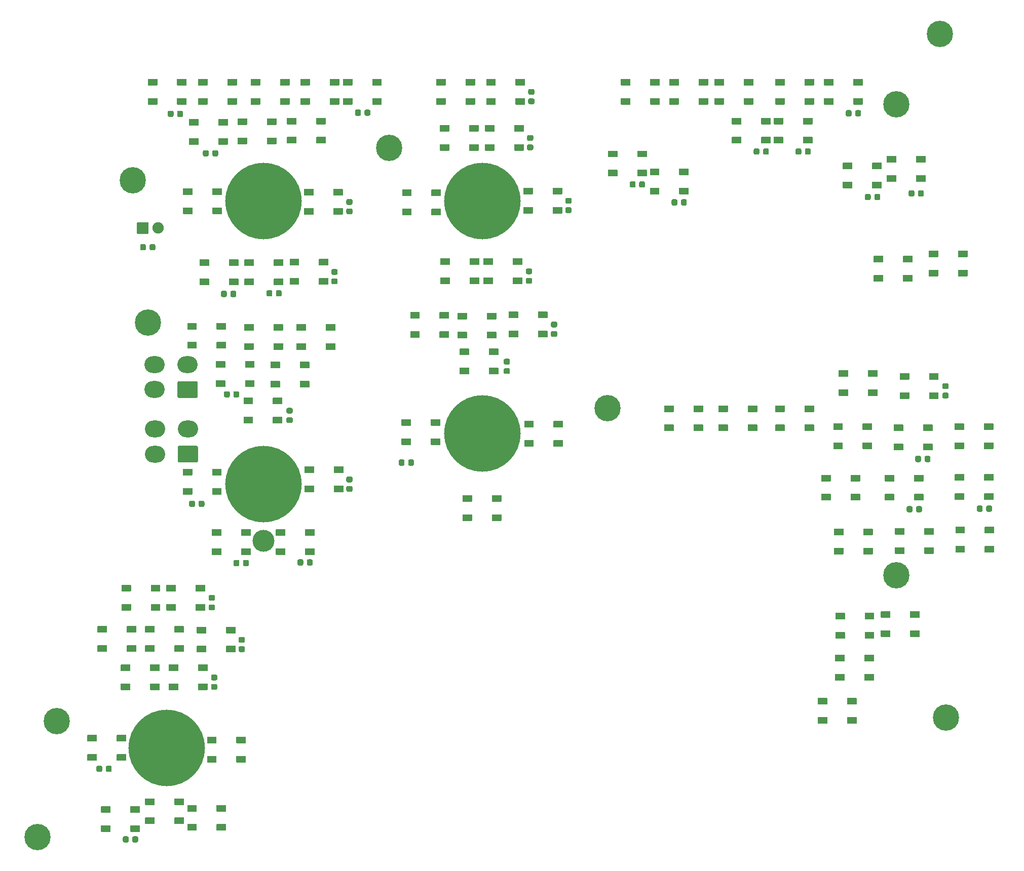
<source format=gbr>
%TF.GenerationSoftware,KiCad,Pcbnew,(5.1.12-1-10_14)*%
%TF.CreationDate,2021-11-24T13:08:03+11:00*%
%TF.ProjectId,Select JETT Panel PCB V2,53656c65-6374-4204-9a45-54542050616e,rev?*%
%TF.SameCoordinates,Original*%
%TF.FileFunction,Soldermask,Top*%
%TF.FilePolarity,Negative*%
%FSLAX46Y46*%
G04 Gerber Fmt 4.6, Leading zero omitted, Abs format (unit mm)*
G04 Created by KiCad (PCBNEW (5.1.12-1-10_14)) date 2021-11-24 13:08:03*
%MOMM*%
%LPD*%
G01*
G04 APERTURE LIST*
%ADD10C,4.400000*%
%ADD11O,3.400000X2.800000*%
%ADD12C,12.800000*%
%ADD13C,3.672000*%
%ADD14C,1.900000*%
G04 APERTURE END LIST*
D10*
%TO.C,3*%
X222196696Y-25524500D03*
%TD*%
D11*
%TO.C,J2*%
X91000000Y-91600000D03*
X91000000Y-95800000D03*
X96500000Y-91600000D03*
G36*
G01*
X97940740Y-97200000D02*
X95059260Y-97200000D01*
G75*
G02*
X94800000Y-96940740I0J259260D01*
G01*
X94800000Y-94659260D01*
G75*
G02*
X95059260Y-94400000I259260J0D01*
G01*
X97940740Y-94400000D01*
G75*
G02*
X98200000Y-94659260I0J-259260D01*
G01*
X98200000Y-96940740D01*
G75*
G02*
X97940740Y-97200000I-259260J0D01*
G01*
G37*
%TD*%
%TO.C,J1*%
X90950000Y-80800000D03*
X90950000Y-85000000D03*
X96450000Y-80800000D03*
G36*
G01*
X97890740Y-86400000D02*
X95009260Y-86400000D01*
G75*
G02*
X94750000Y-86140740I0J259260D01*
G01*
X94750000Y-83859260D01*
G75*
G02*
X95009260Y-83600000I259260J0D01*
G01*
X97890740Y-83600000D01*
G75*
G02*
X98150000Y-83859260I0J-259260D01*
G01*
X98150000Y-86140740D01*
G75*
G02*
X97890740Y-86400000I-259260J0D01*
G01*
G37*
%TD*%
D12*
%TO.C,18*%
X92976707Y-144906997D03*
%TD*%
%TO.C,17*%
X145681694Y-92329018D03*
%TD*%
%TO.C,16*%
X109105698Y-100774518D03*
X109105698Y-100774518D03*
D13*
X109105698Y-110299518D03*
%TD*%
D12*
%TO.C,16*%
X145681694Y-53467018D03*
%TD*%
%TO.C,15*%
X109105698Y-53467018D03*
%TD*%
D10*
%TO.C,9*%
X223151694Y-139839819D03*
%TD*%
%TO.C,8*%
X71386707Y-159820032D03*
%TD*%
%TO.C,7*%
X89801693Y-73787017D03*
%TD*%
%TO.C,6*%
X214896707Y-116078000D03*
%TD*%
%TO.C,5*%
X74561693Y-140462018D03*
%TD*%
%TO.C,4*%
X166636703Y-88074497D03*
%TD*%
%TO.C,3*%
X214896696Y-37274500D03*
%TD*%
%TO.C,2*%
X130124197Y-44577011D03*
%TD*%
%TO.C,1*%
X87261697Y-49974517D03*
%TD*%
%TO.C,R1*%
G36*
G01*
X90100000Y-61481250D02*
X90100000Y-60918750D01*
G75*
G02*
X90343750Y-60675000I243750J0D01*
G01*
X90831250Y-60675000D01*
G75*
G02*
X91075000Y-60918750I0J-243750D01*
G01*
X91075000Y-61481250D01*
G75*
G02*
X90831250Y-61725000I-243750J0D01*
G01*
X90343750Y-61725000D01*
G75*
G02*
X90100000Y-61481250I0J243750D01*
G01*
G37*
G36*
G01*
X88525000Y-61481250D02*
X88525000Y-60918750D01*
G75*
G02*
X88768750Y-60675000I243750J0D01*
G01*
X89256250Y-60675000D01*
G75*
G02*
X89500000Y-60918750I0J-243750D01*
G01*
X89500000Y-61481250D01*
G75*
G02*
X89256250Y-61725000I-243750J0D01*
G01*
X88768750Y-61725000D01*
G75*
G02*
X88525000Y-61481250I0J243750D01*
G01*
G37*
%TD*%
D14*
%TO.C,D82*%
X91500000Y-58000000D03*
G36*
G01*
X88010000Y-58900000D02*
X88010000Y-57100000D01*
G75*
G02*
X88060000Y-57050000I50000J0D01*
G01*
X89860000Y-57050000D01*
G75*
G02*
X89910000Y-57100000I0J-50000D01*
G01*
X89910000Y-58900000D01*
G75*
G02*
X89860000Y-58950000I-50000J0D01*
G01*
X88060000Y-58950000D01*
G75*
G02*
X88010000Y-58900000I0J50000D01*
G01*
G37*
%TD*%
%TO.C,D81*%
G36*
G01*
X201750000Y-137600000D02*
X201750000Y-136600000D01*
G75*
G02*
X201800000Y-136550000I50000J0D01*
G01*
X203300000Y-136550000D01*
G75*
G02*
X203350000Y-136600000I0J-50000D01*
G01*
X203350000Y-137600000D01*
G75*
G02*
X203300000Y-137650000I-50000J0D01*
G01*
X201800000Y-137650000D01*
G75*
G02*
X201750000Y-137600000I0J50000D01*
G01*
G37*
G36*
G01*
X201750000Y-140800000D02*
X201750000Y-139800000D01*
G75*
G02*
X201800000Y-139750000I50000J0D01*
G01*
X203300000Y-139750000D01*
G75*
G02*
X203350000Y-139800000I0J-50000D01*
G01*
X203350000Y-140800000D01*
G75*
G02*
X203300000Y-140850000I-50000J0D01*
G01*
X201800000Y-140850000D01*
G75*
G02*
X201750000Y-140800000I0J50000D01*
G01*
G37*
G36*
G01*
X206650000Y-137600000D02*
X206650000Y-136600000D01*
G75*
G02*
X206700000Y-136550000I50000J0D01*
G01*
X208200000Y-136550000D01*
G75*
G02*
X208250000Y-136600000I0J-50000D01*
G01*
X208250000Y-137600000D01*
G75*
G02*
X208200000Y-137650000I-50000J0D01*
G01*
X206700000Y-137650000D01*
G75*
G02*
X206650000Y-137600000I0J50000D01*
G01*
G37*
G36*
G01*
X206650000Y-140800000D02*
X206650000Y-139800000D01*
G75*
G02*
X206700000Y-139750000I50000J0D01*
G01*
X208200000Y-139750000D01*
G75*
G02*
X208250000Y-139800000I0J-50000D01*
G01*
X208250000Y-140800000D01*
G75*
G02*
X208200000Y-140850000I-50000J0D01*
G01*
X206700000Y-140850000D01*
G75*
G02*
X206650000Y-140800000I0J50000D01*
G01*
G37*
%TD*%
%TO.C,D80*%
G36*
G01*
X204650000Y-130400000D02*
X204650000Y-129400000D01*
G75*
G02*
X204700000Y-129350000I50000J0D01*
G01*
X206200000Y-129350000D01*
G75*
G02*
X206250000Y-129400000I0J-50000D01*
G01*
X206250000Y-130400000D01*
G75*
G02*
X206200000Y-130450000I-50000J0D01*
G01*
X204700000Y-130450000D01*
G75*
G02*
X204650000Y-130400000I0J50000D01*
G01*
G37*
G36*
G01*
X204650000Y-133600000D02*
X204650000Y-132600000D01*
G75*
G02*
X204700000Y-132550000I50000J0D01*
G01*
X206200000Y-132550000D01*
G75*
G02*
X206250000Y-132600000I0J-50000D01*
G01*
X206250000Y-133600000D01*
G75*
G02*
X206200000Y-133650000I-50000J0D01*
G01*
X204700000Y-133650000D01*
G75*
G02*
X204650000Y-133600000I0J50000D01*
G01*
G37*
G36*
G01*
X209550000Y-130400000D02*
X209550000Y-129400000D01*
G75*
G02*
X209600000Y-129350000I50000J0D01*
G01*
X211100000Y-129350000D01*
G75*
G02*
X211150000Y-129400000I0J-50000D01*
G01*
X211150000Y-130400000D01*
G75*
G02*
X211100000Y-130450000I-50000J0D01*
G01*
X209600000Y-130450000D01*
G75*
G02*
X209550000Y-130400000I0J50000D01*
G01*
G37*
G36*
G01*
X209550000Y-133600000D02*
X209550000Y-132600000D01*
G75*
G02*
X209600000Y-132550000I50000J0D01*
G01*
X211100000Y-132550000D01*
G75*
G02*
X211150000Y-132600000I0J-50000D01*
G01*
X211150000Y-133600000D01*
G75*
G02*
X211100000Y-133650000I-50000J0D01*
G01*
X209600000Y-133650000D01*
G75*
G02*
X209550000Y-133600000I0J50000D01*
G01*
G37*
%TD*%
%TO.C,D79*%
G36*
G01*
X212300000Y-123100000D02*
X212300000Y-122100000D01*
G75*
G02*
X212350000Y-122050000I50000J0D01*
G01*
X213850000Y-122050000D01*
G75*
G02*
X213900000Y-122100000I0J-50000D01*
G01*
X213900000Y-123100000D01*
G75*
G02*
X213850000Y-123150000I-50000J0D01*
G01*
X212350000Y-123150000D01*
G75*
G02*
X212300000Y-123100000I0J50000D01*
G01*
G37*
G36*
G01*
X212300000Y-126300000D02*
X212300000Y-125300000D01*
G75*
G02*
X212350000Y-125250000I50000J0D01*
G01*
X213850000Y-125250000D01*
G75*
G02*
X213900000Y-125300000I0J-50000D01*
G01*
X213900000Y-126300000D01*
G75*
G02*
X213850000Y-126350000I-50000J0D01*
G01*
X212350000Y-126350000D01*
G75*
G02*
X212300000Y-126300000I0J50000D01*
G01*
G37*
G36*
G01*
X217200000Y-123100000D02*
X217200000Y-122100000D01*
G75*
G02*
X217250000Y-122050000I50000J0D01*
G01*
X218750000Y-122050000D01*
G75*
G02*
X218800000Y-122100000I0J-50000D01*
G01*
X218800000Y-123100000D01*
G75*
G02*
X218750000Y-123150000I-50000J0D01*
G01*
X217250000Y-123150000D01*
G75*
G02*
X217200000Y-123100000I0J50000D01*
G01*
G37*
G36*
G01*
X217200000Y-126300000D02*
X217200000Y-125300000D01*
G75*
G02*
X217250000Y-125250000I50000J0D01*
G01*
X218750000Y-125250000D01*
G75*
G02*
X218800000Y-125300000I0J-50000D01*
G01*
X218800000Y-126300000D01*
G75*
G02*
X218750000Y-126350000I-50000J0D01*
G01*
X217250000Y-126350000D01*
G75*
G02*
X217200000Y-126300000I0J50000D01*
G01*
G37*
%TD*%
%TO.C,D78*%
G36*
G01*
X204700000Y-123400000D02*
X204700000Y-122400000D01*
G75*
G02*
X204750000Y-122350000I50000J0D01*
G01*
X206250000Y-122350000D01*
G75*
G02*
X206300000Y-122400000I0J-50000D01*
G01*
X206300000Y-123400000D01*
G75*
G02*
X206250000Y-123450000I-50000J0D01*
G01*
X204750000Y-123450000D01*
G75*
G02*
X204700000Y-123400000I0J50000D01*
G01*
G37*
G36*
G01*
X204700000Y-126600000D02*
X204700000Y-125600000D01*
G75*
G02*
X204750000Y-125550000I50000J0D01*
G01*
X206250000Y-125550000D01*
G75*
G02*
X206300000Y-125600000I0J-50000D01*
G01*
X206300000Y-126600000D01*
G75*
G02*
X206250000Y-126650000I-50000J0D01*
G01*
X204750000Y-126650000D01*
G75*
G02*
X204700000Y-126600000I0J50000D01*
G01*
G37*
G36*
G01*
X209600000Y-123400000D02*
X209600000Y-122400000D01*
G75*
G02*
X209650000Y-122350000I50000J0D01*
G01*
X211150000Y-122350000D01*
G75*
G02*
X211200000Y-122400000I0J-50000D01*
G01*
X211200000Y-123400000D01*
G75*
G02*
X211150000Y-123450000I-50000J0D01*
G01*
X209650000Y-123450000D01*
G75*
G02*
X209600000Y-123400000I0J50000D01*
G01*
G37*
G36*
G01*
X209600000Y-126600000D02*
X209600000Y-125600000D01*
G75*
G02*
X209650000Y-125550000I50000J0D01*
G01*
X211150000Y-125550000D01*
G75*
G02*
X211200000Y-125600000I0J-50000D01*
G01*
X211200000Y-126600000D01*
G75*
G02*
X211150000Y-126650000I-50000J0D01*
G01*
X209650000Y-126650000D01*
G75*
G02*
X209600000Y-126600000I0J50000D01*
G01*
G37*
%TD*%
%TO.C,D77*%
G36*
G01*
X224750000Y-109000000D02*
X224750000Y-108000000D01*
G75*
G02*
X224800000Y-107950000I50000J0D01*
G01*
X226300000Y-107950000D01*
G75*
G02*
X226350000Y-108000000I0J-50000D01*
G01*
X226350000Y-109000000D01*
G75*
G02*
X226300000Y-109050000I-50000J0D01*
G01*
X224800000Y-109050000D01*
G75*
G02*
X224750000Y-109000000I0J50000D01*
G01*
G37*
G36*
G01*
X224750000Y-112200000D02*
X224750000Y-111200000D01*
G75*
G02*
X224800000Y-111150000I50000J0D01*
G01*
X226300000Y-111150000D01*
G75*
G02*
X226350000Y-111200000I0J-50000D01*
G01*
X226350000Y-112200000D01*
G75*
G02*
X226300000Y-112250000I-50000J0D01*
G01*
X224800000Y-112250000D01*
G75*
G02*
X224750000Y-112200000I0J50000D01*
G01*
G37*
G36*
G01*
X229650000Y-109000000D02*
X229650000Y-108000000D01*
G75*
G02*
X229700000Y-107950000I50000J0D01*
G01*
X231200000Y-107950000D01*
G75*
G02*
X231250000Y-108000000I0J-50000D01*
G01*
X231250000Y-109000000D01*
G75*
G02*
X231200000Y-109050000I-50000J0D01*
G01*
X229700000Y-109050000D01*
G75*
G02*
X229650000Y-109000000I0J50000D01*
G01*
G37*
G36*
G01*
X229650000Y-112200000D02*
X229650000Y-111200000D01*
G75*
G02*
X229700000Y-111150000I50000J0D01*
G01*
X231200000Y-111150000D01*
G75*
G02*
X231250000Y-111200000I0J-50000D01*
G01*
X231250000Y-112200000D01*
G75*
G02*
X231200000Y-112250000I-50000J0D01*
G01*
X229700000Y-112250000D01*
G75*
G02*
X229650000Y-112200000I0J50000D01*
G01*
G37*
%TD*%
%TO.C,D76*%
G36*
G01*
X214650000Y-109200000D02*
X214650000Y-108200000D01*
G75*
G02*
X214700000Y-108150000I50000J0D01*
G01*
X216200000Y-108150000D01*
G75*
G02*
X216250000Y-108200000I0J-50000D01*
G01*
X216250000Y-109200000D01*
G75*
G02*
X216200000Y-109250000I-50000J0D01*
G01*
X214700000Y-109250000D01*
G75*
G02*
X214650000Y-109200000I0J50000D01*
G01*
G37*
G36*
G01*
X214650000Y-112400000D02*
X214650000Y-111400000D01*
G75*
G02*
X214700000Y-111350000I50000J0D01*
G01*
X216200000Y-111350000D01*
G75*
G02*
X216250000Y-111400000I0J-50000D01*
G01*
X216250000Y-112400000D01*
G75*
G02*
X216200000Y-112450000I-50000J0D01*
G01*
X214700000Y-112450000D01*
G75*
G02*
X214650000Y-112400000I0J50000D01*
G01*
G37*
G36*
G01*
X219550000Y-109200000D02*
X219550000Y-108200000D01*
G75*
G02*
X219600000Y-108150000I50000J0D01*
G01*
X221100000Y-108150000D01*
G75*
G02*
X221150000Y-108200000I0J-50000D01*
G01*
X221150000Y-109200000D01*
G75*
G02*
X221100000Y-109250000I-50000J0D01*
G01*
X219600000Y-109250000D01*
G75*
G02*
X219550000Y-109200000I0J50000D01*
G01*
G37*
G36*
G01*
X219550000Y-112400000D02*
X219550000Y-111400000D01*
G75*
G02*
X219600000Y-111350000I50000J0D01*
G01*
X221100000Y-111350000D01*
G75*
G02*
X221150000Y-111400000I0J-50000D01*
G01*
X221150000Y-112400000D01*
G75*
G02*
X221100000Y-112450000I-50000J0D01*
G01*
X219600000Y-112450000D01*
G75*
G02*
X219550000Y-112400000I0J50000D01*
G01*
G37*
%TD*%
%TO.C,D75*%
G36*
G01*
X204450000Y-109300000D02*
X204450000Y-108300000D01*
G75*
G02*
X204500000Y-108250000I50000J0D01*
G01*
X206000000Y-108250000D01*
G75*
G02*
X206050000Y-108300000I0J-50000D01*
G01*
X206050000Y-109300000D01*
G75*
G02*
X206000000Y-109350000I-50000J0D01*
G01*
X204500000Y-109350000D01*
G75*
G02*
X204450000Y-109300000I0J50000D01*
G01*
G37*
G36*
G01*
X204450000Y-112500000D02*
X204450000Y-111500000D01*
G75*
G02*
X204500000Y-111450000I50000J0D01*
G01*
X206000000Y-111450000D01*
G75*
G02*
X206050000Y-111500000I0J-50000D01*
G01*
X206050000Y-112500000D01*
G75*
G02*
X206000000Y-112550000I-50000J0D01*
G01*
X204500000Y-112550000D01*
G75*
G02*
X204450000Y-112500000I0J50000D01*
G01*
G37*
G36*
G01*
X209350000Y-109300000D02*
X209350000Y-108300000D01*
G75*
G02*
X209400000Y-108250000I50000J0D01*
G01*
X210900000Y-108250000D01*
G75*
G02*
X210950000Y-108300000I0J-50000D01*
G01*
X210950000Y-109300000D01*
G75*
G02*
X210900000Y-109350000I-50000J0D01*
G01*
X209400000Y-109350000D01*
G75*
G02*
X209350000Y-109300000I0J50000D01*
G01*
G37*
G36*
G01*
X209350000Y-112500000D02*
X209350000Y-111500000D01*
G75*
G02*
X209400000Y-111450000I50000J0D01*
G01*
X210900000Y-111450000D01*
G75*
G02*
X210950000Y-111500000I0J-50000D01*
G01*
X210950000Y-112500000D01*
G75*
G02*
X210900000Y-112550000I-50000J0D01*
G01*
X209400000Y-112550000D01*
G75*
G02*
X209350000Y-112500000I0J50000D01*
G01*
G37*
%TD*%
%TO.C,D74*%
G36*
G01*
X224650000Y-100200000D02*
X224650000Y-99200000D01*
G75*
G02*
X224700000Y-99150000I50000J0D01*
G01*
X226200000Y-99150000D01*
G75*
G02*
X226250000Y-99200000I0J-50000D01*
G01*
X226250000Y-100200000D01*
G75*
G02*
X226200000Y-100250000I-50000J0D01*
G01*
X224700000Y-100250000D01*
G75*
G02*
X224650000Y-100200000I0J50000D01*
G01*
G37*
G36*
G01*
X224650000Y-103400000D02*
X224650000Y-102400000D01*
G75*
G02*
X224700000Y-102350000I50000J0D01*
G01*
X226200000Y-102350000D01*
G75*
G02*
X226250000Y-102400000I0J-50000D01*
G01*
X226250000Y-103400000D01*
G75*
G02*
X226200000Y-103450000I-50000J0D01*
G01*
X224700000Y-103450000D01*
G75*
G02*
X224650000Y-103400000I0J50000D01*
G01*
G37*
G36*
G01*
X229550000Y-100200000D02*
X229550000Y-99200000D01*
G75*
G02*
X229600000Y-99150000I50000J0D01*
G01*
X231100000Y-99150000D01*
G75*
G02*
X231150000Y-99200000I0J-50000D01*
G01*
X231150000Y-100200000D01*
G75*
G02*
X231100000Y-100250000I-50000J0D01*
G01*
X229600000Y-100250000D01*
G75*
G02*
X229550000Y-100200000I0J50000D01*
G01*
G37*
G36*
G01*
X229550000Y-103400000D02*
X229550000Y-102400000D01*
G75*
G02*
X229600000Y-102350000I50000J0D01*
G01*
X231100000Y-102350000D01*
G75*
G02*
X231150000Y-102400000I0J-50000D01*
G01*
X231150000Y-103400000D01*
G75*
G02*
X231100000Y-103450000I-50000J0D01*
G01*
X229600000Y-103450000D01*
G75*
G02*
X229550000Y-103400000I0J50000D01*
G01*
G37*
%TD*%
%TO.C,D73*%
G36*
G01*
X212950000Y-100300000D02*
X212950000Y-99300000D01*
G75*
G02*
X213000000Y-99250000I50000J0D01*
G01*
X214500000Y-99250000D01*
G75*
G02*
X214550000Y-99300000I0J-50000D01*
G01*
X214550000Y-100300000D01*
G75*
G02*
X214500000Y-100350000I-50000J0D01*
G01*
X213000000Y-100350000D01*
G75*
G02*
X212950000Y-100300000I0J50000D01*
G01*
G37*
G36*
G01*
X212950000Y-103500000D02*
X212950000Y-102500000D01*
G75*
G02*
X213000000Y-102450000I50000J0D01*
G01*
X214500000Y-102450000D01*
G75*
G02*
X214550000Y-102500000I0J-50000D01*
G01*
X214550000Y-103500000D01*
G75*
G02*
X214500000Y-103550000I-50000J0D01*
G01*
X213000000Y-103550000D01*
G75*
G02*
X212950000Y-103500000I0J50000D01*
G01*
G37*
G36*
G01*
X217850000Y-100300000D02*
X217850000Y-99300000D01*
G75*
G02*
X217900000Y-99250000I50000J0D01*
G01*
X219400000Y-99250000D01*
G75*
G02*
X219450000Y-99300000I0J-50000D01*
G01*
X219450000Y-100300000D01*
G75*
G02*
X219400000Y-100350000I-50000J0D01*
G01*
X217900000Y-100350000D01*
G75*
G02*
X217850000Y-100300000I0J50000D01*
G01*
G37*
G36*
G01*
X217850000Y-103500000D02*
X217850000Y-102500000D01*
G75*
G02*
X217900000Y-102450000I50000J0D01*
G01*
X219400000Y-102450000D01*
G75*
G02*
X219450000Y-102500000I0J-50000D01*
G01*
X219450000Y-103500000D01*
G75*
G02*
X219400000Y-103550000I-50000J0D01*
G01*
X217900000Y-103550000D01*
G75*
G02*
X217850000Y-103500000I0J50000D01*
G01*
G37*
%TD*%
%TO.C,D72*%
G36*
G01*
X202350000Y-100300000D02*
X202350000Y-99300000D01*
G75*
G02*
X202400000Y-99250000I50000J0D01*
G01*
X203900000Y-99250000D01*
G75*
G02*
X203950000Y-99300000I0J-50000D01*
G01*
X203950000Y-100300000D01*
G75*
G02*
X203900000Y-100350000I-50000J0D01*
G01*
X202400000Y-100350000D01*
G75*
G02*
X202350000Y-100300000I0J50000D01*
G01*
G37*
G36*
G01*
X202350000Y-103500000D02*
X202350000Y-102500000D01*
G75*
G02*
X202400000Y-102450000I50000J0D01*
G01*
X203900000Y-102450000D01*
G75*
G02*
X203950000Y-102500000I0J-50000D01*
G01*
X203950000Y-103500000D01*
G75*
G02*
X203900000Y-103550000I-50000J0D01*
G01*
X202400000Y-103550000D01*
G75*
G02*
X202350000Y-103500000I0J50000D01*
G01*
G37*
G36*
G01*
X207250000Y-100300000D02*
X207250000Y-99300000D01*
G75*
G02*
X207300000Y-99250000I50000J0D01*
G01*
X208800000Y-99250000D01*
G75*
G02*
X208850000Y-99300000I0J-50000D01*
G01*
X208850000Y-100300000D01*
G75*
G02*
X208800000Y-100350000I-50000J0D01*
G01*
X207300000Y-100350000D01*
G75*
G02*
X207250000Y-100300000I0J50000D01*
G01*
G37*
G36*
G01*
X207250000Y-103500000D02*
X207250000Y-102500000D01*
G75*
G02*
X207300000Y-102450000I50000J0D01*
G01*
X208800000Y-102450000D01*
G75*
G02*
X208850000Y-102500000I0J-50000D01*
G01*
X208850000Y-103500000D01*
G75*
G02*
X208800000Y-103550000I-50000J0D01*
G01*
X207300000Y-103550000D01*
G75*
G02*
X207250000Y-103500000I0J50000D01*
G01*
G37*
%TD*%
%TO.C,D71*%
G36*
G01*
X224600000Y-91700000D02*
X224600000Y-90700000D01*
G75*
G02*
X224650000Y-90650000I50000J0D01*
G01*
X226150000Y-90650000D01*
G75*
G02*
X226200000Y-90700000I0J-50000D01*
G01*
X226200000Y-91700000D01*
G75*
G02*
X226150000Y-91750000I-50000J0D01*
G01*
X224650000Y-91750000D01*
G75*
G02*
X224600000Y-91700000I0J50000D01*
G01*
G37*
G36*
G01*
X224600000Y-94900000D02*
X224600000Y-93900000D01*
G75*
G02*
X224650000Y-93850000I50000J0D01*
G01*
X226150000Y-93850000D01*
G75*
G02*
X226200000Y-93900000I0J-50000D01*
G01*
X226200000Y-94900000D01*
G75*
G02*
X226150000Y-94950000I-50000J0D01*
G01*
X224650000Y-94950000D01*
G75*
G02*
X224600000Y-94900000I0J50000D01*
G01*
G37*
G36*
G01*
X229500000Y-91700000D02*
X229500000Y-90700000D01*
G75*
G02*
X229550000Y-90650000I50000J0D01*
G01*
X231050000Y-90650000D01*
G75*
G02*
X231100000Y-90700000I0J-50000D01*
G01*
X231100000Y-91700000D01*
G75*
G02*
X231050000Y-91750000I-50000J0D01*
G01*
X229550000Y-91750000D01*
G75*
G02*
X229500000Y-91700000I0J50000D01*
G01*
G37*
G36*
G01*
X229500000Y-94900000D02*
X229500000Y-93900000D01*
G75*
G02*
X229550000Y-93850000I50000J0D01*
G01*
X231050000Y-93850000D01*
G75*
G02*
X231100000Y-93900000I0J-50000D01*
G01*
X231100000Y-94900000D01*
G75*
G02*
X231050000Y-94950000I-50000J0D01*
G01*
X229550000Y-94950000D01*
G75*
G02*
X229500000Y-94900000I0J50000D01*
G01*
G37*
%TD*%
%TO.C,D70*%
G36*
G01*
X214450000Y-91900000D02*
X214450000Y-90900000D01*
G75*
G02*
X214500000Y-90850000I50000J0D01*
G01*
X216000000Y-90850000D01*
G75*
G02*
X216050000Y-90900000I0J-50000D01*
G01*
X216050000Y-91900000D01*
G75*
G02*
X216000000Y-91950000I-50000J0D01*
G01*
X214500000Y-91950000D01*
G75*
G02*
X214450000Y-91900000I0J50000D01*
G01*
G37*
G36*
G01*
X214450000Y-95100000D02*
X214450000Y-94100000D01*
G75*
G02*
X214500000Y-94050000I50000J0D01*
G01*
X216000000Y-94050000D01*
G75*
G02*
X216050000Y-94100000I0J-50000D01*
G01*
X216050000Y-95100000D01*
G75*
G02*
X216000000Y-95150000I-50000J0D01*
G01*
X214500000Y-95150000D01*
G75*
G02*
X214450000Y-95100000I0J50000D01*
G01*
G37*
G36*
G01*
X219350000Y-91900000D02*
X219350000Y-90900000D01*
G75*
G02*
X219400000Y-90850000I50000J0D01*
G01*
X220900000Y-90850000D01*
G75*
G02*
X220950000Y-90900000I0J-50000D01*
G01*
X220950000Y-91900000D01*
G75*
G02*
X220900000Y-91950000I-50000J0D01*
G01*
X219400000Y-91950000D01*
G75*
G02*
X219350000Y-91900000I0J50000D01*
G01*
G37*
G36*
G01*
X219350000Y-95100000D02*
X219350000Y-94100000D01*
G75*
G02*
X219400000Y-94050000I50000J0D01*
G01*
X220900000Y-94050000D01*
G75*
G02*
X220950000Y-94100000I0J-50000D01*
G01*
X220950000Y-95100000D01*
G75*
G02*
X220900000Y-95150000I-50000J0D01*
G01*
X219400000Y-95150000D01*
G75*
G02*
X219350000Y-95100000I0J50000D01*
G01*
G37*
%TD*%
%TO.C,D69*%
G36*
G01*
X204350000Y-91700000D02*
X204350000Y-90700000D01*
G75*
G02*
X204400000Y-90650000I50000J0D01*
G01*
X205900000Y-90650000D01*
G75*
G02*
X205950000Y-90700000I0J-50000D01*
G01*
X205950000Y-91700000D01*
G75*
G02*
X205900000Y-91750000I-50000J0D01*
G01*
X204400000Y-91750000D01*
G75*
G02*
X204350000Y-91700000I0J50000D01*
G01*
G37*
G36*
G01*
X204350000Y-94900000D02*
X204350000Y-93900000D01*
G75*
G02*
X204400000Y-93850000I50000J0D01*
G01*
X205900000Y-93850000D01*
G75*
G02*
X205950000Y-93900000I0J-50000D01*
G01*
X205950000Y-94900000D01*
G75*
G02*
X205900000Y-94950000I-50000J0D01*
G01*
X204400000Y-94950000D01*
G75*
G02*
X204350000Y-94900000I0J50000D01*
G01*
G37*
G36*
G01*
X209250000Y-91700000D02*
X209250000Y-90700000D01*
G75*
G02*
X209300000Y-90650000I50000J0D01*
G01*
X210800000Y-90650000D01*
G75*
G02*
X210850000Y-90700000I0J-50000D01*
G01*
X210850000Y-91700000D01*
G75*
G02*
X210800000Y-91750000I-50000J0D01*
G01*
X209300000Y-91750000D01*
G75*
G02*
X209250000Y-91700000I0J50000D01*
G01*
G37*
G36*
G01*
X209250000Y-94900000D02*
X209250000Y-93900000D01*
G75*
G02*
X209300000Y-93850000I50000J0D01*
G01*
X210800000Y-93850000D01*
G75*
G02*
X210850000Y-93900000I0J-50000D01*
G01*
X210850000Y-94900000D01*
G75*
G02*
X210800000Y-94950000I-50000J0D01*
G01*
X209300000Y-94950000D01*
G75*
G02*
X209250000Y-94900000I0J50000D01*
G01*
G37*
%TD*%
%TO.C,D68*%
G36*
G01*
X194650000Y-88700000D02*
X194650000Y-87700000D01*
G75*
G02*
X194700000Y-87650000I50000J0D01*
G01*
X196200000Y-87650000D01*
G75*
G02*
X196250000Y-87700000I0J-50000D01*
G01*
X196250000Y-88700000D01*
G75*
G02*
X196200000Y-88750000I-50000J0D01*
G01*
X194700000Y-88750000D01*
G75*
G02*
X194650000Y-88700000I0J50000D01*
G01*
G37*
G36*
G01*
X194650000Y-91900000D02*
X194650000Y-90900000D01*
G75*
G02*
X194700000Y-90850000I50000J0D01*
G01*
X196200000Y-90850000D01*
G75*
G02*
X196250000Y-90900000I0J-50000D01*
G01*
X196250000Y-91900000D01*
G75*
G02*
X196200000Y-91950000I-50000J0D01*
G01*
X194700000Y-91950000D01*
G75*
G02*
X194650000Y-91900000I0J50000D01*
G01*
G37*
G36*
G01*
X199550000Y-88700000D02*
X199550000Y-87700000D01*
G75*
G02*
X199600000Y-87650000I50000J0D01*
G01*
X201100000Y-87650000D01*
G75*
G02*
X201150000Y-87700000I0J-50000D01*
G01*
X201150000Y-88700000D01*
G75*
G02*
X201100000Y-88750000I-50000J0D01*
G01*
X199600000Y-88750000D01*
G75*
G02*
X199550000Y-88700000I0J50000D01*
G01*
G37*
G36*
G01*
X199550000Y-91900000D02*
X199550000Y-90900000D01*
G75*
G02*
X199600000Y-90850000I50000J0D01*
G01*
X201100000Y-90850000D01*
G75*
G02*
X201150000Y-90900000I0J-50000D01*
G01*
X201150000Y-91900000D01*
G75*
G02*
X201100000Y-91950000I-50000J0D01*
G01*
X199600000Y-91950000D01*
G75*
G02*
X199550000Y-91900000I0J50000D01*
G01*
G37*
%TD*%
%TO.C,D67*%
G36*
G01*
X185150000Y-88700000D02*
X185150000Y-87700000D01*
G75*
G02*
X185200000Y-87650000I50000J0D01*
G01*
X186700000Y-87650000D01*
G75*
G02*
X186750000Y-87700000I0J-50000D01*
G01*
X186750000Y-88700000D01*
G75*
G02*
X186700000Y-88750000I-50000J0D01*
G01*
X185200000Y-88750000D01*
G75*
G02*
X185150000Y-88700000I0J50000D01*
G01*
G37*
G36*
G01*
X185150000Y-91900000D02*
X185150000Y-90900000D01*
G75*
G02*
X185200000Y-90850000I50000J0D01*
G01*
X186700000Y-90850000D01*
G75*
G02*
X186750000Y-90900000I0J-50000D01*
G01*
X186750000Y-91900000D01*
G75*
G02*
X186700000Y-91950000I-50000J0D01*
G01*
X185200000Y-91950000D01*
G75*
G02*
X185150000Y-91900000I0J50000D01*
G01*
G37*
G36*
G01*
X190050000Y-88700000D02*
X190050000Y-87700000D01*
G75*
G02*
X190100000Y-87650000I50000J0D01*
G01*
X191600000Y-87650000D01*
G75*
G02*
X191650000Y-87700000I0J-50000D01*
G01*
X191650000Y-88700000D01*
G75*
G02*
X191600000Y-88750000I-50000J0D01*
G01*
X190100000Y-88750000D01*
G75*
G02*
X190050000Y-88700000I0J50000D01*
G01*
G37*
G36*
G01*
X190050000Y-91900000D02*
X190050000Y-90900000D01*
G75*
G02*
X190100000Y-90850000I50000J0D01*
G01*
X191600000Y-90850000D01*
G75*
G02*
X191650000Y-90900000I0J-50000D01*
G01*
X191650000Y-91900000D01*
G75*
G02*
X191600000Y-91950000I-50000J0D01*
G01*
X190100000Y-91950000D01*
G75*
G02*
X190050000Y-91900000I0J50000D01*
G01*
G37*
%TD*%
%TO.C,D66*%
G36*
G01*
X176100000Y-88700000D02*
X176100000Y-87700000D01*
G75*
G02*
X176150000Y-87650000I50000J0D01*
G01*
X177650000Y-87650000D01*
G75*
G02*
X177700000Y-87700000I0J-50000D01*
G01*
X177700000Y-88700000D01*
G75*
G02*
X177650000Y-88750000I-50000J0D01*
G01*
X176150000Y-88750000D01*
G75*
G02*
X176100000Y-88700000I0J50000D01*
G01*
G37*
G36*
G01*
X176100000Y-91900000D02*
X176100000Y-90900000D01*
G75*
G02*
X176150000Y-90850000I50000J0D01*
G01*
X177650000Y-90850000D01*
G75*
G02*
X177700000Y-90900000I0J-50000D01*
G01*
X177700000Y-91900000D01*
G75*
G02*
X177650000Y-91950000I-50000J0D01*
G01*
X176150000Y-91950000D01*
G75*
G02*
X176100000Y-91900000I0J50000D01*
G01*
G37*
G36*
G01*
X181000000Y-88700000D02*
X181000000Y-87700000D01*
G75*
G02*
X181050000Y-87650000I50000J0D01*
G01*
X182550000Y-87650000D01*
G75*
G02*
X182600000Y-87700000I0J-50000D01*
G01*
X182600000Y-88700000D01*
G75*
G02*
X182550000Y-88750000I-50000J0D01*
G01*
X181050000Y-88750000D01*
G75*
G02*
X181000000Y-88700000I0J50000D01*
G01*
G37*
G36*
G01*
X181000000Y-91900000D02*
X181000000Y-90900000D01*
G75*
G02*
X181050000Y-90850000I50000J0D01*
G01*
X182550000Y-90850000D01*
G75*
G02*
X182600000Y-90900000I0J-50000D01*
G01*
X182600000Y-91900000D01*
G75*
G02*
X182550000Y-91950000I-50000J0D01*
G01*
X181050000Y-91950000D01*
G75*
G02*
X181000000Y-91900000I0J50000D01*
G01*
G37*
%TD*%
%TO.C,D65*%
G36*
G01*
X215450000Y-83300000D02*
X215450000Y-82300000D01*
G75*
G02*
X215500000Y-82250000I50000J0D01*
G01*
X217000000Y-82250000D01*
G75*
G02*
X217050000Y-82300000I0J-50000D01*
G01*
X217050000Y-83300000D01*
G75*
G02*
X217000000Y-83350000I-50000J0D01*
G01*
X215500000Y-83350000D01*
G75*
G02*
X215450000Y-83300000I0J50000D01*
G01*
G37*
G36*
G01*
X215450000Y-86500000D02*
X215450000Y-85500000D01*
G75*
G02*
X215500000Y-85450000I50000J0D01*
G01*
X217000000Y-85450000D01*
G75*
G02*
X217050000Y-85500000I0J-50000D01*
G01*
X217050000Y-86500000D01*
G75*
G02*
X217000000Y-86550000I-50000J0D01*
G01*
X215500000Y-86550000D01*
G75*
G02*
X215450000Y-86500000I0J50000D01*
G01*
G37*
G36*
G01*
X220350000Y-83300000D02*
X220350000Y-82300000D01*
G75*
G02*
X220400000Y-82250000I50000J0D01*
G01*
X221900000Y-82250000D01*
G75*
G02*
X221950000Y-82300000I0J-50000D01*
G01*
X221950000Y-83300000D01*
G75*
G02*
X221900000Y-83350000I-50000J0D01*
G01*
X220400000Y-83350000D01*
G75*
G02*
X220350000Y-83300000I0J50000D01*
G01*
G37*
G36*
G01*
X220350000Y-86500000D02*
X220350000Y-85500000D01*
G75*
G02*
X220400000Y-85450000I50000J0D01*
G01*
X221900000Y-85450000D01*
G75*
G02*
X221950000Y-85500000I0J-50000D01*
G01*
X221950000Y-86500000D01*
G75*
G02*
X221900000Y-86550000I-50000J0D01*
G01*
X220400000Y-86550000D01*
G75*
G02*
X220350000Y-86500000I0J50000D01*
G01*
G37*
%TD*%
%TO.C,D64*%
G36*
G01*
X205250000Y-82800000D02*
X205250000Y-81800000D01*
G75*
G02*
X205300000Y-81750000I50000J0D01*
G01*
X206800000Y-81750000D01*
G75*
G02*
X206850000Y-81800000I0J-50000D01*
G01*
X206850000Y-82800000D01*
G75*
G02*
X206800000Y-82850000I-50000J0D01*
G01*
X205300000Y-82850000D01*
G75*
G02*
X205250000Y-82800000I0J50000D01*
G01*
G37*
G36*
G01*
X205250000Y-86000000D02*
X205250000Y-85000000D01*
G75*
G02*
X205300000Y-84950000I50000J0D01*
G01*
X206800000Y-84950000D01*
G75*
G02*
X206850000Y-85000000I0J-50000D01*
G01*
X206850000Y-86000000D01*
G75*
G02*
X206800000Y-86050000I-50000J0D01*
G01*
X205300000Y-86050000D01*
G75*
G02*
X205250000Y-86000000I0J50000D01*
G01*
G37*
G36*
G01*
X210150000Y-82800000D02*
X210150000Y-81800000D01*
G75*
G02*
X210200000Y-81750000I50000J0D01*
G01*
X211700000Y-81750000D01*
G75*
G02*
X211750000Y-81800000I0J-50000D01*
G01*
X211750000Y-82800000D01*
G75*
G02*
X211700000Y-82850000I-50000J0D01*
G01*
X210200000Y-82850000D01*
G75*
G02*
X210150000Y-82800000I0J50000D01*
G01*
G37*
G36*
G01*
X210150000Y-86000000D02*
X210150000Y-85000000D01*
G75*
G02*
X210200000Y-84950000I50000J0D01*
G01*
X211700000Y-84950000D01*
G75*
G02*
X211750000Y-85000000I0J-50000D01*
G01*
X211750000Y-86000000D01*
G75*
G02*
X211700000Y-86050000I-50000J0D01*
G01*
X210200000Y-86050000D01*
G75*
G02*
X210150000Y-86000000I0J50000D01*
G01*
G37*
%TD*%
%TO.C,D63*%
G36*
G01*
X220300000Y-62800000D02*
X220300000Y-61800000D01*
G75*
G02*
X220350000Y-61750000I50000J0D01*
G01*
X221850000Y-61750000D01*
G75*
G02*
X221900000Y-61800000I0J-50000D01*
G01*
X221900000Y-62800000D01*
G75*
G02*
X221850000Y-62850000I-50000J0D01*
G01*
X220350000Y-62850000D01*
G75*
G02*
X220300000Y-62800000I0J50000D01*
G01*
G37*
G36*
G01*
X220300000Y-66000000D02*
X220300000Y-65000000D01*
G75*
G02*
X220350000Y-64950000I50000J0D01*
G01*
X221850000Y-64950000D01*
G75*
G02*
X221900000Y-65000000I0J-50000D01*
G01*
X221900000Y-66000000D01*
G75*
G02*
X221850000Y-66050000I-50000J0D01*
G01*
X220350000Y-66050000D01*
G75*
G02*
X220300000Y-66000000I0J50000D01*
G01*
G37*
G36*
G01*
X225200000Y-62800000D02*
X225200000Y-61800000D01*
G75*
G02*
X225250000Y-61750000I50000J0D01*
G01*
X226750000Y-61750000D01*
G75*
G02*
X226800000Y-61800000I0J-50000D01*
G01*
X226800000Y-62800000D01*
G75*
G02*
X226750000Y-62850000I-50000J0D01*
G01*
X225250000Y-62850000D01*
G75*
G02*
X225200000Y-62800000I0J50000D01*
G01*
G37*
G36*
G01*
X225200000Y-66000000D02*
X225200000Y-65000000D01*
G75*
G02*
X225250000Y-64950000I50000J0D01*
G01*
X226750000Y-64950000D01*
G75*
G02*
X226800000Y-65000000I0J-50000D01*
G01*
X226800000Y-66000000D01*
G75*
G02*
X226750000Y-66050000I-50000J0D01*
G01*
X225250000Y-66050000D01*
G75*
G02*
X225200000Y-66000000I0J50000D01*
G01*
G37*
%TD*%
%TO.C,D62*%
G36*
G01*
X211100000Y-63700000D02*
X211100000Y-62700000D01*
G75*
G02*
X211150000Y-62650000I50000J0D01*
G01*
X212650000Y-62650000D01*
G75*
G02*
X212700000Y-62700000I0J-50000D01*
G01*
X212700000Y-63700000D01*
G75*
G02*
X212650000Y-63750000I-50000J0D01*
G01*
X211150000Y-63750000D01*
G75*
G02*
X211100000Y-63700000I0J50000D01*
G01*
G37*
G36*
G01*
X211100000Y-66900000D02*
X211100000Y-65900000D01*
G75*
G02*
X211150000Y-65850000I50000J0D01*
G01*
X212650000Y-65850000D01*
G75*
G02*
X212700000Y-65900000I0J-50000D01*
G01*
X212700000Y-66900000D01*
G75*
G02*
X212650000Y-66950000I-50000J0D01*
G01*
X211150000Y-66950000D01*
G75*
G02*
X211100000Y-66900000I0J50000D01*
G01*
G37*
G36*
G01*
X216000000Y-63700000D02*
X216000000Y-62700000D01*
G75*
G02*
X216050000Y-62650000I50000J0D01*
G01*
X217550000Y-62650000D01*
G75*
G02*
X217600000Y-62700000I0J-50000D01*
G01*
X217600000Y-63700000D01*
G75*
G02*
X217550000Y-63750000I-50000J0D01*
G01*
X216050000Y-63750000D01*
G75*
G02*
X216000000Y-63700000I0J50000D01*
G01*
G37*
G36*
G01*
X216000000Y-66900000D02*
X216000000Y-65900000D01*
G75*
G02*
X216050000Y-65850000I50000J0D01*
G01*
X217550000Y-65850000D01*
G75*
G02*
X217600000Y-65900000I0J-50000D01*
G01*
X217600000Y-66900000D01*
G75*
G02*
X217550000Y-66950000I-50000J0D01*
G01*
X216050000Y-66950000D01*
G75*
G02*
X216000000Y-66900000I0J50000D01*
G01*
G37*
%TD*%
%TO.C,D61*%
G36*
G01*
X213300000Y-47000000D02*
X213300000Y-46000000D01*
G75*
G02*
X213350000Y-45950000I50000J0D01*
G01*
X214850000Y-45950000D01*
G75*
G02*
X214900000Y-46000000I0J-50000D01*
G01*
X214900000Y-47000000D01*
G75*
G02*
X214850000Y-47050000I-50000J0D01*
G01*
X213350000Y-47050000D01*
G75*
G02*
X213300000Y-47000000I0J50000D01*
G01*
G37*
G36*
G01*
X213300000Y-50200000D02*
X213300000Y-49200000D01*
G75*
G02*
X213350000Y-49150000I50000J0D01*
G01*
X214850000Y-49150000D01*
G75*
G02*
X214900000Y-49200000I0J-50000D01*
G01*
X214900000Y-50200000D01*
G75*
G02*
X214850000Y-50250000I-50000J0D01*
G01*
X213350000Y-50250000D01*
G75*
G02*
X213300000Y-50200000I0J50000D01*
G01*
G37*
G36*
G01*
X218200000Y-47000000D02*
X218200000Y-46000000D01*
G75*
G02*
X218250000Y-45950000I50000J0D01*
G01*
X219750000Y-45950000D01*
G75*
G02*
X219800000Y-46000000I0J-50000D01*
G01*
X219800000Y-47000000D01*
G75*
G02*
X219750000Y-47050000I-50000J0D01*
G01*
X218250000Y-47050000D01*
G75*
G02*
X218200000Y-47000000I0J50000D01*
G01*
G37*
G36*
G01*
X218200000Y-50200000D02*
X218200000Y-49200000D01*
G75*
G02*
X218250000Y-49150000I50000J0D01*
G01*
X219750000Y-49150000D01*
G75*
G02*
X219800000Y-49200000I0J-50000D01*
G01*
X219800000Y-50200000D01*
G75*
G02*
X219750000Y-50250000I-50000J0D01*
G01*
X218250000Y-50250000D01*
G75*
G02*
X218200000Y-50200000I0J50000D01*
G01*
G37*
%TD*%
%TO.C,D60*%
G36*
G01*
X205950000Y-48100000D02*
X205950000Y-47100000D01*
G75*
G02*
X206000000Y-47050000I50000J0D01*
G01*
X207500000Y-47050000D01*
G75*
G02*
X207550000Y-47100000I0J-50000D01*
G01*
X207550000Y-48100000D01*
G75*
G02*
X207500000Y-48150000I-50000J0D01*
G01*
X206000000Y-48150000D01*
G75*
G02*
X205950000Y-48100000I0J50000D01*
G01*
G37*
G36*
G01*
X205950000Y-51300000D02*
X205950000Y-50300000D01*
G75*
G02*
X206000000Y-50250000I50000J0D01*
G01*
X207500000Y-50250000D01*
G75*
G02*
X207550000Y-50300000I0J-50000D01*
G01*
X207550000Y-51300000D01*
G75*
G02*
X207500000Y-51350000I-50000J0D01*
G01*
X206000000Y-51350000D01*
G75*
G02*
X205950000Y-51300000I0J50000D01*
G01*
G37*
G36*
G01*
X210850000Y-48100000D02*
X210850000Y-47100000D01*
G75*
G02*
X210900000Y-47050000I50000J0D01*
G01*
X212400000Y-47050000D01*
G75*
G02*
X212450000Y-47100000I0J-50000D01*
G01*
X212450000Y-48100000D01*
G75*
G02*
X212400000Y-48150000I-50000J0D01*
G01*
X210900000Y-48150000D01*
G75*
G02*
X210850000Y-48100000I0J50000D01*
G01*
G37*
G36*
G01*
X210850000Y-51300000D02*
X210850000Y-50300000D01*
G75*
G02*
X210900000Y-50250000I50000J0D01*
G01*
X212400000Y-50250000D01*
G75*
G02*
X212450000Y-50300000I0J-50000D01*
G01*
X212450000Y-51300000D01*
G75*
G02*
X212400000Y-51350000I-50000J0D01*
G01*
X210900000Y-51350000D01*
G75*
G02*
X210850000Y-51300000I0J50000D01*
G01*
G37*
%TD*%
%TO.C,D59*%
G36*
G01*
X173700000Y-49100000D02*
X173700000Y-48100000D01*
G75*
G02*
X173750000Y-48050000I50000J0D01*
G01*
X175250000Y-48050000D01*
G75*
G02*
X175300000Y-48100000I0J-50000D01*
G01*
X175300000Y-49100000D01*
G75*
G02*
X175250000Y-49150000I-50000J0D01*
G01*
X173750000Y-49150000D01*
G75*
G02*
X173700000Y-49100000I0J50000D01*
G01*
G37*
G36*
G01*
X173700000Y-52300000D02*
X173700000Y-51300000D01*
G75*
G02*
X173750000Y-51250000I50000J0D01*
G01*
X175250000Y-51250000D01*
G75*
G02*
X175300000Y-51300000I0J-50000D01*
G01*
X175300000Y-52300000D01*
G75*
G02*
X175250000Y-52350000I-50000J0D01*
G01*
X173750000Y-52350000D01*
G75*
G02*
X173700000Y-52300000I0J50000D01*
G01*
G37*
G36*
G01*
X178600000Y-49100000D02*
X178600000Y-48100000D01*
G75*
G02*
X178650000Y-48050000I50000J0D01*
G01*
X180150000Y-48050000D01*
G75*
G02*
X180200000Y-48100000I0J-50000D01*
G01*
X180200000Y-49100000D01*
G75*
G02*
X180150000Y-49150000I-50000J0D01*
G01*
X178650000Y-49150000D01*
G75*
G02*
X178600000Y-49100000I0J50000D01*
G01*
G37*
G36*
G01*
X178600000Y-52300000D02*
X178600000Y-51300000D01*
G75*
G02*
X178650000Y-51250000I50000J0D01*
G01*
X180150000Y-51250000D01*
G75*
G02*
X180200000Y-51300000I0J-50000D01*
G01*
X180200000Y-52300000D01*
G75*
G02*
X180150000Y-52350000I-50000J0D01*
G01*
X178650000Y-52350000D01*
G75*
G02*
X178600000Y-52300000I0J50000D01*
G01*
G37*
%TD*%
%TO.C,D58*%
G36*
G01*
X166700000Y-46100000D02*
X166700000Y-45100000D01*
G75*
G02*
X166750000Y-45050000I50000J0D01*
G01*
X168250000Y-45050000D01*
G75*
G02*
X168300000Y-45100000I0J-50000D01*
G01*
X168300000Y-46100000D01*
G75*
G02*
X168250000Y-46150000I-50000J0D01*
G01*
X166750000Y-46150000D01*
G75*
G02*
X166700000Y-46100000I0J50000D01*
G01*
G37*
G36*
G01*
X166700000Y-49300000D02*
X166700000Y-48300000D01*
G75*
G02*
X166750000Y-48250000I50000J0D01*
G01*
X168250000Y-48250000D01*
G75*
G02*
X168300000Y-48300000I0J-50000D01*
G01*
X168300000Y-49300000D01*
G75*
G02*
X168250000Y-49350000I-50000J0D01*
G01*
X166750000Y-49350000D01*
G75*
G02*
X166700000Y-49300000I0J50000D01*
G01*
G37*
G36*
G01*
X171600000Y-46100000D02*
X171600000Y-45100000D01*
G75*
G02*
X171650000Y-45050000I50000J0D01*
G01*
X173150000Y-45050000D01*
G75*
G02*
X173200000Y-45100000I0J-50000D01*
G01*
X173200000Y-46100000D01*
G75*
G02*
X173150000Y-46150000I-50000J0D01*
G01*
X171650000Y-46150000D01*
G75*
G02*
X171600000Y-46100000I0J50000D01*
G01*
G37*
G36*
G01*
X171600000Y-49300000D02*
X171600000Y-48300000D01*
G75*
G02*
X171650000Y-48250000I50000J0D01*
G01*
X173150000Y-48250000D01*
G75*
G02*
X173200000Y-48300000I0J-50000D01*
G01*
X173200000Y-49300000D01*
G75*
G02*
X173150000Y-49350000I-50000J0D01*
G01*
X171650000Y-49350000D01*
G75*
G02*
X171600000Y-49300000I0J50000D01*
G01*
G37*
%TD*%
%TO.C,D57*%
G36*
G01*
X194400000Y-40600000D02*
X194400000Y-39600000D01*
G75*
G02*
X194450000Y-39550000I50000J0D01*
G01*
X195950000Y-39550000D01*
G75*
G02*
X196000000Y-39600000I0J-50000D01*
G01*
X196000000Y-40600000D01*
G75*
G02*
X195950000Y-40650000I-50000J0D01*
G01*
X194450000Y-40650000D01*
G75*
G02*
X194400000Y-40600000I0J50000D01*
G01*
G37*
G36*
G01*
X194400000Y-43800000D02*
X194400000Y-42800000D01*
G75*
G02*
X194450000Y-42750000I50000J0D01*
G01*
X195950000Y-42750000D01*
G75*
G02*
X196000000Y-42800000I0J-50000D01*
G01*
X196000000Y-43800000D01*
G75*
G02*
X195950000Y-43850000I-50000J0D01*
G01*
X194450000Y-43850000D01*
G75*
G02*
X194400000Y-43800000I0J50000D01*
G01*
G37*
G36*
G01*
X199300000Y-40600000D02*
X199300000Y-39600000D01*
G75*
G02*
X199350000Y-39550000I50000J0D01*
G01*
X200850000Y-39550000D01*
G75*
G02*
X200900000Y-39600000I0J-50000D01*
G01*
X200900000Y-40600000D01*
G75*
G02*
X200850000Y-40650000I-50000J0D01*
G01*
X199350000Y-40650000D01*
G75*
G02*
X199300000Y-40600000I0J50000D01*
G01*
G37*
G36*
G01*
X199300000Y-43800000D02*
X199300000Y-42800000D01*
G75*
G02*
X199350000Y-42750000I50000J0D01*
G01*
X200850000Y-42750000D01*
G75*
G02*
X200900000Y-42800000I0J-50000D01*
G01*
X200900000Y-43800000D01*
G75*
G02*
X200850000Y-43850000I-50000J0D01*
G01*
X199350000Y-43850000D01*
G75*
G02*
X199300000Y-43800000I0J50000D01*
G01*
G37*
%TD*%
%TO.C,D56*%
G36*
G01*
X187400000Y-40600000D02*
X187400000Y-39600000D01*
G75*
G02*
X187450000Y-39550000I50000J0D01*
G01*
X188950000Y-39550000D01*
G75*
G02*
X189000000Y-39600000I0J-50000D01*
G01*
X189000000Y-40600000D01*
G75*
G02*
X188950000Y-40650000I-50000J0D01*
G01*
X187450000Y-40650000D01*
G75*
G02*
X187400000Y-40600000I0J50000D01*
G01*
G37*
G36*
G01*
X187400000Y-43800000D02*
X187400000Y-42800000D01*
G75*
G02*
X187450000Y-42750000I50000J0D01*
G01*
X188950000Y-42750000D01*
G75*
G02*
X189000000Y-42800000I0J-50000D01*
G01*
X189000000Y-43800000D01*
G75*
G02*
X188950000Y-43850000I-50000J0D01*
G01*
X187450000Y-43850000D01*
G75*
G02*
X187400000Y-43800000I0J50000D01*
G01*
G37*
G36*
G01*
X192300000Y-40600000D02*
X192300000Y-39600000D01*
G75*
G02*
X192350000Y-39550000I50000J0D01*
G01*
X193850000Y-39550000D01*
G75*
G02*
X193900000Y-39600000I0J-50000D01*
G01*
X193900000Y-40600000D01*
G75*
G02*
X193850000Y-40650000I-50000J0D01*
G01*
X192350000Y-40650000D01*
G75*
G02*
X192300000Y-40600000I0J50000D01*
G01*
G37*
G36*
G01*
X192300000Y-43800000D02*
X192300000Y-42800000D01*
G75*
G02*
X192350000Y-42750000I50000J0D01*
G01*
X193850000Y-42750000D01*
G75*
G02*
X193900000Y-42800000I0J-50000D01*
G01*
X193900000Y-43800000D01*
G75*
G02*
X193850000Y-43850000I-50000J0D01*
G01*
X192350000Y-43850000D01*
G75*
G02*
X192300000Y-43800000I0J50000D01*
G01*
G37*
%TD*%
%TO.C,D55*%
G36*
G01*
X202800000Y-34100000D02*
X202800000Y-33100000D01*
G75*
G02*
X202850000Y-33050000I50000J0D01*
G01*
X204350000Y-33050000D01*
G75*
G02*
X204400000Y-33100000I0J-50000D01*
G01*
X204400000Y-34100000D01*
G75*
G02*
X204350000Y-34150000I-50000J0D01*
G01*
X202850000Y-34150000D01*
G75*
G02*
X202800000Y-34100000I0J50000D01*
G01*
G37*
G36*
G01*
X202800000Y-37300000D02*
X202800000Y-36300000D01*
G75*
G02*
X202850000Y-36250000I50000J0D01*
G01*
X204350000Y-36250000D01*
G75*
G02*
X204400000Y-36300000I0J-50000D01*
G01*
X204400000Y-37300000D01*
G75*
G02*
X204350000Y-37350000I-50000J0D01*
G01*
X202850000Y-37350000D01*
G75*
G02*
X202800000Y-37300000I0J50000D01*
G01*
G37*
G36*
G01*
X207700000Y-34100000D02*
X207700000Y-33100000D01*
G75*
G02*
X207750000Y-33050000I50000J0D01*
G01*
X209250000Y-33050000D01*
G75*
G02*
X209300000Y-33100000I0J-50000D01*
G01*
X209300000Y-34100000D01*
G75*
G02*
X209250000Y-34150000I-50000J0D01*
G01*
X207750000Y-34150000D01*
G75*
G02*
X207700000Y-34100000I0J50000D01*
G01*
G37*
G36*
G01*
X207700000Y-37300000D02*
X207700000Y-36300000D01*
G75*
G02*
X207750000Y-36250000I50000J0D01*
G01*
X209250000Y-36250000D01*
G75*
G02*
X209300000Y-36300000I0J-50000D01*
G01*
X209300000Y-37300000D01*
G75*
G02*
X209250000Y-37350000I-50000J0D01*
G01*
X207750000Y-37350000D01*
G75*
G02*
X207700000Y-37300000I0J50000D01*
G01*
G37*
%TD*%
%TO.C,D54*%
G36*
G01*
X194650000Y-34100000D02*
X194650000Y-33100000D01*
G75*
G02*
X194700000Y-33050000I50000J0D01*
G01*
X196200000Y-33050000D01*
G75*
G02*
X196250000Y-33100000I0J-50000D01*
G01*
X196250000Y-34100000D01*
G75*
G02*
X196200000Y-34150000I-50000J0D01*
G01*
X194700000Y-34150000D01*
G75*
G02*
X194650000Y-34100000I0J50000D01*
G01*
G37*
G36*
G01*
X194650000Y-37300000D02*
X194650000Y-36300000D01*
G75*
G02*
X194700000Y-36250000I50000J0D01*
G01*
X196200000Y-36250000D01*
G75*
G02*
X196250000Y-36300000I0J-50000D01*
G01*
X196250000Y-37300000D01*
G75*
G02*
X196200000Y-37350000I-50000J0D01*
G01*
X194700000Y-37350000D01*
G75*
G02*
X194650000Y-37300000I0J50000D01*
G01*
G37*
G36*
G01*
X199550000Y-34100000D02*
X199550000Y-33100000D01*
G75*
G02*
X199600000Y-33050000I50000J0D01*
G01*
X201100000Y-33050000D01*
G75*
G02*
X201150000Y-33100000I0J-50000D01*
G01*
X201150000Y-34100000D01*
G75*
G02*
X201100000Y-34150000I-50000J0D01*
G01*
X199600000Y-34150000D01*
G75*
G02*
X199550000Y-34100000I0J50000D01*
G01*
G37*
G36*
G01*
X199550000Y-37300000D02*
X199550000Y-36300000D01*
G75*
G02*
X199600000Y-36250000I50000J0D01*
G01*
X201100000Y-36250000D01*
G75*
G02*
X201150000Y-36300000I0J-50000D01*
G01*
X201150000Y-37300000D01*
G75*
G02*
X201100000Y-37350000I-50000J0D01*
G01*
X199600000Y-37350000D01*
G75*
G02*
X199550000Y-37300000I0J50000D01*
G01*
G37*
%TD*%
%TO.C,D53*%
G36*
G01*
X184500000Y-34100000D02*
X184500000Y-33100000D01*
G75*
G02*
X184550000Y-33050000I50000J0D01*
G01*
X186050000Y-33050000D01*
G75*
G02*
X186100000Y-33100000I0J-50000D01*
G01*
X186100000Y-34100000D01*
G75*
G02*
X186050000Y-34150000I-50000J0D01*
G01*
X184550000Y-34150000D01*
G75*
G02*
X184500000Y-34100000I0J50000D01*
G01*
G37*
G36*
G01*
X184500000Y-37300000D02*
X184500000Y-36300000D01*
G75*
G02*
X184550000Y-36250000I50000J0D01*
G01*
X186050000Y-36250000D01*
G75*
G02*
X186100000Y-36300000I0J-50000D01*
G01*
X186100000Y-37300000D01*
G75*
G02*
X186050000Y-37350000I-50000J0D01*
G01*
X184550000Y-37350000D01*
G75*
G02*
X184500000Y-37300000I0J50000D01*
G01*
G37*
G36*
G01*
X189400000Y-34100000D02*
X189400000Y-33100000D01*
G75*
G02*
X189450000Y-33050000I50000J0D01*
G01*
X190950000Y-33050000D01*
G75*
G02*
X191000000Y-33100000I0J-50000D01*
G01*
X191000000Y-34100000D01*
G75*
G02*
X190950000Y-34150000I-50000J0D01*
G01*
X189450000Y-34150000D01*
G75*
G02*
X189400000Y-34100000I0J50000D01*
G01*
G37*
G36*
G01*
X189400000Y-37300000D02*
X189400000Y-36300000D01*
G75*
G02*
X189450000Y-36250000I50000J0D01*
G01*
X190950000Y-36250000D01*
G75*
G02*
X191000000Y-36300000I0J-50000D01*
G01*
X191000000Y-37300000D01*
G75*
G02*
X190950000Y-37350000I-50000J0D01*
G01*
X189450000Y-37350000D01*
G75*
G02*
X189400000Y-37300000I0J50000D01*
G01*
G37*
%TD*%
%TO.C,D52*%
G36*
G01*
X176950000Y-34100000D02*
X176950000Y-33100000D01*
G75*
G02*
X177000000Y-33050000I50000J0D01*
G01*
X178500000Y-33050000D01*
G75*
G02*
X178550000Y-33100000I0J-50000D01*
G01*
X178550000Y-34100000D01*
G75*
G02*
X178500000Y-34150000I-50000J0D01*
G01*
X177000000Y-34150000D01*
G75*
G02*
X176950000Y-34100000I0J50000D01*
G01*
G37*
G36*
G01*
X176950000Y-37300000D02*
X176950000Y-36300000D01*
G75*
G02*
X177000000Y-36250000I50000J0D01*
G01*
X178500000Y-36250000D01*
G75*
G02*
X178550000Y-36300000I0J-50000D01*
G01*
X178550000Y-37300000D01*
G75*
G02*
X178500000Y-37350000I-50000J0D01*
G01*
X177000000Y-37350000D01*
G75*
G02*
X176950000Y-37300000I0J50000D01*
G01*
G37*
G36*
G01*
X181850000Y-34100000D02*
X181850000Y-33100000D01*
G75*
G02*
X181900000Y-33050000I50000J0D01*
G01*
X183400000Y-33050000D01*
G75*
G02*
X183450000Y-33100000I0J-50000D01*
G01*
X183450000Y-34100000D01*
G75*
G02*
X183400000Y-34150000I-50000J0D01*
G01*
X181900000Y-34150000D01*
G75*
G02*
X181850000Y-34100000I0J50000D01*
G01*
G37*
G36*
G01*
X181850000Y-37300000D02*
X181850000Y-36300000D01*
G75*
G02*
X181900000Y-36250000I50000J0D01*
G01*
X183400000Y-36250000D01*
G75*
G02*
X183450000Y-36300000I0J-50000D01*
G01*
X183450000Y-37300000D01*
G75*
G02*
X183400000Y-37350000I-50000J0D01*
G01*
X181900000Y-37350000D01*
G75*
G02*
X181850000Y-37300000I0J50000D01*
G01*
G37*
%TD*%
%TO.C,D51*%
G36*
G01*
X168850000Y-34100000D02*
X168850000Y-33100000D01*
G75*
G02*
X168900000Y-33050000I50000J0D01*
G01*
X170400000Y-33050000D01*
G75*
G02*
X170450000Y-33100000I0J-50000D01*
G01*
X170450000Y-34100000D01*
G75*
G02*
X170400000Y-34150000I-50000J0D01*
G01*
X168900000Y-34150000D01*
G75*
G02*
X168850000Y-34100000I0J50000D01*
G01*
G37*
G36*
G01*
X168850000Y-37300000D02*
X168850000Y-36300000D01*
G75*
G02*
X168900000Y-36250000I50000J0D01*
G01*
X170400000Y-36250000D01*
G75*
G02*
X170450000Y-36300000I0J-50000D01*
G01*
X170450000Y-37300000D01*
G75*
G02*
X170400000Y-37350000I-50000J0D01*
G01*
X168900000Y-37350000D01*
G75*
G02*
X168850000Y-37300000I0J50000D01*
G01*
G37*
G36*
G01*
X173750000Y-34100000D02*
X173750000Y-33100000D01*
G75*
G02*
X173800000Y-33050000I50000J0D01*
G01*
X175300000Y-33050000D01*
G75*
G02*
X175350000Y-33100000I0J-50000D01*
G01*
X175350000Y-34100000D01*
G75*
G02*
X175300000Y-34150000I-50000J0D01*
G01*
X173800000Y-34150000D01*
G75*
G02*
X173750000Y-34100000I0J50000D01*
G01*
G37*
G36*
G01*
X173750000Y-37300000D02*
X173750000Y-36300000D01*
G75*
G02*
X173800000Y-36250000I50000J0D01*
G01*
X175300000Y-36250000D01*
G75*
G02*
X175350000Y-36300000I0J-50000D01*
G01*
X175350000Y-37300000D01*
G75*
G02*
X175300000Y-37350000I-50000J0D01*
G01*
X173800000Y-37350000D01*
G75*
G02*
X173750000Y-37300000I0J50000D01*
G01*
G37*
%TD*%
%TO.C,D50*%
G36*
G01*
X132200000Y-91000000D02*
X132200000Y-90000000D01*
G75*
G02*
X132250000Y-89950000I50000J0D01*
G01*
X133750000Y-89950000D01*
G75*
G02*
X133800000Y-90000000I0J-50000D01*
G01*
X133800000Y-91000000D01*
G75*
G02*
X133750000Y-91050000I-50000J0D01*
G01*
X132250000Y-91050000D01*
G75*
G02*
X132200000Y-91000000I0J50000D01*
G01*
G37*
G36*
G01*
X132200000Y-94200000D02*
X132200000Y-93200000D01*
G75*
G02*
X132250000Y-93150000I50000J0D01*
G01*
X133750000Y-93150000D01*
G75*
G02*
X133800000Y-93200000I0J-50000D01*
G01*
X133800000Y-94200000D01*
G75*
G02*
X133750000Y-94250000I-50000J0D01*
G01*
X132250000Y-94250000D01*
G75*
G02*
X132200000Y-94200000I0J50000D01*
G01*
G37*
G36*
G01*
X137100000Y-91000000D02*
X137100000Y-90000000D01*
G75*
G02*
X137150000Y-89950000I50000J0D01*
G01*
X138650000Y-89950000D01*
G75*
G02*
X138700000Y-90000000I0J-50000D01*
G01*
X138700000Y-91000000D01*
G75*
G02*
X138650000Y-91050000I-50000J0D01*
G01*
X137150000Y-91050000D01*
G75*
G02*
X137100000Y-91000000I0J50000D01*
G01*
G37*
G36*
G01*
X137100000Y-94200000D02*
X137100000Y-93200000D01*
G75*
G02*
X137150000Y-93150000I50000J0D01*
G01*
X138650000Y-93150000D01*
G75*
G02*
X138700000Y-93200000I0J-50000D01*
G01*
X138700000Y-94200000D01*
G75*
G02*
X138650000Y-94250000I-50000J0D01*
G01*
X137150000Y-94250000D01*
G75*
G02*
X137100000Y-94200000I0J50000D01*
G01*
G37*
%TD*%
%TO.C,D49*%
G36*
G01*
X142400000Y-103700000D02*
X142400000Y-102700000D01*
G75*
G02*
X142450000Y-102650000I50000J0D01*
G01*
X143950000Y-102650000D01*
G75*
G02*
X144000000Y-102700000I0J-50000D01*
G01*
X144000000Y-103700000D01*
G75*
G02*
X143950000Y-103750000I-50000J0D01*
G01*
X142450000Y-103750000D01*
G75*
G02*
X142400000Y-103700000I0J50000D01*
G01*
G37*
G36*
G01*
X142400000Y-106900000D02*
X142400000Y-105900000D01*
G75*
G02*
X142450000Y-105850000I50000J0D01*
G01*
X143950000Y-105850000D01*
G75*
G02*
X144000000Y-105900000I0J-50000D01*
G01*
X144000000Y-106900000D01*
G75*
G02*
X143950000Y-106950000I-50000J0D01*
G01*
X142450000Y-106950000D01*
G75*
G02*
X142400000Y-106900000I0J50000D01*
G01*
G37*
G36*
G01*
X147300000Y-103700000D02*
X147300000Y-102700000D01*
G75*
G02*
X147350000Y-102650000I50000J0D01*
G01*
X148850000Y-102650000D01*
G75*
G02*
X148900000Y-102700000I0J-50000D01*
G01*
X148900000Y-103700000D01*
G75*
G02*
X148850000Y-103750000I-50000J0D01*
G01*
X147350000Y-103750000D01*
G75*
G02*
X147300000Y-103700000I0J50000D01*
G01*
G37*
G36*
G01*
X147300000Y-106900000D02*
X147300000Y-105900000D01*
G75*
G02*
X147350000Y-105850000I50000J0D01*
G01*
X148850000Y-105850000D01*
G75*
G02*
X148900000Y-105900000I0J-50000D01*
G01*
X148900000Y-106900000D01*
G75*
G02*
X148850000Y-106950000I-50000J0D01*
G01*
X147350000Y-106950000D01*
G75*
G02*
X147300000Y-106900000I0J50000D01*
G01*
G37*
%TD*%
%TO.C,D48*%
G36*
G01*
X152700000Y-91300000D02*
X152700000Y-90300000D01*
G75*
G02*
X152750000Y-90250000I50000J0D01*
G01*
X154250000Y-90250000D01*
G75*
G02*
X154300000Y-90300000I0J-50000D01*
G01*
X154300000Y-91300000D01*
G75*
G02*
X154250000Y-91350000I-50000J0D01*
G01*
X152750000Y-91350000D01*
G75*
G02*
X152700000Y-91300000I0J50000D01*
G01*
G37*
G36*
G01*
X152700000Y-94500000D02*
X152700000Y-93500000D01*
G75*
G02*
X152750000Y-93450000I50000J0D01*
G01*
X154250000Y-93450000D01*
G75*
G02*
X154300000Y-93500000I0J-50000D01*
G01*
X154300000Y-94500000D01*
G75*
G02*
X154250000Y-94550000I-50000J0D01*
G01*
X152750000Y-94550000D01*
G75*
G02*
X152700000Y-94500000I0J50000D01*
G01*
G37*
G36*
G01*
X157600000Y-91300000D02*
X157600000Y-90300000D01*
G75*
G02*
X157650000Y-90250000I50000J0D01*
G01*
X159150000Y-90250000D01*
G75*
G02*
X159200000Y-90300000I0J-50000D01*
G01*
X159200000Y-91300000D01*
G75*
G02*
X159150000Y-91350000I-50000J0D01*
G01*
X157650000Y-91350000D01*
G75*
G02*
X157600000Y-91300000I0J50000D01*
G01*
G37*
G36*
G01*
X157600000Y-94500000D02*
X157600000Y-93500000D01*
G75*
G02*
X157650000Y-93450000I50000J0D01*
G01*
X159150000Y-93450000D01*
G75*
G02*
X159200000Y-93500000I0J-50000D01*
G01*
X159200000Y-94500000D01*
G75*
G02*
X159150000Y-94550000I-50000J0D01*
G01*
X157650000Y-94550000D01*
G75*
G02*
X157600000Y-94500000I0J50000D01*
G01*
G37*
%TD*%
%TO.C,D47*%
G36*
G01*
X141900000Y-79200000D02*
X141900000Y-78200000D01*
G75*
G02*
X141950000Y-78150000I50000J0D01*
G01*
X143450000Y-78150000D01*
G75*
G02*
X143500000Y-78200000I0J-50000D01*
G01*
X143500000Y-79200000D01*
G75*
G02*
X143450000Y-79250000I-50000J0D01*
G01*
X141950000Y-79250000D01*
G75*
G02*
X141900000Y-79200000I0J50000D01*
G01*
G37*
G36*
G01*
X141900000Y-82400000D02*
X141900000Y-81400000D01*
G75*
G02*
X141950000Y-81350000I50000J0D01*
G01*
X143450000Y-81350000D01*
G75*
G02*
X143500000Y-81400000I0J-50000D01*
G01*
X143500000Y-82400000D01*
G75*
G02*
X143450000Y-82450000I-50000J0D01*
G01*
X141950000Y-82450000D01*
G75*
G02*
X141900000Y-82400000I0J50000D01*
G01*
G37*
G36*
G01*
X146800000Y-79200000D02*
X146800000Y-78200000D01*
G75*
G02*
X146850000Y-78150000I50000J0D01*
G01*
X148350000Y-78150000D01*
G75*
G02*
X148400000Y-78200000I0J-50000D01*
G01*
X148400000Y-79200000D01*
G75*
G02*
X148350000Y-79250000I-50000J0D01*
G01*
X146850000Y-79250000D01*
G75*
G02*
X146800000Y-79200000I0J50000D01*
G01*
G37*
G36*
G01*
X146800000Y-82400000D02*
X146800000Y-81400000D01*
G75*
G02*
X146850000Y-81350000I50000J0D01*
G01*
X148350000Y-81350000D01*
G75*
G02*
X148400000Y-81400000I0J-50000D01*
G01*
X148400000Y-82400000D01*
G75*
G02*
X148350000Y-82450000I-50000J0D01*
G01*
X146850000Y-82450000D01*
G75*
G02*
X146800000Y-82400000I0J50000D01*
G01*
G37*
%TD*%
%TO.C,D46*%
G36*
G01*
X150100000Y-73000000D02*
X150100000Y-72000000D01*
G75*
G02*
X150150000Y-71950000I50000J0D01*
G01*
X151650000Y-71950000D01*
G75*
G02*
X151700000Y-72000000I0J-50000D01*
G01*
X151700000Y-73000000D01*
G75*
G02*
X151650000Y-73050000I-50000J0D01*
G01*
X150150000Y-73050000D01*
G75*
G02*
X150100000Y-73000000I0J50000D01*
G01*
G37*
G36*
G01*
X150100000Y-76200000D02*
X150100000Y-75200000D01*
G75*
G02*
X150150000Y-75150000I50000J0D01*
G01*
X151650000Y-75150000D01*
G75*
G02*
X151700000Y-75200000I0J-50000D01*
G01*
X151700000Y-76200000D01*
G75*
G02*
X151650000Y-76250000I-50000J0D01*
G01*
X150150000Y-76250000D01*
G75*
G02*
X150100000Y-76200000I0J50000D01*
G01*
G37*
G36*
G01*
X155000000Y-73000000D02*
X155000000Y-72000000D01*
G75*
G02*
X155050000Y-71950000I50000J0D01*
G01*
X156550000Y-71950000D01*
G75*
G02*
X156600000Y-72000000I0J-50000D01*
G01*
X156600000Y-73000000D01*
G75*
G02*
X156550000Y-73050000I-50000J0D01*
G01*
X155050000Y-73050000D01*
G75*
G02*
X155000000Y-73000000I0J50000D01*
G01*
G37*
G36*
G01*
X155000000Y-76200000D02*
X155000000Y-75200000D01*
G75*
G02*
X155050000Y-75150000I50000J0D01*
G01*
X156550000Y-75150000D01*
G75*
G02*
X156600000Y-75200000I0J-50000D01*
G01*
X156600000Y-76200000D01*
G75*
G02*
X156550000Y-76250000I-50000J0D01*
G01*
X155050000Y-76250000D01*
G75*
G02*
X155000000Y-76200000I0J50000D01*
G01*
G37*
%TD*%
%TO.C,D45*%
G36*
G01*
X141550000Y-73200000D02*
X141550000Y-72200000D01*
G75*
G02*
X141600000Y-72150000I50000J0D01*
G01*
X143100000Y-72150000D01*
G75*
G02*
X143150000Y-72200000I0J-50000D01*
G01*
X143150000Y-73200000D01*
G75*
G02*
X143100000Y-73250000I-50000J0D01*
G01*
X141600000Y-73250000D01*
G75*
G02*
X141550000Y-73200000I0J50000D01*
G01*
G37*
G36*
G01*
X141550000Y-76400000D02*
X141550000Y-75400000D01*
G75*
G02*
X141600000Y-75350000I50000J0D01*
G01*
X143100000Y-75350000D01*
G75*
G02*
X143150000Y-75400000I0J-50000D01*
G01*
X143150000Y-76400000D01*
G75*
G02*
X143100000Y-76450000I-50000J0D01*
G01*
X141600000Y-76450000D01*
G75*
G02*
X141550000Y-76400000I0J50000D01*
G01*
G37*
G36*
G01*
X146450000Y-73200000D02*
X146450000Y-72200000D01*
G75*
G02*
X146500000Y-72150000I50000J0D01*
G01*
X148000000Y-72150000D01*
G75*
G02*
X148050000Y-72200000I0J-50000D01*
G01*
X148050000Y-73200000D01*
G75*
G02*
X148000000Y-73250000I-50000J0D01*
G01*
X146500000Y-73250000D01*
G75*
G02*
X146450000Y-73200000I0J50000D01*
G01*
G37*
G36*
G01*
X146450000Y-76400000D02*
X146450000Y-75400000D01*
G75*
G02*
X146500000Y-75350000I50000J0D01*
G01*
X148000000Y-75350000D01*
G75*
G02*
X148050000Y-75400000I0J-50000D01*
G01*
X148050000Y-76400000D01*
G75*
G02*
X148000000Y-76450000I-50000J0D01*
G01*
X146500000Y-76450000D01*
G75*
G02*
X146450000Y-76400000I0J50000D01*
G01*
G37*
%TD*%
%TO.C,D44*%
G36*
G01*
X133650000Y-73100000D02*
X133650000Y-72100000D01*
G75*
G02*
X133700000Y-72050000I50000J0D01*
G01*
X135200000Y-72050000D01*
G75*
G02*
X135250000Y-72100000I0J-50000D01*
G01*
X135250000Y-73100000D01*
G75*
G02*
X135200000Y-73150000I-50000J0D01*
G01*
X133700000Y-73150000D01*
G75*
G02*
X133650000Y-73100000I0J50000D01*
G01*
G37*
G36*
G01*
X133650000Y-76300000D02*
X133650000Y-75300000D01*
G75*
G02*
X133700000Y-75250000I50000J0D01*
G01*
X135200000Y-75250000D01*
G75*
G02*
X135250000Y-75300000I0J-50000D01*
G01*
X135250000Y-76300000D01*
G75*
G02*
X135200000Y-76350000I-50000J0D01*
G01*
X133700000Y-76350000D01*
G75*
G02*
X133650000Y-76300000I0J50000D01*
G01*
G37*
G36*
G01*
X138550000Y-73100000D02*
X138550000Y-72100000D01*
G75*
G02*
X138600000Y-72050000I50000J0D01*
G01*
X140100000Y-72050000D01*
G75*
G02*
X140150000Y-72100000I0J-50000D01*
G01*
X140150000Y-73100000D01*
G75*
G02*
X140100000Y-73150000I-50000J0D01*
G01*
X138600000Y-73150000D01*
G75*
G02*
X138550000Y-73100000I0J50000D01*
G01*
G37*
G36*
G01*
X138550000Y-76300000D02*
X138550000Y-75300000D01*
G75*
G02*
X138600000Y-75250000I50000J0D01*
G01*
X140100000Y-75250000D01*
G75*
G02*
X140150000Y-75300000I0J-50000D01*
G01*
X140150000Y-76300000D01*
G75*
G02*
X140100000Y-76350000I-50000J0D01*
G01*
X138600000Y-76350000D01*
G75*
G02*
X138550000Y-76300000I0J50000D01*
G01*
G37*
%TD*%
%TO.C,D43*%
G36*
G01*
X132300000Y-52600000D02*
X132300000Y-51600000D01*
G75*
G02*
X132350000Y-51550000I50000J0D01*
G01*
X133850000Y-51550000D01*
G75*
G02*
X133900000Y-51600000I0J-50000D01*
G01*
X133900000Y-52600000D01*
G75*
G02*
X133850000Y-52650000I-50000J0D01*
G01*
X132350000Y-52650000D01*
G75*
G02*
X132300000Y-52600000I0J50000D01*
G01*
G37*
G36*
G01*
X132300000Y-55800000D02*
X132300000Y-54800000D01*
G75*
G02*
X132350000Y-54750000I50000J0D01*
G01*
X133850000Y-54750000D01*
G75*
G02*
X133900000Y-54800000I0J-50000D01*
G01*
X133900000Y-55800000D01*
G75*
G02*
X133850000Y-55850000I-50000J0D01*
G01*
X132350000Y-55850000D01*
G75*
G02*
X132300000Y-55800000I0J50000D01*
G01*
G37*
G36*
G01*
X137200000Y-52600000D02*
X137200000Y-51600000D01*
G75*
G02*
X137250000Y-51550000I50000J0D01*
G01*
X138750000Y-51550000D01*
G75*
G02*
X138800000Y-51600000I0J-50000D01*
G01*
X138800000Y-52600000D01*
G75*
G02*
X138750000Y-52650000I-50000J0D01*
G01*
X137250000Y-52650000D01*
G75*
G02*
X137200000Y-52600000I0J50000D01*
G01*
G37*
G36*
G01*
X137200000Y-55800000D02*
X137200000Y-54800000D01*
G75*
G02*
X137250000Y-54750000I50000J0D01*
G01*
X138750000Y-54750000D01*
G75*
G02*
X138800000Y-54800000I0J-50000D01*
G01*
X138800000Y-55800000D01*
G75*
G02*
X138750000Y-55850000I-50000J0D01*
G01*
X137250000Y-55850000D01*
G75*
G02*
X137200000Y-55800000I0J50000D01*
G01*
G37*
%TD*%
%TO.C,D42*%
G36*
G01*
X138700000Y-64100000D02*
X138700000Y-63100000D01*
G75*
G02*
X138750000Y-63050000I50000J0D01*
G01*
X140250000Y-63050000D01*
G75*
G02*
X140300000Y-63100000I0J-50000D01*
G01*
X140300000Y-64100000D01*
G75*
G02*
X140250000Y-64150000I-50000J0D01*
G01*
X138750000Y-64150000D01*
G75*
G02*
X138700000Y-64100000I0J50000D01*
G01*
G37*
G36*
G01*
X138700000Y-67300000D02*
X138700000Y-66300000D01*
G75*
G02*
X138750000Y-66250000I50000J0D01*
G01*
X140250000Y-66250000D01*
G75*
G02*
X140300000Y-66300000I0J-50000D01*
G01*
X140300000Y-67300000D01*
G75*
G02*
X140250000Y-67350000I-50000J0D01*
G01*
X138750000Y-67350000D01*
G75*
G02*
X138700000Y-67300000I0J50000D01*
G01*
G37*
G36*
G01*
X143600000Y-64100000D02*
X143600000Y-63100000D01*
G75*
G02*
X143650000Y-63050000I50000J0D01*
G01*
X145150000Y-63050000D01*
G75*
G02*
X145200000Y-63100000I0J-50000D01*
G01*
X145200000Y-64100000D01*
G75*
G02*
X145150000Y-64150000I-50000J0D01*
G01*
X143650000Y-64150000D01*
G75*
G02*
X143600000Y-64100000I0J50000D01*
G01*
G37*
G36*
G01*
X143600000Y-67300000D02*
X143600000Y-66300000D01*
G75*
G02*
X143650000Y-66250000I50000J0D01*
G01*
X145150000Y-66250000D01*
G75*
G02*
X145200000Y-66300000I0J-50000D01*
G01*
X145200000Y-67300000D01*
G75*
G02*
X145150000Y-67350000I-50000J0D01*
G01*
X143650000Y-67350000D01*
G75*
G02*
X143600000Y-67300000I0J50000D01*
G01*
G37*
%TD*%
%TO.C,D41*%
G36*
G01*
X145900000Y-64100000D02*
X145900000Y-63100000D01*
G75*
G02*
X145950000Y-63050000I50000J0D01*
G01*
X147450000Y-63050000D01*
G75*
G02*
X147500000Y-63100000I0J-50000D01*
G01*
X147500000Y-64100000D01*
G75*
G02*
X147450000Y-64150000I-50000J0D01*
G01*
X145950000Y-64150000D01*
G75*
G02*
X145900000Y-64100000I0J50000D01*
G01*
G37*
G36*
G01*
X145900000Y-67300000D02*
X145900000Y-66300000D01*
G75*
G02*
X145950000Y-66250000I50000J0D01*
G01*
X147450000Y-66250000D01*
G75*
G02*
X147500000Y-66300000I0J-50000D01*
G01*
X147500000Y-67300000D01*
G75*
G02*
X147450000Y-67350000I-50000J0D01*
G01*
X145950000Y-67350000D01*
G75*
G02*
X145900000Y-67300000I0J50000D01*
G01*
G37*
G36*
G01*
X150800000Y-64100000D02*
X150800000Y-63100000D01*
G75*
G02*
X150850000Y-63050000I50000J0D01*
G01*
X152350000Y-63050000D01*
G75*
G02*
X152400000Y-63100000I0J-50000D01*
G01*
X152400000Y-64100000D01*
G75*
G02*
X152350000Y-64150000I-50000J0D01*
G01*
X150850000Y-64150000D01*
G75*
G02*
X150800000Y-64100000I0J50000D01*
G01*
G37*
G36*
G01*
X150800000Y-67300000D02*
X150800000Y-66300000D01*
G75*
G02*
X150850000Y-66250000I50000J0D01*
G01*
X152350000Y-66250000D01*
G75*
G02*
X152400000Y-66300000I0J-50000D01*
G01*
X152400000Y-67300000D01*
G75*
G02*
X152350000Y-67350000I-50000J0D01*
G01*
X150850000Y-67350000D01*
G75*
G02*
X150800000Y-67300000I0J50000D01*
G01*
G37*
%TD*%
%TO.C,D40*%
G36*
G01*
X152550000Y-52300000D02*
X152550000Y-51300000D01*
G75*
G02*
X152600000Y-51250000I50000J0D01*
G01*
X154100000Y-51250000D01*
G75*
G02*
X154150000Y-51300000I0J-50000D01*
G01*
X154150000Y-52300000D01*
G75*
G02*
X154100000Y-52350000I-50000J0D01*
G01*
X152600000Y-52350000D01*
G75*
G02*
X152550000Y-52300000I0J50000D01*
G01*
G37*
G36*
G01*
X152550000Y-55500000D02*
X152550000Y-54500000D01*
G75*
G02*
X152600000Y-54450000I50000J0D01*
G01*
X154100000Y-54450000D01*
G75*
G02*
X154150000Y-54500000I0J-50000D01*
G01*
X154150000Y-55500000D01*
G75*
G02*
X154100000Y-55550000I-50000J0D01*
G01*
X152600000Y-55550000D01*
G75*
G02*
X152550000Y-55500000I0J50000D01*
G01*
G37*
G36*
G01*
X157450000Y-52300000D02*
X157450000Y-51300000D01*
G75*
G02*
X157500000Y-51250000I50000J0D01*
G01*
X159000000Y-51250000D01*
G75*
G02*
X159050000Y-51300000I0J-50000D01*
G01*
X159050000Y-52300000D01*
G75*
G02*
X159000000Y-52350000I-50000J0D01*
G01*
X157500000Y-52350000D01*
G75*
G02*
X157450000Y-52300000I0J50000D01*
G01*
G37*
G36*
G01*
X157450000Y-55500000D02*
X157450000Y-54500000D01*
G75*
G02*
X157500000Y-54450000I50000J0D01*
G01*
X159000000Y-54450000D01*
G75*
G02*
X159050000Y-54500000I0J-50000D01*
G01*
X159050000Y-55500000D01*
G75*
G02*
X159000000Y-55550000I-50000J0D01*
G01*
X157500000Y-55550000D01*
G75*
G02*
X157450000Y-55500000I0J50000D01*
G01*
G37*
%TD*%
%TO.C,D39*%
G36*
G01*
X146150000Y-41800000D02*
X146150000Y-40800000D01*
G75*
G02*
X146200000Y-40750000I50000J0D01*
G01*
X147700000Y-40750000D01*
G75*
G02*
X147750000Y-40800000I0J-50000D01*
G01*
X147750000Y-41800000D01*
G75*
G02*
X147700000Y-41850000I-50000J0D01*
G01*
X146200000Y-41850000D01*
G75*
G02*
X146150000Y-41800000I0J50000D01*
G01*
G37*
G36*
G01*
X146150000Y-45000000D02*
X146150000Y-44000000D01*
G75*
G02*
X146200000Y-43950000I50000J0D01*
G01*
X147700000Y-43950000D01*
G75*
G02*
X147750000Y-44000000I0J-50000D01*
G01*
X147750000Y-45000000D01*
G75*
G02*
X147700000Y-45050000I-50000J0D01*
G01*
X146200000Y-45050000D01*
G75*
G02*
X146150000Y-45000000I0J50000D01*
G01*
G37*
G36*
G01*
X151050000Y-41800000D02*
X151050000Y-40800000D01*
G75*
G02*
X151100000Y-40750000I50000J0D01*
G01*
X152600000Y-40750000D01*
G75*
G02*
X152650000Y-40800000I0J-50000D01*
G01*
X152650000Y-41800000D01*
G75*
G02*
X152600000Y-41850000I-50000J0D01*
G01*
X151100000Y-41850000D01*
G75*
G02*
X151050000Y-41800000I0J50000D01*
G01*
G37*
G36*
G01*
X151050000Y-45000000D02*
X151050000Y-44000000D01*
G75*
G02*
X151100000Y-43950000I50000J0D01*
G01*
X152600000Y-43950000D01*
G75*
G02*
X152650000Y-44000000I0J-50000D01*
G01*
X152650000Y-45000000D01*
G75*
G02*
X152600000Y-45050000I-50000J0D01*
G01*
X151100000Y-45050000D01*
G75*
G02*
X151050000Y-45000000I0J50000D01*
G01*
G37*
%TD*%
%TO.C,D38*%
G36*
G01*
X138600000Y-41800000D02*
X138600000Y-40800000D01*
G75*
G02*
X138650000Y-40750000I50000J0D01*
G01*
X140150000Y-40750000D01*
G75*
G02*
X140200000Y-40800000I0J-50000D01*
G01*
X140200000Y-41800000D01*
G75*
G02*
X140150000Y-41850000I-50000J0D01*
G01*
X138650000Y-41850000D01*
G75*
G02*
X138600000Y-41800000I0J50000D01*
G01*
G37*
G36*
G01*
X138600000Y-45000000D02*
X138600000Y-44000000D01*
G75*
G02*
X138650000Y-43950000I50000J0D01*
G01*
X140150000Y-43950000D01*
G75*
G02*
X140200000Y-44000000I0J-50000D01*
G01*
X140200000Y-45000000D01*
G75*
G02*
X140150000Y-45050000I-50000J0D01*
G01*
X138650000Y-45050000D01*
G75*
G02*
X138600000Y-45000000I0J50000D01*
G01*
G37*
G36*
G01*
X143500000Y-41800000D02*
X143500000Y-40800000D01*
G75*
G02*
X143550000Y-40750000I50000J0D01*
G01*
X145050000Y-40750000D01*
G75*
G02*
X145100000Y-40800000I0J-50000D01*
G01*
X145100000Y-41800000D01*
G75*
G02*
X145050000Y-41850000I-50000J0D01*
G01*
X143550000Y-41850000D01*
G75*
G02*
X143500000Y-41800000I0J50000D01*
G01*
G37*
G36*
G01*
X143500000Y-45000000D02*
X143500000Y-44000000D01*
G75*
G02*
X143550000Y-43950000I50000J0D01*
G01*
X145050000Y-43950000D01*
G75*
G02*
X145100000Y-44000000I0J-50000D01*
G01*
X145100000Y-45000000D01*
G75*
G02*
X145050000Y-45050000I-50000J0D01*
G01*
X143550000Y-45050000D01*
G75*
G02*
X143500000Y-45000000I0J50000D01*
G01*
G37*
%TD*%
%TO.C,D37*%
G36*
G01*
X146350000Y-34100000D02*
X146350000Y-33100000D01*
G75*
G02*
X146400000Y-33050000I50000J0D01*
G01*
X147900000Y-33050000D01*
G75*
G02*
X147950000Y-33100000I0J-50000D01*
G01*
X147950000Y-34100000D01*
G75*
G02*
X147900000Y-34150000I-50000J0D01*
G01*
X146400000Y-34150000D01*
G75*
G02*
X146350000Y-34100000I0J50000D01*
G01*
G37*
G36*
G01*
X146350000Y-37300000D02*
X146350000Y-36300000D01*
G75*
G02*
X146400000Y-36250000I50000J0D01*
G01*
X147900000Y-36250000D01*
G75*
G02*
X147950000Y-36300000I0J-50000D01*
G01*
X147950000Y-37300000D01*
G75*
G02*
X147900000Y-37350000I-50000J0D01*
G01*
X146400000Y-37350000D01*
G75*
G02*
X146350000Y-37300000I0J50000D01*
G01*
G37*
G36*
G01*
X151250000Y-34100000D02*
X151250000Y-33100000D01*
G75*
G02*
X151300000Y-33050000I50000J0D01*
G01*
X152800000Y-33050000D01*
G75*
G02*
X152850000Y-33100000I0J-50000D01*
G01*
X152850000Y-34100000D01*
G75*
G02*
X152800000Y-34150000I-50000J0D01*
G01*
X151300000Y-34150000D01*
G75*
G02*
X151250000Y-34100000I0J50000D01*
G01*
G37*
G36*
G01*
X151250000Y-37300000D02*
X151250000Y-36300000D01*
G75*
G02*
X151300000Y-36250000I50000J0D01*
G01*
X152800000Y-36250000D01*
G75*
G02*
X152850000Y-36300000I0J-50000D01*
G01*
X152850000Y-37300000D01*
G75*
G02*
X152800000Y-37350000I-50000J0D01*
G01*
X151300000Y-37350000D01*
G75*
G02*
X151250000Y-37300000I0J50000D01*
G01*
G37*
%TD*%
%TO.C,D36*%
G36*
G01*
X138000000Y-34100000D02*
X138000000Y-33100000D01*
G75*
G02*
X138050000Y-33050000I50000J0D01*
G01*
X139550000Y-33050000D01*
G75*
G02*
X139600000Y-33100000I0J-50000D01*
G01*
X139600000Y-34100000D01*
G75*
G02*
X139550000Y-34150000I-50000J0D01*
G01*
X138050000Y-34150000D01*
G75*
G02*
X138000000Y-34100000I0J50000D01*
G01*
G37*
G36*
G01*
X138000000Y-37300000D02*
X138000000Y-36300000D01*
G75*
G02*
X138050000Y-36250000I50000J0D01*
G01*
X139550000Y-36250000D01*
G75*
G02*
X139600000Y-36300000I0J-50000D01*
G01*
X139600000Y-37300000D01*
G75*
G02*
X139550000Y-37350000I-50000J0D01*
G01*
X138050000Y-37350000D01*
G75*
G02*
X138000000Y-37300000I0J50000D01*
G01*
G37*
G36*
G01*
X142900000Y-34100000D02*
X142900000Y-33100000D01*
G75*
G02*
X142950000Y-33050000I50000J0D01*
G01*
X144450000Y-33050000D01*
G75*
G02*
X144500000Y-33100000I0J-50000D01*
G01*
X144500000Y-34100000D01*
G75*
G02*
X144450000Y-34150000I-50000J0D01*
G01*
X142950000Y-34150000D01*
G75*
G02*
X142900000Y-34100000I0J50000D01*
G01*
G37*
G36*
G01*
X142900000Y-37300000D02*
X142900000Y-36300000D01*
G75*
G02*
X142950000Y-36250000I50000J0D01*
G01*
X144450000Y-36250000D01*
G75*
G02*
X144500000Y-36300000I0J-50000D01*
G01*
X144500000Y-37300000D01*
G75*
G02*
X144450000Y-37350000I-50000J0D01*
G01*
X142950000Y-37350000D01*
G75*
G02*
X142900000Y-37300000I0J50000D01*
G01*
G37*
%TD*%
%TO.C,D35*%
G36*
G01*
X79700000Y-143800000D02*
X79700000Y-142800000D01*
G75*
G02*
X79750000Y-142750000I50000J0D01*
G01*
X81250000Y-142750000D01*
G75*
G02*
X81300000Y-142800000I0J-50000D01*
G01*
X81300000Y-143800000D01*
G75*
G02*
X81250000Y-143850000I-50000J0D01*
G01*
X79750000Y-143850000D01*
G75*
G02*
X79700000Y-143800000I0J50000D01*
G01*
G37*
G36*
G01*
X79700000Y-147000000D02*
X79700000Y-146000000D01*
G75*
G02*
X79750000Y-145950000I50000J0D01*
G01*
X81250000Y-145950000D01*
G75*
G02*
X81300000Y-146000000I0J-50000D01*
G01*
X81300000Y-147000000D01*
G75*
G02*
X81250000Y-147050000I-50000J0D01*
G01*
X79750000Y-147050000D01*
G75*
G02*
X79700000Y-147000000I0J50000D01*
G01*
G37*
G36*
G01*
X84600000Y-143800000D02*
X84600000Y-142800000D01*
G75*
G02*
X84650000Y-142750000I50000J0D01*
G01*
X86150000Y-142750000D01*
G75*
G02*
X86200000Y-142800000I0J-50000D01*
G01*
X86200000Y-143800000D01*
G75*
G02*
X86150000Y-143850000I-50000J0D01*
G01*
X84650000Y-143850000D01*
G75*
G02*
X84600000Y-143800000I0J50000D01*
G01*
G37*
G36*
G01*
X84600000Y-147000000D02*
X84600000Y-146000000D01*
G75*
G02*
X84650000Y-145950000I50000J0D01*
G01*
X86150000Y-145950000D01*
G75*
G02*
X86200000Y-146000000I0J-50000D01*
G01*
X86200000Y-147000000D01*
G75*
G02*
X86150000Y-147050000I-50000J0D01*
G01*
X84650000Y-147050000D01*
G75*
G02*
X84600000Y-147000000I0J50000D01*
G01*
G37*
%TD*%
%TO.C,D34*%
G36*
G01*
X82000000Y-155700000D02*
X82000000Y-154700000D01*
G75*
G02*
X82050000Y-154650000I50000J0D01*
G01*
X83550000Y-154650000D01*
G75*
G02*
X83600000Y-154700000I0J-50000D01*
G01*
X83600000Y-155700000D01*
G75*
G02*
X83550000Y-155750000I-50000J0D01*
G01*
X82050000Y-155750000D01*
G75*
G02*
X82000000Y-155700000I0J50000D01*
G01*
G37*
G36*
G01*
X82000000Y-158900000D02*
X82000000Y-157900000D01*
G75*
G02*
X82050000Y-157850000I50000J0D01*
G01*
X83550000Y-157850000D01*
G75*
G02*
X83600000Y-157900000I0J-50000D01*
G01*
X83600000Y-158900000D01*
G75*
G02*
X83550000Y-158950000I-50000J0D01*
G01*
X82050000Y-158950000D01*
G75*
G02*
X82000000Y-158900000I0J50000D01*
G01*
G37*
G36*
G01*
X86900000Y-155700000D02*
X86900000Y-154700000D01*
G75*
G02*
X86950000Y-154650000I50000J0D01*
G01*
X88450000Y-154650000D01*
G75*
G02*
X88500000Y-154700000I0J-50000D01*
G01*
X88500000Y-155700000D01*
G75*
G02*
X88450000Y-155750000I-50000J0D01*
G01*
X86950000Y-155750000D01*
G75*
G02*
X86900000Y-155700000I0J50000D01*
G01*
G37*
G36*
G01*
X86900000Y-158900000D02*
X86900000Y-157900000D01*
G75*
G02*
X86950000Y-157850000I50000J0D01*
G01*
X88450000Y-157850000D01*
G75*
G02*
X88500000Y-157900000I0J-50000D01*
G01*
X88500000Y-158900000D01*
G75*
G02*
X88450000Y-158950000I-50000J0D01*
G01*
X86950000Y-158950000D01*
G75*
G02*
X86900000Y-158900000I0J50000D01*
G01*
G37*
%TD*%
%TO.C,D33*%
G36*
G01*
X89350000Y-154400000D02*
X89350000Y-153400000D01*
G75*
G02*
X89400000Y-153350000I50000J0D01*
G01*
X90900000Y-153350000D01*
G75*
G02*
X90950000Y-153400000I0J-50000D01*
G01*
X90950000Y-154400000D01*
G75*
G02*
X90900000Y-154450000I-50000J0D01*
G01*
X89400000Y-154450000D01*
G75*
G02*
X89350000Y-154400000I0J50000D01*
G01*
G37*
G36*
G01*
X89350000Y-157600000D02*
X89350000Y-156600000D01*
G75*
G02*
X89400000Y-156550000I50000J0D01*
G01*
X90900000Y-156550000D01*
G75*
G02*
X90950000Y-156600000I0J-50000D01*
G01*
X90950000Y-157600000D01*
G75*
G02*
X90900000Y-157650000I-50000J0D01*
G01*
X89400000Y-157650000D01*
G75*
G02*
X89350000Y-157600000I0J50000D01*
G01*
G37*
G36*
G01*
X94250000Y-154400000D02*
X94250000Y-153400000D01*
G75*
G02*
X94300000Y-153350000I50000J0D01*
G01*
X95800000Y-153350000D01*
G75*
G02*
X95850000Y-153400000I0J-50000D01*
G01*
X95850000Y-154400000D01*
G75*
G02*
X95800000Y-154450000I-50000J0D01*
G01*
X94300000Y-154450000D01*
G75*
G02*
X94250000Y-154400000I0J50000D01*
G01*
G37*
G36*
G01*
X94250000Y-157600000D02*
X94250000Y-156600000D01*
G75*
G02*
X94300000Y-156550000I50000J0D01*
G01*
X95800000Y-156550000D01*
G75*
G02*
X95850000Y-156600000I0J-50000D01*
G01*
X95850000Y-157600000D01*
G75*
G02*
X95800000Y-157650000I-50000J0D01*
G01*
X94300000Y-157650000D01*
G75*
G02*
X94250000Y-157600000I0J50000D01*
G01*
G37*
%TD*%
%TO.C,D32*%
G36*
G01*
X96400000Y-155500000D02*
X96400000Y-154500000D01*
G75*
G02*
X96450000Y-154450000I50000J0D01*
G01*
X97950000Y-154450000D01*
G75*
G02*
X98000000Y-154500000I0J-50000D01*
G01*
X98000000Y-155500000D01*
G75*
G02*
X97950000Y-155550000I-50000J0D01*
G01*
X96450000Y-155550000D01*
G75*
G02*
X96400000Y-155500000I0J50000D01*
G01*
G37*
G36*
G01*
X96400000Y-158700000D02*
X96400000Y-157700000D01*
G75*
G02*
X96450000Y-157650000I50000J0D01*
G01*
X97950000Y-157650000D01*
G75*
G02*
X98000000Y-157700000I0J-50000D01*
G01*
X98000000Y-158700000D01*
G75*
G02*
X97950000Y-158750000I-50000J0D01*
G01*
X96450000Y-158750000D01*
G75*
G02*
X96400000Y-158700000I0J50000D01*
G01*
G37*
G36*
G01*
X101300000Y-155500000D02*
X101300000Y-154500000D01*
G75*
G02*
X101350000Y-154450000I50000J0D01*
G01*
X102850000Y-154450000D01*
G75*
G02*
X102900000Y-154500000I0J-50000D01*
G01*
X102900000Y-155500000D01*
G75*
G02*
X102850000Y-155550000I-50000J0D01*
G01*
X101350000Y-155550000D01*
G75*
G02*
X101300000Y-155500000I0J50000D01*
G01*
G37*
G36*
G01*
X101300000Y-158700000D02*
X101300000Y-157700000D01*
G75*
G02*
X101350000Y-157650000I50000J0D01*
G01*
X102850000Y-157650000D01*
G75*
G02*
X102900000Y-157700000I0J-50000D01*
G01*
X102900000Y-158700000D01*
G75*
G02*
X102850000Y-158750000I-50000J0D01*
G01*
X101350000Y-158750000D01*
G75*
G02*
X101300000Y-158700000I0J50000D01*
G01*
G37*
%TD*%
%TO.C,D31*%
G36*
G01*
X99700000Y-144100000D02*
X99700000Y-143100000D01*
G75*
G02*
X99750000Y-143050000I50000J0D01*
G01*
X101250000Y-143050000D01*
G75*
G02*
X101300000Y-143100000I0J-50000D01*
G01*
X101300000Y-144100000D01*
G75*
G02*
X101250000Y-144150000I-50000J0D01*
G01*
X99750000Y-144150000D01*
G75*
G02*
X99700000Y-144100000I0J50000D01*
G01*
G37*
G36*
G01*
X99700000Y-147300000D02*
X99700000Y-146300000D01*
G75*
G02*
X99750000Y-146250000I50000J0D01*
G01*
X101250000Y-146250000D01*
G75*
G02*
X101300000Y-146300000I0J-50000D01*
G01*
X101300000Y-147300000D01*
G75*
G02*
X101250000Y-147350000I-50000J0D01*
G01*
X99750000Y-147350000D01*
G75*
G02*
X99700000Y-147300000I0J50000D01*
G01*
G37*
G36*
G01*
X104600000Y-144100000D02*
X104600000Y-143100000D01*
G75*
G02*
X104650000Y-143050000I50000J0D01*
G01*
X106150000Y-143050000D01*
G75*
G02*
X106200000Y-143100000I0J-50000D01*
G01*
X106200000Y-144100000D01*
G75*
G02*
X106150000Y-144150000I-50000J0D01*
G01*
X104650000Y-144150000D01*
G75*
G02*
X104600000Y-144100000I0J50000D01*
G01*
G37*
G36*
G01*
X104600000Y-147300000D02*
X104600000Y-146300000D01*
G75*
G02*
X104650000Y-146250000I50000J0D01*
G01*
X106150000Y-146250000D01*
G75*
G02*
X106200000Y-146300000I0J-50000D01*
G01*
X106200000Y-147300000D01*
G75*
G02*
X106150000Y-147350000I-50000J0D01*
G01*
X104650000Y-147350000D01*
G75*
G02*
X104600000Y-147300000I0J50000D01*
G01*
G37*
%TD*%
%TO.C,D30*%
G36*
G01*
X93300000Y-132000000D02*
X93300000Y-131000000D01*
G75*
G02*
X93350000Y-130950000I50000J0D01*
G01*
X94850000Y-130950000D01*
G75*
G02*
X94900000Y-131000000I0J-50000D01*
G01*
X94900000Y-132000000D01*
G75*
G02*
X94850000Y-132050000I-50000J0D01*
G01*
X93350000Y-132050000D01*
G75*
G02*
X93300000Y-132000000I0J50000D01*
G01*
G37*
G36*
G01*
X93300000Y-135200000D02*
X93300000Y-134200000D01*
G75*
G02*
X93350000Y-134150000I50000J0D01*
G01*
X94850000Y-134150000D01*
G75*
G02*
X94900000Y-134200000I0J-50000D01*
G01*
X94900000Y-135200000D01*
G75*
G02*
X94850000Y-135250000I-50000J0D01*
G01*
X93350000Y-135250000D01*
G75*
G02*
X93300000Y-135200000I0J50000D01*
G01*
G37*
G36*
G01*
X98200000Y-132000000D02*
X98200000Y-131000000D01*
G75*
G02*
X98250000Y-130950000I50000J0D01*
G01*
X99750000Y-130950000D01*
G75*
G02*
X99800000Y-131000000I0J-50000D01*
G01*
X99800000Y-132000000D01*
G75*
G02*
X99750000Y-132050000I-50000J0D01*
G01*
X98250000Y-132050000D01*
G75*
G02*
X98200000Y-132000000I0J50000D01*
G01*
G37*
G36*
G01*
X98200000Y-135200000D02*
X98200000Y-134200000D01*
G75*
G02*
X98250000Y-134150000I50000J0D01*
G01*
X99750000Y-134150000D01*
G75*
G02*
X99800000Y-134200000I0J-50000D01*
G01*
X99800000Y-135200000D01*
G75*
G02*
X99750000Y-135250000I-50000J0D01*
G01*
X98250000Y-135250000D01*
G75*
G02*
X98200000Y-135200000I0J50000D01*
G01*
G37*
%TD*%
%TO.C,D29*%
G36*
G01*
X85300000Y-132000000D02*
X85300000Y-131000000D01*
G75*
G02*
X85350000Y-130950000I50000J0D01*
G01*
X86850000Y-130950000D01*
G75*
G02*
X86900000Y-131000000I0J-50000D01*
G01*
X86900000Y-132000000D01*
G75*
G02*
X86850000Y-132050000I-50000J0D01*
G01*
X85350000Y-132050000D01*
G75*
G02*
X85300000Y-132000000I0J50000D01*
G01*
G37*
G36*
G01*
X85300000Y-135200000D02*
X85300000Y-134200000D01*
G75*
G02*
X85350000Y-134150000I50000J0D01*
G01*
X86850000Y-134150000D01*
G75*
G02*
X86900000Y-134200000I0J-50000D01*
G01*
X86900000Y-135200000D01*
G75*
G02*
X86850000Y-135250000I-50000J0D01*
G01*
X85350000Y-135250000D01*
G75*
G02*
X85300000Y-135200000I0J50000D01*
G01*
G37*
G36*
G01*
X90200000Y-132000000D02*
X90200000Y-131000000D01*
G75*
G02*
X90250000Y-130950000I50000J0D01*
G01*
X91750000Y-130950000D01*
G75*
G02*
X91800000Y-131000000I0J-50000D01*
G01*
X91800000Y-132000000D01*
G75*
G02*
X91750000Y-132050000I-50000J0D01*
G01*
X90250000Y-132050000D01*
G75*
G02*
X90200000Y-132000000I0J50000D01*
G01*
G37*
G36*
G01*
X90200000Y-135200000D02*
X90200000Y-134200000D01*
G75*
G02*
X90250000Y-134150000I50000J0D01*
G01*
X91750000Y-134150000D01*
G75*
G02*
X91800000Y-134200000I0J-50000D01*
G01*
X91800000Y-135200000D01*
G75*
G02*
X91750000Y-135250000I-50000J0D01*
G01*
X90250000Y-135250000D01*
G75*
G02*
X90200000Y-135200000I0J50000D01*
G01*
G37*
%TD*%
%TO.C,D28*%
G36*
G01*
X98000000Y-125700000D02*
X98000000Y-124700000D01*
G75*
G02*
X98050000Y-124650000I50000J0D01*
G01*
X99550000Y-124650000D01*
G75*
G02*
X99600000Y-124700000I0J-50000D01*
G01*
X99600000Y-125700000D01*
G75*
G02*
X99550000Y-125750000I-50000J0D01*
G01*
X98050000Y-125750000D01*
G75*
G02*
X98000000Y-125700000I0J50000D01*
G01*
G37*
G36*
G01*
X98000000Y-128900000D02*
X98000000Y-127900000D01*
G75*
G02*
X98050000Y-127850000I50000J0D01*
G01*
X99550000Y-127850000D01*
G75*
G02*
X99600000Y-127900000I0J-50000D01*
G01*
X99600000Y-128900000D01*
G75*
G02*
X99550000Y-128950000I-50000J0D01*
G01*
X98050000Y-128950000D01*
G75*
G02*
X98000000Y-128900000I0J50000D01*
G01*
G37*
G36*
G01*
X102900000Y-125700000D02*
X102900000Y-124700000D01*
G75*
G02*
X102950000Y-124650000I50000J0D01*
G01*
X104450000Y-124650000D01*
G75*
G02*
X104500000Y-124700000I0J-50000D01*
G01*
X104500000Y-125700000D01*
G75*
G02*
X104450000Y-125750000I-50000J0D01*
G01*
X102950000Y-125750000D01*
G75*
G02*
X102900000Y-125700000I0J50000D01*
G01*
G37*
G36*
G01*
X102900000Y-128900000D02*
X102900000Y-127900000D01*
G75*
G02*
X102950000Y-127850000I50000J0D01*
G01*
X104450000Y-127850000D01*
G75*
G02*
X104500000Y-127900000I0J-50000D01*
G01*
X104500000Y-128900000D01*
G75*
G02*
X104450000Y-128950000I-50000J0D01*
G01*
X102950000Y-128950000D01*
G75*
G02*
X102900000Y-128900000I0J50000D01*
G01*
G37*
%TD*%
%TO.C,D27*%
G36*
G01*
X89350000Y-125600000D02*
X89350000Y-124600000D01*
G75*
G02*
X89400000Y-124550000I50000J0D01*
G01*
X90900000Y-124550000D01*
G75*
G02*
X90950000Y-124600000I0J-50000D01*
G01*
X90950000Y-125600000D01*
G75*
G02*
X90900000Y-125650000I-50000J0D01*
G01*
X89400000Y-125650000D01*
G75*
G02*
X89350000Y-125600000I0J50000D01*
G01*
G37*
G36*
G01*
X89350000Y-128800000D02*
X89350000Y-127800000D01*
G75*
G02*
X89400000Y-127750000I50000J0D01*
G01*
X90900000Y-127750000D01*
G75*
G02*
X90950000Y-127800000I0J-50000D01*
G01*
X90950000Y-128800000D01*
G75*
G02*
X90900000Y-128850000I-50000J0D01*
G01*
X89400000Y-128850000D01*
G75*
G02*
X89350000Y-128800000I0J50000D01*
G01*
G37*
G36*
G01*
X94250000Y-125600000D02*
X94250000Y-124600000D01*
G75*
G02*
X94300000Y-124550000I50000J0D01*
G01*
X95800000Y-124550000D01*
G75*
G02*
X95850000Y-124600000I0J-50000D01*
G01*
X95850000Y-125600000D01*
G75*
G02*
X95800000Y-125650000I-50000J0D01*
G01*
X94300000Y-125650000D01*
G75*
G02*
X94250000Y-125600000I0J50000D01*
G01*
G37*
G36*
G01*
X94250000Y-128800000D02*
X94250000Y-127800000D01*
G75*
G02*
X94300000Y-127750000I50000J0D01*
G01*
X95800000Y-127750000D01*
G75*
G02*
X95850000Y-127800000I0J-50000D01*
G01*
X95850000Y-128800000D01*
G75*
G02*
X95800000Y-128850000I-50000J0D01*
G01*
X94300000Y-128850000D01*
G75*
G02*
X94250000Y-128800000I0J50000D01*
G01*
G37*
%TD*%
%TO.C,D26*%
G36*
G01*
X81400000Y-125600000D02*
X81400000Y-124600000D01*
G75*
G02*
X81450000Y-124550000I50000J0D01*
G01*
X82950000Y-124550000D01*
G75*
G02*
X83000000Y-124600000I0J-50000D01*
G01*
X83000000Y-125600000D01*
G75*
G02*
X82950000Y-125650000I-50000J0D01*
G01*
X81450000Y-125650000D01*
G75*
G02*
X81400000Y-125600000I0J50000D01*
G01*
G37*
G36*
G01*
X81400000Y-128800000D02*
X81400000Y-127800000D01*
G75*
G02*
X81450000Y-127750000I50000J0D01*
G01*
X82950000Y-127750000D01*
G75*
G02*
X83000000Y-127800000I0J-50000D01*
G01*
X83000000Y-128800000D01*
G75*
G02*
X82950000Y-128850000I-50000J0D01*
G01*
X81450000Y-128850000D01*
G75*
G02*
X81400000Y-128800000I0J50000D01*
G01*
G37*
G36*
G01*
X86300000Y-125600000D02*
X86300000Y-124600000D01*
G75*
G02*
X86350000Y-124550000I50000J0D01*
G01*
X87850000Y-124550000D01*
G75*
G02*
X87900000Y-124600000I0J-50000D01*
G01*
X87900000Y-125600000D01*
G75*
G02*
X87850000Y-125650000I-50000J0D01*
G01*
X86350000Y-125650000D01*
G75*
G02*
X86300000Y-125600000I0J50000D01*
G01*
G37*
G36*
G01*
X86300000Y-128800000D02*
X86300000Y-127800000D01*
G75*
G02*
X86350000Y-127750000I50000J0D01*
G01*
X87850000Y-127750000D01*
G75*
G02*
X87900000Y-127800000I0J-50000D01*
G01*
X87900000Y-128800000D01*
G75*
G02*
X87850000Y-128850000I-50000J0D01*
G01*
X86350000Y-128850000D01*
G75*
G02*
X86300000Y-128800000I0J50000D01*
G01*
G37*
%TD*%
%TO.C,D25*%
G36*
G01*
X92900000Y-118700000D02*
X92900000Y-117700000D01*
G75*
G02*
X92950000Y-117650000I50000J0D01*
G01*
X94450000Y-117650000D01*
G75*
G02*
X94500000Y-117700000I0J-50000D01*
G01*
X94500000Y-118700000D01*
G75*
G02*
X94450000Y-118750000I-50000J0D01*
G01*
X92950000Y-118750000D01*
G75*
G02*
X92900000Y-118700000I0J50000D01*
G01*
G37*
G36*
G01*
X92900000Y-121900000D02*
X92900000Y-120900000D01*
G75*
G02*
X92950000Y-120850000I50000J0D01*
G01*
X94450000Y-120850000D01*
G75*
G02*
X94500000Y-120900000I0J-50000D01*
G01*
X94500000Y-121900000D01*
G75*
G02*
X94450000Y-121950000I-50000J0D01*
G01*
X92950000Y-121950000D01*
G75*
G02*
X92900000Y-121900000I0J50000D01*
G01*
G37*
G36*
G01*
X97800000Y-118700000D02*
X97800000Y-117700000D01*
G75*
G02*
X97850000Y-117650000I50000J0D01*
G01*
X99350000Y-117650000D01*
G75*
G02*
X99400000Y-117700000I0J-50000D01*
G01*
X99400000Y-118700000D01*
G75*
G02*
X99350000Y-118750000I-50000J0D01*
G01*
X97850000Y-118750000D01*
G75*
G02*
X97800000Y-118700000I0J50000D01*
G01*
G37*
G36*
G01*
X97800000Y-121900000D02*
X97800000Y-120900000D01*
G75*
G02*
X97850000Y-120850000I50000J0D01*
G01*
X99350000Y-120850000D01*
G75*
G02*
X99400000Y-120900000I0J-50000D01*
G01*
X99400000Y-121900000D01*
G75*
G02*
X99350000Y-121950000I-50000J0D01*
G01*
X97850000Y-121950000D01*
G75*
G02*
X97800000Y-121900000I0J50000D01*
G01*
G37*
%TD*%
%TO.C,D24*%
G36*
G01*
X85400000Y-118700000D02*
X85400000Y-117700000D01*
G75*
G02*
X85450000Y-117650000I50000J0D01*
G01*
X86950000Y-117650000D01*
G75*
G02*
X87000000Y-117700000I0J-50000D01*
G01*
X87000000Y-118700000D01*
G75*
G02*
X86950000Y-118750000I-50000J0D01*
G01*
X85450000Y-118750000D01*
G75*
G02*
X85400000Y-118700000I0J50000D01*
G01*
G37*
G36*
G01*
X85400000Y-121900000D02*
X85400000Y-120900000D01*
G75*
G02*
X85450000Y-120850000I50000J0D01*
G01*
X86950000Y-120850000D01*
G75*
G02*
X87000000Y-120900000I0J-50000D01*
G01*
X87000000Y-121900000D01*
G75*
G02*
X86950000Y-121950000I-50000J0D01*
G01*
X85450000Y-121950000D01*
G75*
G02*
X85400000Y-121900000I0J50000D01*
G01*
G37*
G36*
G01*
X90300000Y-118700000D02*
X90300000Y-117700000D01*
G75*
G02*
X90350000Y-117650000I50000J0D01*
G01*
X91850000Y-117650000D01*
G75*
G02*
X91900000Y-117700000I0J-50000D01*
G01*
X91900000Y-118700000D01*
G75*
G02*
X91850000Y-118750000I-50000J0D01*
G01*
X90350000Y-118750000D01*
G75*
G02*
X90300000Y-118700000I0J50000D01*
G01*
G37*
G36*
G01*
X90300000Y-121900000D02*
X90300000Y-120900000D01*
G75*
G02*
X90350000Y-120850000I50000J0D01*
G01*
X91850000Y-120850000D01*
G75*
G02*
X91900000Y-120900000I0J-50000D01*
G01*
X91900000Y-121900000D01*
G75*
G02*
X91850000Y-121950000I-50000J0D01*
G01*
X90350000Y-121950000D01*
G75*
G02*
X90300000Y-121900000I0J50000D01*
G01*
G37*
%TD*%
%TO.C,D23*%
G36*
G01*
X95650000Y-99300000D02*
X95650000Y-98300000D01*
G75*
G02*
X95700000Y-98250000I50000J0D01*
G01*
X97200000Y-98250000D01*
G75*
G02*
X97250000Y-98300000I0J-50000D01*
G01*
X97250000Y-99300000D01*
G75*
G02*
X97200000Y-99350000I-50000J0D01*
G01*
X95700000Y-99350000D01*
G75*
G02*
X95650000Y-99300000I0J50000D01*
G01*
G37*
G36*
G01*
X95650000Y-102500000D02*
X95650000Y-101500000D01*
G75*
G02*
X95700000Y-101450000I50000J0D01*
G01*
X97200000Y-101450000D01*
G75*
G02*
X97250000Y-101500000I0J-50000D01*
G01*
X97250000Y-102500000D01*
G75*
G02*
X97200000Y-102550000I-50000J0D01*
G01*
X95700000Y-102550000D01*
G75*
G02*
X95650000Y-102500000I0J50000D01*
G01*
G37*
G36*
G01*
X100550000Y-99300000D02*
X100550000Y-98300000D01*
G75*
G02*
X100600000Y-98250000I50000J0D01*
G01*
X102100000Y-98250000D01*
G75*
G02*
X102150000Y-98300000I0J-50000D01*
G01*
X102150000Y-99300000D01*
G75*
G02*
X102100000Y-99350000I-50000J0D01*
G01*
X100600000Y-99350000D01*
G75*
G02*
X100550000Y-99300000I0J50000D01*
G01*
G37*
G36*
G01*
X100550000Y-102500000D02*
X100550000Y-101500000D01*
G75*
G02*
X100600000Y-101450000I50000J0D01*
G01*
X102100000Y-101450000D01*
G75*
G02*
X102150000Y-101500000I0J-50000D01*
G01*
X102150000Y-102500000D01*
G75*
G02*
X102100000Y-102550000I-50000J0D01*
G01*
X100600000Y-102550000D01*
G75*
G02*
X100550000Y-102500000I0J50000D01*
G01*
G37*
%TD*%
%TO.C,D22*%
G36*
G01*
X100500000Y-109400000D02*
X100500000Y-108400000D01*
G75*
G02*
X100550000Y-108350000I50000J0D01*
G01*
X102050000Y-108350000D01*
G75*
G02*
X102100000Y-108400000I0J-50000D01*
G01*
X102100000Y-109400000D01*
G75*
G02*
X102050000Y-109450000I-50000J0D01*
G01*
X100550000Y-109450000D01*
G75*
G02*
X100500000Y-109400000I0J50000D01*
G01*
G37*
G36*
G01*
X100500000Y-112600000D02*
X100500000Y-111600000D01*
G75*
G02*
X100550000Y-111550000I50000J0D01*
G01*
X102050000Y-111550000D01*
G75*
G02*
X102100000Y-111600000I0J-50000D01*
G01*
X102100000Y-112600000D01*
G75*
G02*
X102050000Y-112650000I-50000J0D01*
G01*
X100550000Y-112650000D01*
G75*
G02*
X100500000Y-112600000I0J50000D01*
G01*
G37*
G36*
G01*
X105400000Y-109400000D02*
X105400000Y-108400000D01*
G75*
G02*
X105450000Y-108350000I50000J0D01*
G01*
X106950000Y-108350000D01*
G75*
G02*
X107000000Y-108400000I0J-50000D01*
G01*
X107000000Y-109400000D01*
G75*
G02*
X106950000Y-109450000I-50000J0D01*
G01*
X105450000Y-109450000D01*
G75*
G02*
X105400000Y-109400000I0J50000D01*
G01*
G37*
G36*
G01*
X105400000Y-112600000D02*
X105400000Y-111600000D01*
G75*
G02*
X105450000Y-111550000I50000J0D01*
G01*
X106950000Y-111550000D01*
G75*
G02*
X107000000Y-111600000I0J-50000D01*
G01*
X107000000Y-112600000D01*
G75*
G02*
X106950000Y-112650000I-50000J0D01*
G01*
X105450000Y-112650000D01*
G75*
G02*
X105400000Y-112600000I0J50000D01*
G01*
G37*
%TD*%
%TO.C,D21*%
G36*
G01*
X111200000Y-109400000D02*
X111200000Y-108400000D01*
G75*
G02*
X111250000Y-108350000I50000J0D01*
G01*
X112750000Y-108350000D01*
G75*
G02*
X112800000Y-108400000I0J-50000D01*
G01*
X112800000Y-109400000D01*
G75*
G02*
X112750000Y-109450000I-50000J0D01*
G01*
X111250000Y-109450000D01*
G75*
G02*
X111200000Y-109400000I0J50000D01*
G01*
G37*
G36*
G01*
X111200000Y-112600000D02*
X111200000Y-111600000D01*
G75*
G02*
X111250000Y-111550000I50000J0D01*
G01*
X112750000Y-111550000D01*
G75*
G02*
X112800000Y-111600000I0J-50000D01*
G01*
X112800000Y-112600000D01*
G75*
G02*
X112750000Y-112650000I-50000J0D01*
G01*
X111250000Y-112650000D01*
G75*
G02*
X111200000Y-112600000I0J50000D01*
G01*
G37*
G36*
G01*
X116100000Y-109400000D02*
X116100000Y-108400000D01*
G75*
G02*
X116150000Y-108350000I50000J0D01*
G01*
X117650000Y-108350000D01*
G75*
G02*
X117700000Y-108400000I0J-50000D01*
G01*
X117700000Y-109400000D01*
G75*
G02*
X117650000Y-109450000I-50000J0D01*
G01*
X116150000Y-109450000D01*
G75*
G02*
X116100000Y-109400000I0J50000D01*
G01*
G37*
G36*
G01*
X116100000Y-112600000D02*
X116100000Y-111600000D01*
G75*
G02*
X116150000Y-111550000I50000J0D01*
G01*
X117650000Y-111550000D01*
G75*
G02*
X117700000Y-111600000I0J-50000D01*
G01*
X117700000Y-112600000D01*
G75*
G02*
X117650000Y-112650000I-50000J0D01*
G01*
X116150000Y-112650000D01*
G75*
G02*
X116100000Y-112600000I0J50000D01*
G01*
G37*
%TD*%
%TO.C,D20*%
G36*
G01*
X116000000Y-98900000D02*
X116000000Y-97900000D01*
G75*
G02*
X116050000Y-97850000I50000J0D01*
G01*
X117550000Y-97850000D01*
G75*
G02*
X117600000Y-97900000I0J-50000D01*
G01*
X117600000Y-98900000D01*
G75*
G02*
X117550000Y-98950000I-50000J0D01*
G01*
X116050000Y-98950000D01*
G75*
G02*
X116000000Y-98900000I0J50000D01*
G01*
G37*
G36*
G01*
X116000000Y-102100000D02*
X116000000Y-101100000D01*
G75*
G02*
X116050000Y-101050000I50000J0D01*
G01*
X117550000Y-101050000D01*
G75*
G02*
X117600000Y-101100000I0J-50000D01*
G01*
X117600000Y-102100000D01*
G75*
G02*
X117550000Y-102150000I-50000J0D01*
G01*
X116050000Y-102150000D01*
G75*
G02*
X116000000Y-102100000I0J50000D01*
G01*
G37*
G36*
G01*
X120900000Y-98900000D02*
X120900000Y-97900000D01*
G75*
G02*
X120950000Y-97850000I50000J0D01*
G01*
X122450000Y-97850000D01*
G75*
G02*
X122500000Y-97900000I0J-50000D01*
G01*
X122500000Y-98900000D01*
G75*
G02*
X122450000Y-98950000I-50000J0D01*
G01*
X120950000Y-98950000D01*
G75*
G02*
X120900000Y-98900000I0J50000D01*
G01*
G37*
G36*
G01*
X120900000Y-102100000D02*
X120900000Y-101100000D01*
G75*
G02*
X120950000Y-101050000I50000J0D01*
G01*
X122450000Y-101050000D01*
G75*
G02*
X122500000Y-101100000I0J-50000D01*
G01*
X122500000Y-102100000D01*
G75*
G02*
X122450000Y-102150000I-50000J0D01*
G01*
X120950000Y-102150000D01*
G75*
G02*
X120900000Y-102100000I0J50000D01*
G01*
G37*
%TD*%
%TO.C,D19*%
G36*
G01*
X105800000Y-87400000D02*
X105800000Y-86400000D01*
G75*
G02*
X105850000Y-86350000I50000J0D01*
G01*
X107350000Y-86350000D01*
G75*
G02*
X107400000Y-86400000I0J-50000D01*
G01*
X107400000Y-87400000D01*
G75*
G02*
X107350000Y-87450000I-50000J0D01*
G01*
X105850000Y-87450000D01*
G75*
G02*
X105800000Y-87400000I0J50000D01*
G01*
G37*
G36*
G01*
X105800000Y-90600000D02*
X105800000Y-89600000D01*
G75*
G02*
X105850000Y-89550000I50000J0D01*
G01*
X107350000Y-89550000D01*
G75*
G02*
X107400000Y-89600000I0J-50000D01*
G01*
X107400000Y-90600000D01*
G75*
G02*
X107350000Y-90650000I-50000J0D01*
G01*
X105850000Y-90650000D01*
G75*
G02*
X105800000Y-90600000I0J50000D01*
G01*
G37*
G36*
G01*
X110700000Y-87400000D02*
X110700000Y-86400000D01*
G75*
G02*
X110750000Y-86350000I50000J0D01*
G01*
X112250000Y-86350000D01*
G75*
G02*
X112300000Y-86400000I0J-50000D01*
G01*
X112300000Y-87400000D01*
G75*
G02*
X112250000Y-87450000I-50000J0D01*
G01*
X110750000Y-87450000D01*
G75*
G02*
X110700000Y-87400000I0J50000D01*
G01*
G37*
G36*
G01*
X110700000Y-90600000D02*
X110700000Y-89600000D01*
G75*
G02*
X110750000Y-89550000I50000J0D01*
G01*
X112250000Y-89550000D01*
G75*
G02*
X112300000Y-89600000I0J-50000D01*
G01*
X112300000Y-90600000D01*
G75*
G02*
X112250000Y-90650000I-50000J0D01*
G01*
X110750000Y-90650000D01*
G75*
G02*
X110700000Y-90600000I0J50000D01*
G01*
G37*
%TD*%
%TO.C,D18*%
G36*
G01*
X110300000Y-81400000D02*
X110300000Y-80400000D01*
G75*
G02*
X110350000Y-80350000I50000J0D01*
G01*
X111850000Y-80350000D01*
G75*
G02*
X111900000Y-80400000I0J-50000D01*
G01*
X111900000Y-81400000D01*
G75*
G02*
X111850000Y-81450000I-50000J0D01*
G01*
X110350000Y-81450000D01*
G75*
G02*
X110300000Y-81400000I0J50000D01*
G01*
G37*
G36*
G01*
X110300000Y-84600000D02*
X110300000Y-83600000D01*
G75*
G02*
X110350000Y-83550000I50000J0D01*
G01*
X111850000Y-83550000D01*
G75*
G02*
X111900000Y-83600000I0J-50000D01*
G01*
X111900000Y-84600000D01*
G75*
G02*
X111850000Y-84650000I-50000J0D01*
G01*
X110350000Y-84650000D01*
G75*
G02*
X110300000Y-84600000I0J50000D01*
G01*
G37*
G36*
G01*
X115200000Y-81400000D02*
X115200000Y-80400000D01*
G75*
G02*
X115250000Y-80350000I50000J0D01*
G01*
X116750000Y-80350000D01*
G75*
G02*
X116800000Y-80400000I0J-50000D01*
G01*
X116800000Y-81400000D01*
G75*
G02*
X116750000Y-81450000I-50000J0D01*
G01*
X115250000Y-81450000D01*
G75*
G02*
X115200000Y-81400000I0J50000D01*
G01*
G37*
G36*
G01*
X115200000Y-84600000D02*
X115200000Y-83600000D01*
G75*
G02*
X115250000Y-83550000I50000J0D01*
G01*
X116750000Y-83550000D01*
G75*
G02*
X116800000Y-83600000I0J-50000D01*
G01*
X116800000Y-84600000D01*
G75*
G02*
X116750000Y-84650000I-50000J0D01*
G01*
X115250000Y-84650000D01*
G75*
G02*
X115200000Y-84600000I0J50000D01*
G01*
G37*
%TD*%
%TO.C,D17*%
G36*
G01*
X101150000Y-81300000D02*
X101150000Y-80300000D01*
G75*
G02*
X101200000Y-80250000I50000J0D01*
G01*
X102700000Y-80250000D01*
G75*
G02*
X102750000Y-80300000I0J-50000D01*
G01*
X102750000Y-81300000D01*
G75*
G02*
X102700000Y-81350000I-50000J0D01*
G01*
X101200000Y-81350000D01*
G75*
G02*
X101150000Y-81300000I0J50000D01*
G01*
G37*
G36*
G01*
X101150000Y-84500000D02*
X101150000Y-83500000D01*
G75*
G02*
X101200000Y-83450000I50000J0D01*
G01*
X102700000Y-83450000D01*
G75*
G02*
X102750000Y-83500000I0J-50000D01*
G01*
X102750000Y-84500000D01*
G75*
G02*
X102700000Y-84550000I-50000J0D01*
G01*
X101200000Y-84550000D01*
G75*
G02*
X101150000Y-84500000I0J50000D01*
G01*
G37*
G36*
G01*
X106050000Y-81300000D02*
X106050000Y-80300000D01*
G75*
G02*
X106100000Y-80250000I50000J0D01*
G01*
X107600000Y-80250000D01*
G75*
G02*
X107650000Y-80300000I0J-50000D01*
G01*
X107650000Y-81300000D01*
G75*
G02*
X107600000Y-81350000I-50000J0D01*
G01*
X106100000Y-81350000D01*
G75*
G02*
X106050000Y-81300000I0J50000D01*
G01*
G37*
G36*
G01*
X106050000Y-84500000D02*
X106050000Y-83500000D01*
G75*
G02*
X106100000Y-83450000I50000J0D01*
G01*
X107600000Y-83450000D01*
G75*
G02*
X107650000Y-83500000I0J-50000D01*
G01*
X107650000Y-84500000D01*
G75*
G02*
X107600000Y-84550000I-50000J0D01*
G01*
X106100000Y-84550000D01*
G75*
G02*
X106050000Y-84500000I0J50000D01*
G01*
G37*
%TD*%
%TO.C,D16*%
G36*
G01*
X114650000Y-75100000D02*
X114650000Y-74100000D01*
G75*
G02*
X114700000Y-74050000I50000J0D01*
G01*
X116200000Y-74050000D01*
G75*
G02*
X116250000Y-74100000I0J-50000D01*
G01*
X116250000Y-75100000D01*
G75*
G02*
X116200000Y-75150000I-50000J0D01*
G01*
X114700000Y-75150000D01*
G75*
G02*
X114650000Y-75100000I0J50000D01*
G01*
G37*
G36*
G01*
X114650000Y-78300000D02*
X114650000Y-77300000D01*
G75*
G02*
X114700000Y-77250000I50000J0D01*
G01*
X116200000Y-77250000D01*
G75*
G02*
X116250000Y-77300000I0J-50000D01*
G01*
X116250000Y-78300000D01*
G75*
G02*
X116200000Y-78350000I-50000J0D01*
G01*
X114700000Y-78350000D01*
G75*
G02*
X114650000Y-78300000I0J50000D01*
G01*
G37*
G36*
G01*
X119550000Y-75100000D02*
X119550000Y-74100000D01*
G75*
G02*
X119600000Y-74050000I50000J0D01*
G01*
X121100000Y-74050000D01*
G75*
G02*
X121150000Y-74100000I0J-50000D01*
G01*
X121150000Y-75100000D01*
G75*
G02*
X121100000Y-75150000I-50000J0D01*
G01*
X119600000Y-75150000D01*
G75*
G02*
X119550000Y-75100000I0J50000D01*
G01*
G37*
G36*
G01*
X119550000Y-78300000D02*
X119550000Y-77300000D01*
G75*
G02*
X119600000Y-77250000I50000J0D01*
G01*
X121100000Y-77250000D01*
G75*
G02*
X121150000Y-77300000I0J-50000D01*
G01*
X121150000Y-78300000D01*
G75*
G02*
X121100000Y-78350000I-50000J0D01*
G01*
X119600000Y-78350000D01*
G75*
G02*
X119550000Y-78300000I0J50000D01*
G01*
G37*
%TD*%
%TO.C,D15*%
G36*
G01*
X105900000Y-75100000D02*
X105900000Y-74100000D01*
G75*
G02*
X105950000Y-74050000I50000J0D01*
G01*
X107450000Y-74050000D01*
G75*
G02*
X107500000Y-74100000I0J-50000D01*
G01*
X107500000Y-75100000D01*
G75*
G02*
X107450000Y-75150000I-50000J0D01*
G01*
X105950000Y-75150000D01*
G75*
G02*
X105900000Y-75100000I0J50000D01*
G01*
G37*
G36*
G01*
X105900000Y-78300000D02*
X105900000Y-77300000D01*
G75*
G02*
X105950000Y-77250000I50000J0D01*
G01*
X107450000Y-77250000D01*
G75*
G02*
X107500000Y-77300000I0J-50000D01*
G01*
X107500000Y-78300000D01*
G75*
G02*
X107450000Y-78350000I-50000J0D01*
G01*
X105950000Y-78350000D01*
G75*
G02*
X105900000Y-78300000I0J50000D01*
G01*
G37*
G36*
G01*
X110800000Y-75100000D02*
X110800000Y-74100000D01*
G75*
G02*
X110850000Y-74050000I50000J0D01*
G01*
X112350000Y-74050000D01*
G75*
G02*
X112400000Y-74100000I0J-50000D01*
G01*
X112400000Y-75100000D01*
G75*
G02*
X112350000Y-75150000I-50000J0D01*
G01*
X110850000Y-75150000D01*
G75*
G02*
X110800000Y-75100000I0J50000D01*
G01*
G37*
G36*
G01*
X110800000Y-78300000D02*
X110800000Y-77300000D01*
G75*
G02*
X110850000Y-77250000I50000J0D01*
G01*
X112350000Y-77250000D01*
G75*
G02*
X112400000Y-77300000I0J-50000D01*
G01*
X112400000Y-78300000D01*
G75*
G02*
X112350000Y-78350000I-50000J0D01*
G01*
X110850000Y-78350000D01*
G75*
G02*
X110800000Y-78300000I0J50000D01*
G01*
G37*
%TD*%
%TO.C,D14*%
G36*
G01*
X96400000Y-74900000D02*
X96400000Y-73900000D01*
G75*
G02*
X96450000Y-73850000I50000J0D01*
G01*
X97950000Y-73850000D01*
G75*
G02*
X98000000Y-73900000I0J-50000D01*
G01*
X98000000Y-74900000D01*
G75*
G02*
X97950000Y-74950000I-50000J0D01*
G01*
X96450000Y-74950000D01*
G75*
G02*
X96400000Y-74900000I0J50000D01*
G01*
G37*
G36*
G01*
X96400000Y-78100000D02*
X96400000Y-77100000D01*
G75*
G02*
X96450000Y-77050000I50000J0D01*
G01*
X97950000Y-77050000D01*
G75*
G02*
X98000000Y-77100000I0J-50000D01*
G01*
X98000000Y-78100000D01*
G75*
G02*
X97950000Y-78150000I-50000J0D01*
G01*
X96450000Y-78150000D01*
G75*
G02*
X96400000Y-78100000I0J50000D01*
G01*
G37*
G36*
G01*
X101300000Y-74900000D02*
X101300000Y-73900000D01*
G75*
G02*
X101350000Y-73850000I50000J0D01*
G01*
X102850000Y-73850000D01*
G75*
G02*
X102900000Y-73900000I0J-50000D01*
G01*
X102900000Y-74900000D01*
G75*
G02*
X102850000Y-74950000I-50000J0D01*
G01*
X101350000Y-74950000D01*
G75*
G02*
X101300000Y-74900000I0J50000D01*
G01*
G37*
G36*
G01*
X101300000Y-78100000D02*
X101300000Y-77100000D01*
G75*
G02*
X101350000Y-77050000I50000J0D01*
G01*
X102850000Y-77050000D01*
G75*
G02*
X102900000Y-77100000I0J-50000D01*
G01*
X102900000Y-78100000D01*
G75*
G02*
X102850000Y-78150000I-50000J0D01*
G01*
X101350000Y-78150000D01*
G75*
G02*
X101300000Y-78100000I0J50000D01*
G01*
G37*
%TD*%
%TO.C,D13*%
G36*
G01*
X95700000Y-52400000D02*
X95700000Y-51400000D01*
G75*
G02*
X95750000Y-51350000I50000J0D01*
G01*
X97250000Y-51350000D01*
G75*
G02*
X97300000Y-51400000I0J-50000D01*
G01*
X97300000Y-52400000D01*
G75*
G02*
X97250000Y-52450000I-50000J0D01*
G01*
X95750000Y-52450000D01*
G75*
G02*
X95700000Y-52400000I0J50000D01*
G01*
G37*
G36*
G01*
X95700000Y-55600000D02*
X95700000Y-54600000D01*
G75*
G02*
X95750000Y-54550000I50000J0D01*
G01*
X97250000Y-54550000D01*
G75*
G02*
X97300000Y-54600000I0J-50000D01*
G01*
X97300000Y-55600000D01*
G75*
G02*
X97250000Y-55650000I-50000J0D01*
G01*
X95750000Y-55650000D01*
G75*
G02*
X95700000Y-55600000I0J50000D01*
G01*
G37*
G36*
G01*
X100600000Y-52400000D02*
X100600000Y-51400000D01*
G75*
G02*
X100650000Y-51350000I50000J0D01*
G01*
X102150000Y-51350000D01*
G75*
G02*
X102200000Y-51400000I0J-50000D01*
G01*
X102200000Y-52400000D01*
G75*
G02*
X102150000Y-52450000I-50000J0D01*
G01*
X100650000Y-52450000D01*
G75*
G02*
X100600000Y-52400000I0J50000D01*
G01*
G37*
G36*
G01*
X100600000Y-55600000D02*
X100600000Y-54600000D01*
G75*
G02*
X100650000Y-54550000I50000J0D01*
G01*
X102150000Y-54550000D01*
G75*
G02*
X102200000Y-54600000I0J-50000D01*
G01*
X102200000Y-55600000D01*
G75*
G02*
X102150000Y-55650000I-50000J0D01*
G01*
X100650000Y-55650000D01*
G75*
G02*
X100600000Y-55600000I0J50000D01*
G01*
G37*
%TD*%
%TO.C,D12*%
G36*
G01*
X98450000Y-64300000D02*
X98450000Y-63300000D01*
G75*
G02*
X98500000Y-63250000I50000J0D01*
G01*
X100000000Y-63250000D01*
G75*
G02*
X100050000Y-63300000I0J-50000D01*
G01*
X100050000Y-64300000D01*
G75*
G02*
X100000000Y-64350000I-50000J0D01*
G01*
X98500000Y-64350000D01*
G75*
G02*
X98450000Y-64300000I0J50000D01*
G01*
G37*
G36*
G01*
X98450000Y-67500000D02*
X98450000Y-66500000D01*
G75*
G02*
X98500000Y-66450000I50000J0D01*
G01*
X100000000Y-66450000D01*
G75*
G02*
X100050000Y-66500000I0J-50000D01*
G01*
X100050000Y-67500000D01*
G75*
G02*
X100000000Y-67550000I-50000J0D01*
G01*
X98500000Y-67550000D01*
G75*
G02*
X98450000Y-67500000I0J50000D01*
G01*
G37*
G36*
G01*
X103350000Y-64300000D02*
X103350000Y-63300000D01*
G75*
G02*
X103400000Y-63250000I50000J0D01*
G01*
X104900000Y-63250000D01*
G75*
G02*
X104950000Y-63300000I0J-50000D01*
G01*
X104950000Y-64300000D01*
G75*
G02*
X104900000Y-64350000I-50000J0D01*
G01*
X103400000Y-64350000D01*
G75*
G02*
X103350000Y-64300000I0J50000D01*
G01*
G37*
G36*
G01*
X103350000Y-67500000D02*
X103350000Y-66500000D01*
G75*
G02*
X103400000Y-66450000I50000J0D01*
G01*
X104900000Y-66450000D01*
G75*
G02*
X104950000Y-66500000I0J-50000D01*
G01*
X104950000Y-67500000D01*
G75*
G02*
X104900000Y-67550000I-50000J0D01*
G01*
X103400000Y-67550000D01*
G75*
G02*
X103350000Y-67500000I0J50000D01*
G01*
G37*
%TD*%
%TO.C,D11*%
G36*
G01*
X105950000Y-64300000D02*
X105950000Y-63300000D01*
G75*
G02*
X106000000Y-63250000I50000J0D01*
G01*
X107500000Y-63250000D01*
G75*
G02*
X107550000Y-63300000I0J-50000D01*
G01*
X107550000Y-64300000D01*
G75*
G02*
X107500000Y-64350000I-50000J0D01*
G01*
X106000000Y-64350000D01*
G75*
G02*
X105950000Y-64300000I0J50000D01*
G01*
G37*
G36*
G01*
X105950000Y-67500000D02*
X105950000Y-66500000D01*
G75*
G02*
X106000000Y-66450000I50000J0D01*
G01*
X107500000Y-66450000D01*
G75*
G02*
X107550000Y-66500000I0J-50000D01*
G01*
X107550000Y-67500000D01*
G75*
G02*
X107500000Y-67550000I-50000J0D01*
G01*
X106000000Y-67550000D01*
G75*
G02*
X105950000Y-67500000I0J50000D01*
G01*
G37*
G36*
G01*
X110850000Y-64300000D02*
X110850000Y-63300000D01*
G75*
G02*
X110900000Y-63250000I50000J0D01*
G01*
X112400000Y-63250000D01*
G75*
G02*
X112450000Y-63300000I0J-50000D01*
G01*
X112450000Y-64300000D01*
G75*
G02*
X112400000Y-64350000I-50000J0D01*
G01*
X110900000Y-64350000D01*
G75*
G02*
X110850000Y-64300000I0J50000D01*
G01*
G37*
G36*
G01*
X110850000Y-67500000D02*
X110850000Y-66500000D01*
G75*
G02*
X110900000Y-66450000I50000J0D01*
G01*
X112400000Y-66450000D01*
G75*
G02*
X112450000Y-66500000I0J-50000D01*
G01*
X112450000Y-67500000D01*
G75*
G02*
X112400000Y-67550000I-50000J0D01*
G01*
X110900000Y-67550000D01*
G75*
G02*
X110850000Y-67500000I0J50000D01*
G01*
G37*
%TD*%
%TO.C,D10*%
G36*
G01*
X113500000Y-64200000D02*
X113500000Y-63200000D01*
G75*
G02*
X113550000Y-63150000I50000J0D01*
G01*
X115050000Y-63150000D01*
G75*
G02*
X115100000Y-63200000I0J-50000D01*
G01*
X115100000Y-64200000D01*
G75*
G02*
X115050000Y-64250000I-50000J0D01*
G01*
X113550000Y-64250000D01*
G75*
G02*
X113500000Y-64200000I0J50000D01*
G01*
G37*
G36*
G01*
X113500000Y-67400000D02*
X113500000Y-66400000D01*
G75*
G02*
X113550000Y-66350000I50000J0D01*
G01*
X115050000Y-66350000D01*
G75*
G02*
X115100000Y-66400000I0J-50000D01*
G01*
X115100000Y-67400000D01*
G75*
G02*
X115050000Y-67450000I-50000J0D01*
G01*
X113550000Y-67450000D01*
G75*
G02*
X113500000Y-67400000I0J50000D01*
G01*
G37*
G36*
G01*
X118400000Y-64200000D02*
X118400000Y-63200000D01*
G75*
G02*
X118450000Y-63150000I50000J0D01*
G01*
X119950000Y-63150000D01*
G75*
G02*
X120000000Y-63200000I0J-50000D01*
G01*
X120000000Y-64200000D01*
G75*
G02*
X119950000Y-64250000I-50000J0D01*
G01*
X118450000Y-64250000D01*
G75*
G02*
X118400000Y-64200000I0J50000D01*
G01*
G37*
G36*
G01*
X118400000Y-67400000D02*
X118400000Y-66400000D01*
G75*
G02*
X118450000Y-66350000I50000J0D01*
G01*
X119950000Y-66350000D01*
G75*
G02*
X120000000Y-66400000I0J-50000D01*
G01*
X120000000Y-67400000D01*
G75*
G02*
X119950000Y-67450000I-50000J0D01*
G01*
X118450000Y-67450000D01*
G75*
G02*
X118400000Y-67400000I0J50000D01*
G01*
G37*
%TD*%
%TO.C,D9*%
G36*
G01*
X115900000Y-52500000D02*
X115900000Y-51500000D01*
G75*
G02*
X115950000Y-51450000I50000J0D01*
G01*
X117450000Y-51450000D01*
G75*
G02*
X117500000Y-51500000I0J-50000D01*
G01*
X117500000Y-52500000D01*
G75*
G02*
X117450000Y-52550000I-50000J0D01*
G01*
X115950000Y-52550000D01*
G75*
G02*
X115900000Y-52500000I0J50000D01*
G01*
G37*
G36*
G01*
X115900000Y-55700000D02*
X115900000Y-54700000D01*
G75*
G02*
X115950000Y-54650000I50000J0D01*
G01*
X117450000Y-54650000D01*
G75*
G02*
X117500000Y-54700000I0J-50000D01*
G01*
X117500000Y-55700000D01*
G75*
G02*
X117450000Y-55750000I-50000J0D01*
G01*
X115950000Y-55750000D01*
G75*
G02*
X115900000Y-55700000I0J50000D01*
G01*
G37*
G36*
G01*
X120800000Y-52500000D02*
X120800000Y-51500000D01*
G75*
G02*
X120850000Y-51450000I50000J0D01*
G01*
X122350000Y-51450000D01*
G75*
G02*
X122400000Y-51500000I0J-50000D01*
G01*
X122400000Y-52500000D01*
G75*
G02*
X122350000Y-52550000I-50000J0D01*
G01*
X120850000Y-52550000D01*
G75*
G02*
X120800000Y-52500000I0J50000D01*
G01*
G37*
G36*
G01*
X120800000Y-55700000D02*
X120800000Y-54700000D01*
G75*
G02*
X120850000Y-54650000I50000J0D01*
G01*
X122350000Y-54650000D01*
G75*
G02*
X122400000Y-54700000I0J-50000D01*
G01*
X122400000Y-55700000D01*
G75*
G02*
X122350000Y-55750000I-50000J0D01*
G01*
X120850000Y-55750000D01*
G75*
G02*
X120800000Y-55700000I0J50000D01*
G01*
G37*
%TD*%
%TO.C,D8*%
G36*
G01*
X113050000Y-40600000D02*
X113050000Y-39600000D01*
G75*
G02*
X113100000Y-39550000I50000J0D01*
G01*
X114600000Y-39550000D01*
G75*
G02*
X114650000Y-39600000I0J-50000D01*
G01*
X114650000Y-40600000D01*
G75*
G02*
X114600000Y-40650000I-50000J0D01*
G01*
X113100000Y-40650000D01*
G75*
G02*
X113050000Y-40600000I0J50000D01*
G01*
G37*
G36*
G01*
X113050000Y-43800000D02*
X113050000Y-42800000D01*
G75*
G02*
X113100000Y-42750000I50000J0D01*
G01*
X114600000Y-42750000D01*
G75*
G02*
X114650000Y-42800000I0J-50000D01*
G01*
X114650000Y-43800000D01*
G75*
G02*
X114600000Y-43850000I-50000J0D01*
G01*
X113100000Y-43850000D01*
G75*
G02*
X113050000Y-43800000I0J50000D01*
G01*
G37*
G36*
G01*
X117950000Y-40600000D02*
X117950000Y-39600000D01*
G75*
G02*
X118000000Y-39550000I50000J0D01*
G01*
X119500000Y-39550000D01*
G75*
G02*
X119550000Y-39600000I0J-50000D01*
G01*
X119550000Y-40600000D01*
G75*
G02*
X119500000Y-40650000I-50000J0D01*
G01*
X118000000Y-40650000D01*
G75*
G02*
X117950000Y-40600000I0J50000D01*
G01*
G37*
G36*
G01*
X117950000Y-43800000D02*
X117950000Y-42800000D01*
G75*
G02*
X118000000Y-42750000I50000J0D01*
G01*
X119500000Y-42750000D01*
G75*
G02*
X119550000Y-42800000I0J-50000D01*
G01*
X119550000Y-43800000D01*
G75*
G02*
X119500000Y-43850000I-50000J0D01*
G01*
X118000000Y-43850000D01*
G75*
G02*
X117950000Y-43800000I0J50000D01*
G01*
G37*
%TD*%
%TO.C,D7*%
G36*
G01*
X104800000Y-40700000D02*
X104800000Y-39700000D01*
G75*
G02*
X104850000Y-39650000I50000J0D01*
G01*
X106350000Y-39650000D01*
G75*
G02*
X106400000Y-39700000I0J-50000D01*
G01*
X106400000Y-40700000D01*
G75*
G02*
X106350000Y-40750000I-50000J0D01*
G01*
X104850000Y-40750000D01*
G75*
G02*
X104800000Y-40700000I0J50000D01*
G01*
G37*
G36*
G01*
X104800000Y-43900000D02*
X104800000Y-42900000D01*
G75*
G02*
X104850000Y-42850000I50000J0D01*
G01*
X106350000Y-42850000D01*
G75*
G02*
X106400000Y-42900000I0J-50000D01*
G01*
X106400000Y-43900000D01*
G75*
G02*
X106350000Y-43950000I-50000J0D01*
G01*
X104850000Y-43950000D01*
G75*
G02*
X104800000Y-43900000I0J50000D01*
G01*
G37*
G36*
G01*
X109700000Y-40700000D02*
X109700000Y-39700000D01*
G75*
G02*
X109750000Y-39650000I50000J0D01*
G01*
X111250000Y-39650000D01*
G75*
G02*
X111300000Y-39700000I0J-50000D01*
G01*
X111300000Y-40700000D01*
G75*
G02*
X111250000Y-40750000I-50000J0D01*
G01*
X109750000Y-40750000D01*
G75*
G02*
X109700000Y-40700000I0J50000D01*
G01*
G37*
G36*
G01*
X109700000Y-43900000D02*
X109700000Y-42900000D01*
G75*
G02*
X109750000Y-42850000I50000J0D01*
G01*
X111250000Y-42850000D01*
G75*
G02*
X111300000Y-42900000I0J-50000D01*
G01*
X111300000Y-43900000D01*
G75*
G02*
X111250000Y-43950000I-50000J0D01*
G01*
X109750000Y-43950000D01*
G75*
G02*
X109700000Y-43900000I0J50000D01*
G01*
G37*
%TD*%
%TO.C,D6*%
G36*
G01*
X96700000Y-40800000D02*
X96700000Y-39800000D01*
G75*
G02*
X96750000Y-39750000I50000J0D01*
G01*
X98250000Y-39750000D01*
G75*
G02*
X98300000Y-39800000I0J-50000D01*
G01*
X98300000Y-40800000D01*
G75*
G02*
X98250000Y-40850000I-50000J0D01*
G01*
X96750000Y-40850000D01*
G75*
G02*
X96700000Y-40800000I0J50000D01*
G01*
G37*
G36*
G01*
X96700000Y-44000000D02*
X96700000Y-43000000D01*
G75*
G02*
X96750000Y-42950000I50000J0D01*
G01*
X98250000Y-42950000D01*
G75*
G02*
X98300000Y-43000000I0J-50000D01*
G01*
X98300000Y-44000000D01*
G75*
G02*
X98250000Y-44050000I-50000J0D01*
G01*
X96750000Y-44050000D01*
G75*
G02*
X96700000Y-44000000I0J50000D01*
G01*
G37*
G36*
G01*
X101600000Y-40800000D02*
X101600000Y-39800000D01*
G75*
G02*
X101650000Y-39750000I50000J0D01*
G01*
X103150000Y-39750000D01*
G75*
G02*
X103200000Y-39800000I0J-50000D01*
G01*
X103200000Y-40800000D01*
G75*
G02*
X103150000Y-40850000I-50000J0D01*
G01*
X101650000Y-40850000D01*
G75*
G02*
X101600000Y-40800000I0J50000D01*
G01*
G37*
G36*
G01*
X101600000Y-44000000D02*
X101600000Y-43000000D01*
G75*
G02*
X101650000Y-42950000I50000J0D01*
G01*
X103150000Y-42950000D01*
G75*
G02*
X103200000Y-43000000I0J-50000D01*
G01*
X103200000Y-44000000D01*
G75*
G02*
X103150000Y-44050000I-50000J0D01*
G01*
X101650000Y-44050000D01*
G75*
G02*
X101600000Y-44000000I0J50000D01*
G01*
G37*
%TD*%
%TO.C,D5*%
G36*
G01*
X122400000Y-34100000D02*
X122400000Y-33100000D01*
G75*
G02*
X122450000Y-33050000I50000J0D01*
G01*
X123950000Y-33050000D01*
G75*
G02*
X124000000Y-33100000I0J-50000D01*
G01*
X124000000Y-34100000D01*
G75*
G02*
X123950000Y-34150000I-50000J0D01*
G01*
X122450000Y-34150000D01*
G75*
G02*
X122400000Y-34100000I0J50000D01*
G01*
G37*
G36*
G01*
X122400000Y-37300000D02*
X122400000Y-36300000D01*
G75*
G02*
X122450000Y-36250000I50000J0D01*
G01*
X123950000Y-36250000D01*
G75*
G02*
X124000000Y-36300000I0J-50000D01*
G01*
X124000000Y-37300000D01*
G75*
G02*
X123950000Y-37350000I-50000J0D01*
G01*
X122450000Y-37350000D01*
G75*
G02*
X122400000Y-37300000I0J50000D01*
G01*
G37*
G36*
G01*
X127300000Y-34100000D02*
X127300000Y-33100000D01*
G75*
G02*
X127350000Y-33050000I50000J0D01*
G01*
X128850000Y-33050000D01*
G75*
G02*
X128900000Y-33100000I0J-50000D01*
G01*
X128900000Y-34100000D01*
G75*
G02*
X128850000Y-34150000I-50000J0D01*
G01*
X127350000Y-34150000D01*
G75*
G02*
X127300000Y-34100000I0J50000D01*
G01*
G37*
G36*
G01*
X127300000Y-37300000D02*
X127300000Y-36300000D01*
G75*
G02*
X127350000Y-36250000I50000J0D01*
G01*
X128850000Y-36250000D01*
G75*
G02*
X128900000Y-36300000I0J-50000D01*
G01*
X128900000Y-37300000D01*
G75*
G02*
X128850000Y-37350000I-50000J0D01*
G01*
X127350000Y-37350000D01*
G75*
G02*
X127300000Y-37300000I0J50000D01*
G01*
G37*
%TD*%
%TO.C,D4*%
G36*
G01*
X115300000Y-34100000D02*
X115300000Y-33100000D01*
G75*
G02*
X115350000Y-33050000I50000J0D01*
G01*
X116850000Y-33050000D01*
G75*
G02*
X116900000Y-33100000I0J-50000D01*
G01*
X116900000Y-34100000D01*
G75*
G02*
X116850000Y-34150000I-50000J0D01*
G01*
X115350000Y-34150000D01*
G75*
G02*
X115300000Y-34100000I0J50000D01*
G01*
G37*
G36*
G01*
X115300000Y-37300000D02*
X115300000Y-36300000D01*
G75*
G02*
X115350000Y-36250000I50000J0D01*
G01*
X116850000Y-36250000D01*
G75*
G02*
X116900000Y-36300000I0J-50000D01*
G01*
X116900000Y-37300000D01*
G75*
G02*
X116850000Y-37350000I-50000J0D01*
G01*
X115350000Y-37350000D01*
G75*
G02*
X115300000Y-37300000I0J50000D01*
G01*
G37*
G36*
G01*
X120200000Y-34100000D02*
X120200000Y-33100000D01*
G75*
G02*
X120250000Y-33050000I50000J0D01*
G01*
X121750000Y-33050000D01*
G75*
G02*
X121800000Y-33100000I0J-50000D01*
G01*
X121800000Y-34100000D01*
G75*
G02*
X121750000Y-34150000I-50000J0D01*
G01*
X120250000Y-34150000D01*
G75*
G02*
X120200000Y-34100000I0J50000D01*
G01*
G37*
G36*
G01*
X120200000Y-37300000D02*
X120200000Y-36300000D01*
G75*
G02*
X120250000Y-36250000I50000J0D01*
G01*
X121750000Y-36250000D01*
G75*
G02*
X121800000Y-36300000I0J-50000D01*
G01*
X121800000Y-37300000D01*
G75*
G02*
X121750000Y-37350000I-50000J0D01*
G01*
X120250000Y-37350000D01*
G75*
G02*
X120200000Y-37300000I0J50000D01*
G01*
G37*
%TD*%
%TO.C,D3*%
G36*
G01*
X107000000Y-34100000D02*
X107000000Y-33100000D01*
G75*
G02*
X107050000Y-33050000I50000J0D01*
G01*
X108550000Y-33050000D01*
G75*
G02*
X108600000Y-33100000I0J-50000D01*
G01*
X108600000Y-34100000D01*
G75*
G02*
X108550000Y-34150000I-50000J0D01*
G01*
X107050000Y-34150000D01*
G75*
G02*
X107000000Y-34100000I0J50000D01*
G01*
G37*
G36*
G01*
X107000000Y-37300000D02*
X107000000Y-36300000D01*
G75*
G02*
X107050000Y-36250000I50000J0D01*
G01*
X108550000Y-36250000D01*
G75*
G02*
X108600000Y-36300000I0J-50000D01*
G01*
X108600000Y-37300000D01*
G75*
G02*
X108550000Y-37350000I-50000J0D01*
G01*
X107050000Y-37350000D01*
G75*
G02*
X107000000Y-37300000I0J50000D01*
G01*
G37*
G36*
G01*
X111900000Y-34100000D02*
X111900000Y-33100000D01*
G75*
G02*
X111950000Y-33050000I50000J0D01*
G01*
X113450000Y-33050000D01*
G75*
G02*
X113500000Y-33100000I0J-50000D01*
G01*
X113500000Y-34100000D01*
G75*
G02*
X113450000Y-34150000I-50000J0D01*
G01*
X111950000Y-34150000D01*
G75*
G02*
X111900000Y-34100000I0J50000D01*
G01*
G37*
G36*
G01*
X111900000Y-37300000D02*
X111900000Y-36300000D01*
G75*
G02*
X111950000Y-36250000I50000J0D01*
G01*
X113450000Y-36250000D01*
G75*
G02*
X113500000Y-36300000I0J-50000D01*
G01*
X113500000Y-37300000D01*
G75*
G02*
X113450000Y-37350000I-50000J0D01*
G01*
X111950000Y-37350000D01*
G75*
G02*
X111900000Y-37300000I0J50000D01*
G01*
G37*
%TD*%
%TO.C,D2*%
G36*
G01*
X98200000Y-34100000D02*
X98200000Y-33100000D01*
G75*
G02*
X98250000Y-33050000I50000J0D01*
G01*
X99750000Y-33050000D01*
G75*
G02*
X99800000Y-33100000I0J-50000D01*
G01*
X99800000Y-34100000D01*
G75*
G02*
X99750000Y-34150000I-50000J0D01*
G01*
X98250000Y-34150000D01*
G75*
G02*
X98200000Y-34100000I0J50000D01*
G01*
G37*
G36*
G01*
X98200000Y-37300000D02*
X98200000Y-36300000D01*
G75*
G02*
X98250000Y-36250000I50000J0D01*
G01*
X99750000Y-36250000D01*
G75*
G02*
X99800000Y-36300000I0J-50000D01*
G01*
X99800000Y-37300000D01*
G75*
G02*
X99750000Y-37350000I-50000J0D01*
G01*
X98250000Y-37350000D01*
G75*
G02*
X98200000Y-37300000I0J50000D01*
G01*
G37*
G36*
G01*
X103100000Y-34100000D02*
X103100000Y-33100000D01*
G75*
G02*
X103150000Y-33050000I50000J0D01*
G01*
X104650000Y-33050000D01*
G75*
G02*
X104700000Y-33100000I0J-50000D01*
G01*
X104700000Y-34100000D01*
G75*
G02*
X104650000Y-34150000I-50000J0D01*
G01*
X103150000Y-34150000D01*
G75*
G02*
X103100000Y-34100000I0J50000D01*
G01*
G37*
G36*
G01*
X103100000Y-37300000D02*
X103100000Y-36300000D01*
G75*
G02*
X103150000Y-36250000I50000J0D01*
G01*
X104650000Y-36250000D01*
G75*
G02*
X104700000Y-36300000I0J-50000D01*
G01*
X104700000Y-37300000D01*
G75*
G02*
X104650000Y-37350000I-50000J0D01*
G01*
X103150000Y-37350000D01*
G75*
G02*
X103100000Y-37300000I0J50000D01*
G01*
G37*
%TD*%
%TO.C,D1*%
G36*
G01*
X89800000Y-34100000D02*
X89800000Y-33100000D01*
G75*
G02*
X89850000Y-33050000I50000J0D01*
G01*
X91350000Y-33050000D01*
G75*
G02*
X91400000Y-33100000I0J-50000D01*
G01*
X91400000Y-34100000D01*
G75*
G02*
X91350000Y-34150000I-50000J0D01*
G01*
X89850000Y-34150000D01*
G75*
G02*
X89800000Y-34100000I0J50000D01*
G01*
G37*
G36*
G01*
X89800000Y-37300000D02*
X89800000Y-36300000D01*
G75*
G02*
X89850000Y-36250000I50000J0D01*
G01*
X91350000Y-36250000D01*
G75*
G02*
X91400000Y-36300000I0J-50000D01*
G01*
X91400000Y-37300000D01*
G75*
G02*
X91350000Y-37350000I-50000J0D01*
G01*
X89850000Y-37350000D01*
G75*
G02*
X89800000Y-37300000I0J50000D01*
G01*
G37*
G36*
G01*
X94700000Y-34100000D02*
X94700000Y-33100000D01*
G75*
G02*
X94750000Y-33050000I50000J0D01*
G01*
X96250000Y-33050000D01*
G75*
G02*
X96300000Y-33100000I0J-50000D01*
G01*
X96300000Y-34100000D01*
G75*
G02*
X96250000Y-34150000I-50000J0D01*
G01*
X94750000Y-34150000D01*
G75*
G02*
X94700000Y-34100000I0J50000D01*
G01*
G37*
G36*
G01*
X94700000Y-37300000D02*
X94700000Y-36300000D01*
G75*
G02*
X94750000Y-36250000I50000J0D01*
G01*
X96250000Y-36250000D01*
G75*
G02*
X96300000Y-36300000I0J-50000D01*
G01*
X96300000Y-37300000D01*
G75*
G02*
X96250000Y-37350000I-50000J0D01*
G01*
X94750000Y-37350000D01*
G75*
G02*
X94700000Y-37300000I0J50000D01*
G01*
G37*
%TD*%
%TO.C,C37*%
G36*
G01*
X229912000Y-105181250D02*
X229912000Y-104618750D01*
G75*
G02*
X230155750Y-104375000I243750J0D01*
G01*
X230643250Y-104375000D01*
G75*
G02*
X230887000Y-104618750I0J-243750D01*
G01*
X230887000Y-105181250D01*
G75*
G02*
X230643250Y-105425000I-243750J0D01*
G01*
X230155750Y-105425000D01*
G75*
G02*
X229912000Y-105181250I0J243750D01*
G01*
G37*
G36*
G01*
X228337000Y-105181250D02*
X228337000Y-104618750D01*
G75*
G02*
X228580750Y-104375000I243750J0D01*
G01*
X229068250Y-104375000D01*
G75*
G02*
X229312000Y-104618750I0J-243750D01*
G01*
X229312000Y-105181250D01*
G75*
G02*
X229068250Y-105425000I-243750J0D01*
G01*
X228580750Y-105425000D01*
G75*
G02*
X228337000Y-105181250I0J243750D01*
G01*
G37*
%TD*%
%TO.C,C36*%
G36*
G01*
X218188000Y-105281250D02*
X218188000Y-104718750D01*
G75*
G02*
X218431750Y-104475000I243750J0D01*
G01*
X218919250Y-104475000D01*
G75*
G02*
X219163000Y-104718750I0J-243750D01*
G01*
X219163000Y-105281250D01*
G75*
G02*
X218919250Y-105525000I-243750J0D01*
G01*
X218431750Y-105525000D01*
G75*
G02*
X218188000Y-105281250I0J243750D01*
G01*
G37*
G36*
G01*
X216613000Y-105281250D02*
X216613000Y-104718750D01*
G75*
G02*
X216856750Y-104475000I243750J0D01*
G01*
X217344250Y-104475000D01*
G75*
G02*
X217588000Y-104718750I0J-243750D01*
G01*
X217588000Y-105281250D01*
G75*
G02*
X217344250Y-105525000I-243750J0D01*
G01*
X216856750Y-105525000D01*
G75*
G02*
X216613000Y-105281250I0J243750D01*
G01*
G37*
%TD*%
%TO.C,C35*%
G36*
G01*
X219612000Y-96881250D02*
X219612000Y-96318750D01*
G75*
G02*
X219855750Y-96075000I243750J0D01*
G01*
X220343250Y-96075000D01*
G75*
G02*
X220587000Y-96318750I0J-243750D01*
G01*
X220587000Y-96881250D01*
G75*
G02*
X220343250Y-97125000I-243750J0D01*
G01*
X219855750Y-97125000D01*
G75*
G02*
X219612000Y-96881250I0J243750D01*
G01*
G37*
G36*
G01*
X218037000Y-96881250D02*
X218037000Y-96318750D01*
G75*
G02*
X218280750Y-96075000I243750J0D01*
G01*
X218768250Y-96075000D01*
G75*
G02*
X219012000Y-96318750I0J-243750D01*
G01*
X219012000Y-96881250D01*
G75*
G02*
X218768250Y-97125000I-243750J0D01*
G01*
X218280750Y-97125000D01*
G75*
G02*
X218037000Y-96881250I0J243750D01*
G01*
G37*
%TD*%
%TO.C,C34*%
G36*
G01*
X222818750Y-85512500D02*
X223381250Y-85512500D01*
G75*
G02*
X223625000Y-85756250I0J-243750D01*
G01*
X223625000Y-86243750D01*
G75*
G02*
X223381250Y-86487500I-243750J0D01*
G01*
X222818750Y-86487500D01*
G75*
G02*
X222575000Y-86243750I0J243750D01*
G01*
X222575000Y-85756250D01*
G75*
G02*
X222818750Y-85512500I243750J0D01*
G01*
G37*
G36*
G01*
X222818750Y-83937500D02*
X223381250Y-83937500D01*
G75*
G02*
X223625000Y-84181250I0J-243750D01*
G01*
X223625000Y-84668750D01*
G75*
G02*
X223381250Y-84912500I-243750J0D01*
G01*
X222818750Y-84912500D01*
G75*
G02*
X222575000Y-84668750I0J243750D01*
G01*
X222575000Y-84181250D01*
G75*
G02*
X222818750Y-83937500I243750J0D01*
G01*
G37*
%TD*%
%TO.C,C33*%
G36*
G01*
X218512000Y-52481250D02*
X218512000Y-51918750D01*
G75*
G02*
X218755750Y-51675000I243750J0D01*
G01*
X219243250Y-51675000D01*
G75*
G02*
X219487000Y-51918750I0J-243750D01*
G01*
X219487000Y-52481250D01*
G75*
G02*
X219243250Y-52725000I-243750J0D01*
G01*
X218755750Y-52725000D01*
G75*
G02*
X218512000Y-52481250I0J243750D01*
G01*
G37*
G36*
G01*
X216937000Y-52481250D02*
X216937000Y-51918750D01*
G75*
G02*
X217180750Y-51675000I243750J0D01*
G01*
X217668250Y-51675000D01*
G75*
G02*
X217912000Y-51918750I0J-243750D01*
G01*
X217912000Y-52481250D01*
G75*
G02*
X217668250Y-52725000I-243750J0D01*
G01*
X217180750Y-52725000D01*
G75*
G02*
X216937000Y-52481250I0J243750D01*
G01*
G37*
%TD*%
%TO.C,C32*%
G36*
G01*
X211212000Y-53081250D02*
X211212000Y-52518750D01*
G75*
G02*
X211455750Y-52275000I243750J0D01*
G01*
X211943250Y-52275000D01*
G75*
G02*
X212187000Y-52518750I0J-243750D01*
G01*
X212187000Y-53081250D01*
G75*
G02*
X211943250Y-53325000I-243750J0D01*
G01*
X211455750Y-53325000D01*
G75*
G02*
X211212000Y-53081250I0J243750D01*
G01*
G37*
G36*
G01*
X209637000Y-53081250D02*
X209637000Y-52518750D01*
G75*
G02*
X209880750Y-52275000I243750J0D01*
G01*
X210368250Y-52275000D01*
G75*
G02*
X210612000Y-52518750I0J-243750D01*
G01*
X210612000Y-53081250D01*
G75*
G02*
X210368250Y-53325000I-243750J0D01*
G01*
X209880750Y-53325000D01*
G75*
G02*
X209637000Y-53081250I0J243750D01*
G01*
G37*
%TD*%
%TO.C,C31*%
G36*
G01*
X192612000Y-45481250D02*
X192612000Y-44918750D01*
G75*
G02*
X192855750Y-44675000I243750J0D01*
G01*
X193343250Y-44675000D01*
G75*
G02*
X193587000Y-44918750I0J-243750D01*
G01*
X193587000Y-45481250D01*
G75*
G02*
X193343250Y-45725000I-243750J0D01*
G01*
X192855750Y-45725000D01*
G75*
G02*
X192612000Y-45481250I0J243750D01*
G01*
G37*
G36*
G01*
X191037000Y-45481250D02*
X191037000Y-44918750D01*
G75*
G02*
X191280750Y-44675000I243750J0D01*
G01*
X191768250Y-44675000D01*
G75*
G02*
X192012000Y-44918750I0J-243750D01*
G01*
X192012000Y-45481250D01*
G75*
G02*
X191768250Y-45725000I-243750J0D01*
G01*
X191280750Y-45725000D01*
G75*
G02*
X191037000Y-45481250I0J243750D01*
G01*
G37*
%TD*%
%TO.C,C30*%
G36*
G01*
X199612000Y-45481250D02*
X199612000Y-44918750D01*
G75*
G02*
X199855750Y-44675000I243750J0D01*
G01*
X200343250Y-44675000D01*
G75*
G02*
X200587000Y-44918750I0J-243750D01*
G01*
X200587000Y-45481250D01*
G75*
G02*
X200343250Y-45725000I-243750J0D01*
G01*
X199855750Y-45725000D01*
G75*
G02*
X199612000Y-45481250I0J243750D01*
G01*
G37*
G36*
G01*
X198037000Y-45481250D02*
X198037000Y-44918750D01*
G75*
G02*
X198280750Y-44675000I243750J0D01*
G01*
X198768250Y-44675000D01*
G75*
G02*
X199012000Y-44918750I0J-243750D01*
G01*
X199012000Y-45481250D01*
G75*
G02*
X198768250Y-45725000I-243750J0D01*
G01*
X198280750Y-45725000D01*
G75*
G02*
X198037000Y-45481250I0J243750D01*
G01*
G37*
%TD*%
%TO.C,C29*%
G36*
G01*
X208012000Y-39081250D02*
X208012000Y-38518750D01*
G75*
G02*
X208255750Y-38275000I243750J0D01*
G01*
X208743250Y-38275000D01*
G75*
G02*
X208987000Y-38518750I0J-243750D01*
G01*
X208987000Y-39081250D01*
G75*
G02*
X208743250Y-39325000I-243750J0D01*
G01*
X208255750Y-39325000D01*
G75*
G02*
X208012000Y-39081250I0J243750D01*
G01*
G37*
G36*
G01*
X206437000Y-39081250D02*
X206437000Y-38518750D01*
G75*
G02*
X206680750Y-38275000I243750J0D01*
G01*
X207168250Y-38275000D01*
G75*
G02*
X207412000Y-38518750I0J-243750D01*
G01*
X207412000Y-39081250D01*
G75*
G02*
X207168250Y-39325000I-243750J0D01*
G01*
X206680750Y-39325000D01*
G75*
G02*
X206437000Y-39081250I0J243750D01*
G01*
G37*
%TD*%
%TO.C,C28*%
G36*
G01*
X171912000Y-50981250D02*
X171912000Y-50418750D01*
G75*
G02*
X172155750Y-50175000I243750J0D01*
G01*
X172643250Y-50175000D01*
G75*
G02*
X172887000Y-50418750I0J-243750D01*
G01*
X172887000Y-50981250D01*
G75*
G02*
X172643250Y-51225000I-243750J0D01*
G01*
X172155750Y-51225000D01*
G75*
G02*
X171912000Y-50981250I0J243750D01*
G01*
G37*
G36*
G01*
X170337000Y-50981250D02*
X170337000Y-50418750D01*
G75*
G02*
X170580750Y-50175000I243750J0D01*
G01*
X171068250Y-50175000D01*
G75*
G02*
X171312000Y-50418750I0J-243750D01*
G01*
X171312000Y-50981250D01*
G75*
G02*
X171068250Y-51225000I-243750J0D01*
G01*
X170580750Y-51225000D01*
G75*
G02*
X170337000Y-50981250I0J243750D01*
G01*
G37*
%TD*%
%TO.C,C27*%
G36*
G01*
X178900000Y-53981250D02*
X178900000Y-53418750D01*
G75*
G02*
X179143750Y-53175000I243750J0D01*
G01*
X179631250Y-53175000D01*
G75*
G02*
X179875000Y-53418750I0J-243750D01*
G01*
X179875000Y-53981250D01*
G75*
G02*
X179631250Y-54225000I-243750J0D01*
G01*
X179143750Y-54225000D01*
G75*
G02*
X178900000Y-53981250I0J243750D01*
G01*
G37*
G36*
G01*
X177325000Y-53981250D02*
X177325000Y-53418750D01*
G75*
G02*
X177568750Y-53175000I243750J0D01*
G01*
X178056250Y-53175000D01*
G75*
G02*
X178300000Y-53418750I0J-243750D01*
G01*
X178300000Y-53981250D01*
G75*
G02*
X178056250Y-54225000I-243750J0D01*
G01*
X177568750Y-54225000D01*
G75*
G02*
X177325000Y-53981250I0J243750D01*
G01*
G37*
%TD*%
%TO.C,C26*%
G36*
G01*
X153618750Y-36312500D02*
X154181250Y-36312500D01*
G75*
G02*
X154425000Y-36556250I0J-243750D01*
G01*
X154425000Y-37043750D01*
G75*
G02*
X154181250Y-37287500I-243750J0D01*
G01*
X153618750Y-37287500D01*
G75*
G02*
X153375000Y-37043750I0J243750D01*
G01*
X153375000Y-36556250D01*
G75*
G02*
X153618750Y-36312500I243750J0D01*
G01*
G37*
G36*
G01*
X153618750Y-34737500D02*
X154181250Y-34737500D01*
G75*
G02*
X154425000Y-34981250I0J-243750D01*
G01*
X154425000Y-35468750D01*
G75*
G02*
X154181250Y-35712500I-243750J0D01*
G01*
X153618750Y-35712500D01*
G75*
G02*
X153375000Y-35468750I0J243750D01*
G01*
X153375000Y-34981250D01*
G75*
G02*
X153618750Y-34737500I243750J0D01*
G01*
G37*
%TD*%
%TO.C,C25*%
G36*
G01*
X153418750Y-44012500D02*
X153981250Y-44012500D01*
G75*
G02*
X154225000Y-44256250I0J-243750D01*
G01*
X154225000Y-44743750D01*
G75*
G02*
X153981250Y-44987500I-243750J0D01*
G01*
X153418750Y-44987500D01*
G75*
G02*
X153175000Y-44743750I0J243750D01*
G01*
X153175000Y-44256250D01*
G75*
G02*
X153418750Y-44012500I243750J0D01*
G01*
G37*
G36*
G01*
X153418750Y-42437500D02*
X153981250Y-42437500D01*
G75*
G02*
X154225000Y-42681250I0J-243750D01*
G01*
X154225000Y-43168750D01*
G75*
G02*
X153981250Y-43412500I-243750J0D01*
G01*
X153418750Y-43412500D01*
G75*
G02*
X153175000Y-43168750I0J243750D01*
G01*
X153175000Y-42681250D01*
G75*
G02*
X153418750Y-42437500I243750J0D01*
G01*
G37*
%TD*%
%TO.C,C24*%
G36*
G01*
X153218750Y-66312500D02*
X153781250Y-66312500D01*
G75*
G02*
X154025000Y-66556250I0J-243750D01*
G01*
X154025000Y-67043750D01*
G75*
G02*
X153781250Y-67287500I-243750J0D01*
G01*
X153218750Y-67287500D01*
G75*
G02*
X152975000Y-67043750I0J243750D01*
G01*
X152975000Y-66556250D01*
G75*
G02*
X153218750Y-66312500I243750J0D01*
G01*
G37*
G36*
G01*
X153218750Y-64737500D02*
X153781250Y-64737500D01*
G75*
G02*
X154025000Y-64981250I0J-243750D01*
G01*
X154025000Y-65468750D01*
G75*
G02*
X153781250Y-65712500I-243750J0D01*
G01*
X153218750Y-65712500D01*
G75*
G02*
X152975000Y-65468750I0J243750D01*
G01*
X152975000Y-64981250D01*
G75*
G02*
X153218750Y-64737500I243750J0D01*
G01*
G37*
%TD*%
%TO.C,C23*%
G36*
G01*
X159818750Y-54512500D02*
X160381250Y-54512500D01*
G75*
G02*
X160625000Y-54756250I0J-243750D01*
G01*
X160625000Y-55243750D01*
G75*
G02*
X160381250Y-55487500I-243750J0D01*
G01*
X159818750Y-55487500D01*
G75*
G02*
X159575000Y-55243750I0J243750D01*
G01*
X159575000Y-54756250D01*
G75*
G02*
X159818750Y-54512500I243750J0D01*
G01*
G37*
G36*
G01*
X159818750Y-52937500D02*
X160381250Y-52937500D01*
G75*
G02*
X160625000Y-53181250I0J-243750D01*
G01*
X160625000Y-53668750D01*
G75*
G02*
X160381250Y-53912500I-243750J0D01*
G01*
X159818750Y-53912500D01*
G75*
G02*
X159575000Y-53668750I0J243750D01*
G01*
X159575000Y-53181250D01*
G75*
G02*
X159818750Y-52937500I243750J0D01*
G01*
G37*
%TD*%
%TO.C,C22*%
G36*
G01*
X157418750Y-75212500D02*
X157981250Y-75212500D01*
G75*
G02*
X158225000Y-75456250I0J-243750D01*
G01*
X158225000Y-75943750D01*
G75*
G02*
X157981250Y-76187500I-243750J0D01*
G01*
X157418750Y-76187500D01*
G75*
G02*
X157175000Y-75943750I0J243750D01*
G01*
X157175000Y-75456250D01*
G75*
G02*
X157418750Y-75212500I243750J0D01*
G01*
G37*
G36*
G01*
X157418750Y-73637500D02*
X157981250Y-73637500D01*
G75*
G02*
X158225000Y-73881250I0J-243750D01*
G01*
X158225000Y-74368750D01*
G75*
G02*
X157981250Y-74612500I-243750J0D01*
G01*
X157418750Y-74612500D01*
G75*
G02*
X157175000Y-74368750I0J243750D01*
G01*
X157175000Y-73881250D01*
G75*
G02*
X157418750Y-73637500I243750J0D01*
G01*
G37*
%TD*%
%TO.C,C21*%
G36*
G01*
X133312000Y-97481250D02*
X133312000Y-96918750D01*
G75*
G02*
X133555750Y-96675000I243750J0D01*
G01*
X134043250Y-96675000D01*
G75*
G02*
X134287000Y-96918750I0J-243750D01*
G01*
X134287000Y-97481250D01*
G75*
G02*
X134043250Y-97725000I-243750J0D01*
G01*
X133555750Y-97725000D01*
G75*
G02*
X133312000Y-97481250I0J243750D01*
G01*
G37*
G36*
G01*
X131737000Y-97481250D02*
X131737000Y-96918750D01*
G75*
G02*
X131980750Y-96675000I243750J0D01*
G01*
X132468250Y-96675000D01*
G75*
G02*
X132712000Y-96918750I0J-243750D01*
G01*
X132712000Y-97481250D01*
G75*
G02*
X132468250Y-97725000I-243750J0D01*
G01*
X131980750Y-97725000D01*
G75*
G02*
X131737000Y-97481250I0J243750D01*
G01*
G37*
%TD*%
%TO.C,C20*%
G36*
G01*
X149518750Y-81412500D02*
X150081250Y-81412500D01*
G75*
G02*
X150325000Y-81656250I0J-243750D01*
G01*
X150325000Y-82143750D01*
G75*
G02*
X150081250Y-82387500I-243750J0D01*
G01*
X149518750Y-82387500D01*
G75*
G02*
X149275000Y-82143750I0J243750D01*
G01*
X149275000Y-81656250D01*
G75*
G02*
X149518750Y-81412500I243750J0D01*
G01*
G37*
G36*
G01*
X149518750Y-79837500D02*
X150081250Y-79837500D01*
G75*
G02*
X150325000Y-80081250I0J-243750D01*
G01*
X150325000Y-80568750D01*
G75*
G02*
X150081250Y-80812500I-243750J0D01*
G01*
X149518750Y-80812500D01*
G75*
G02*
X149275000Y-80568750I0J243750D01*
G01*
X149275000Y-80081250D01*
G75*
G02*
X149518750Y-79837500I243750J0D01*
G01*
G37*
%TD*%
%TO.C,C19*%
G36*
G01*
X87212500Y-160481250D02*
X87212500Y-159918750D01*
G75*
G02*
X87456250Y-159675000I243750J0D01*
G01*
X87943750Y-159675000D01*
G75*
G02*
X88187500Y-159918750I0J-243750D01*
G01*
X88187500Y-160481250D01*
G75*
G02*
X87943750Y-160725000I-243750J0D01*
G01*
X87456250Y-160725000D01*
G75*
G02*
X87212500Y-160481250I0J243750D01*
G01*
G37*
G36*
G01*
X85637500Y-160481250D02*
X85637500Y-159918750D01*
G75*
G02*
X85881250Y-159675000I243750J0D01*
G01*
X86368750Y-159675000D01*
G75*
G02*
X86612500Y-159918750I0J-243750D01*
G01*
X86612500Y-160481250D01*
G75*
G02*
X86368750Y-160725000I-243750J0D01*
G01*
X85881250Y-160725000D01*
G75*
G02*
X85637500Y-160481250I0J243750D01*
G01*
G37*
%TD*%
%TO.C,C18*%
G36*
G01*
X82800000Y-148681250D02*
X82800000Y-148118750D01*
G75*
G02*
X83043750Y-147875000I243750J0D01*
G01*
X83531250Y-147875000D01*
G75*
G02*
X83775000Y-148118750I0J-243750D01*
G01*
X83775000Y-148681250D01*
G75*
G02*
X83531250Y-148925000I-243750J0D01*
G01*
X83043750Y-148925000D01*
G75*
G02*
X82800000Y-148681250I0J243750D01*
G01*
G37*
G36*
G01*
X81225000Y-148681250D02*
X81225000Y-148118750D01*
G75*
G02*
X81468750Y-147875000I243750J0D01*
G01*
X81956250Y-147875000D01*
G75*
G02*
X82200000Y-148118750I0J-243750D01*
G01*
X82200000Y-148681250D01*
G75*
G02*
X81956250Y-148925000I-243750J0D01*
G01*
X81468750Y-148925000D01*
G75*
G02*
X81225000Y-148681250I0J243750D01*
G01*
G37*
%TD*%
%TO.C,C17*%
G36*
G01*
X100618750Y-134212000D02*
X101181250Y-134212000D01*
G75*
G02*
X101425000Y-134455750I0J-243750D01*
G01*
X101425000Y-134943250D01*
G75*
G02*
X101181250Y-135187000I-243750J0D01*
G01*
X100618750Y-135187000D01*
G75*
G02*
X100375000Y-134943250I0J243750D01*
G01*
X100375000Y-134455750D01*
G75*
G02*
X100618750Y-134212000I243750J0D01*
G01*
G37*
G36*
G01*
X100618750Y-132637000D02*
X101181250Y-132637000D01*
G75*
G02*
X101425000Y-132880750I0J-243750D01*
G01*
X101425000Y-133368250D01*
G75*
G02*
X101181250Y-133612000I-243750J0D01*
G01*
X100618750Y-133612000D01*
G75*
G02*
X100375000Y-133368250I0J243750D01*
G01*
X100375000Y-132880750D01*
G75*
G02*
X100618750Y-132637000I243750J0D01*
G01*
G37*
%TD*%
%TO.C,C16*%
G36*
G01*
X105218750Y-127912000D02*
X105781250Y-127912000D01*
G75*
G02*
X106025000Y-128155750I0J-243750D01*
G01*
X106025000Y-128643250D01*
G75*
G02*
X105781250Y-128887000I-243750J0D01*
G01*
X105218750Y-128887000D01*
G75*
G02*
X104975000Y-128643250I0J243750D01*
G01*
X104975000Y-128155750D01*
G75*
G02*
X105218750Y-127912000I243750J0D01*
G01*
G37*
G36*
G01*
X105218750Y-126337000D02*
X105781250Y-126337000D01*
G75*
G02*
X106025000Y-126580750I0J-243750D01*
G01*
X106025000Y-127068250D01*
G75*
G02*
X105781250Y-127312000I-243750J0D01*
G01*
X105218750Y-127312000D01*
G75*
G02*
X104975000Y-127068250I0J243750D01*
G01*
X104975000Y-126580750D01*
G75*
G02*
X105218750Y-126337000I243750J0D01*
G01*
G37*
%TD*%
%TO.C,C15*%
G36*
G01*
X100218750Y-120912000D02*
X100781250Y-120912000D01*
G75*
G02*
X101025000Y-121155750I0J-243750D01*
G01*
X101025000Y-121643250D01*
G75*
G02*
X100781250Y-121887000I-243750J0D01*
G01*
X100218750Y-121887000D01*
G75*
G02*
X99975000Y-121643250I0J243750D01*
G01*
X99975000Y-121155750D01*
G75*
G02*
X100218750Y-120912000I243750J0D01*
G01*
G37*
G36*
G01*
X100218750Y-119337000D02*
X100781250Y-119337000D01*
G75*
G02*
X101025000Y-119580750I0J-243750D01*
G01*
X101025000Y-120068250D01*
G75*
G02*
X100781250Y-120312000I-243750J0D01*
G01*
X100218750Y-120312000D01*
G75*
G02*
X99975000Y-120068250I0J243750D01*
G01*
X99975000Y-119580750D01*
G75*
G02*
X100218750Y-119337000I243750J0D01*
G01*
G37*
%TD*%
%TO.C,C14*%
G36*
G01*
X116388000Y-114181250D02*
X116388000Y-113618750D01*
G75*
G02*
X116631750Y-113375000I243750J0D01*
G01*
X117119250Y-113375000D01*
G75*
G02*
X117363000Y-113618750I0J-243750D01*
G01*
X117363000Y-114181250D01*
G75*
G02*
X117119250Y-114425000I-243750J0D01*
G01*
X116631750Y-114425000D01*
G75*
G02*
X116388000Y-114181250I0J243750D01*
G01*
G37*
G36*
G01*
X114813000Y-114181250D02*
X114813000Y-113618750D01*
G75*
G02*
X115056750Y-113375000I243750J0D01*
G01*
X115544250Y-113375000D01*
G75*
G02*
X115788000Y-113618750I0J-243750D01*
G01*
X115788000Y-114181250D01*
G75*
G02*
X115544250Y-114425000I-243750J0D01*
G01*
X115056750Y-114425000D01*
G75*
G02*
X114813000Y-114181250I0J243750D01*
G01*
G37*
%TD*%
%TO.C,C13*%
G36*
G01*
X105712000Y-114281250D02*
X105712000Y-113718750D01*
G75*
G02*
X105955750Y-113475000I243750J0D01*
G01*
X106443250Y-113475000D01*
G75*
G02*
X106687000Y-113718750I0J-243750D01*
G01*
X106687000Y-114281250D01*
G75*
G02*
X106443250Y-114525000I-243750J0D01*
G01*
X105955750Y-114525000D01*
G75*
G02*
X105712000Y-114281250I0J243750D01*
G01*
G37*
G36*
G01*
X104137000Y-114281250D02*
X104137000Y-113718750D01*
G75*
G02*
X104380750Y-113475000I243750J0D01*
G01*
X104868250Y-113475000D01*
G75*
G02*
X105112000Y-113718750I0J-243750D01*
G01*
X105112000Y-114281250D01*
G75*
G02*
X104868250Y-114525000I-243750J0D01*
G01*
X104380750Y-114525000D01*
G75*
G02*
X104137000Y-114281250I0J243750D01*
G01*
G37*
%TD*%
%TO.C,C12*%
G36*
G01*
X123218750Y-101112000D02*
X123781250Y-101112000D01*
G75*
G02*
X124025000Y-101355750I0J-243750D01*
G01*
X124025000Y-101843250D01*
G75*
G02*
X123781250Y-102087000I-243750J0D01*
G01*
X123218750Y-102087000D01*
G75*
G02*
X122975000Y-101843250I0J243750D01*
G01*
X122975000Y-101355750D01*
G75*
G02*
X123218750Y-101112000I243750J0D01*
G01*
G37*
G36*
G01*
X123218750Y-99537000D02*
X123781250Y-99537000D01*
G75*
G02*
X124025000Y-99780750I0J-243750D01*
G01*
X124025000Y-100268250D01*
G75*
G02*
X123781250Y-100512000I-243750J0D01*
G01*
X123218750Y-100512000D01*
G75*
G02*
X122975000Y-100268250I0J243750D01*
G01*
X122975000Y-99780750D01*
G75*
G02*
X123218750Y-99537000I243750J0D01*
G01*
G37*
%TD*%
%TO.C,C11*%
G36*
G01*
X104112000Y-86081250D02*
X104112000Y-85518750D01*
G75*
G02*
X104355750Y-85275000I243750J0D01*
G01*
X104843250Y-85275000D01*
G75*
G02*
X105087000Y-85518750I0J-243750D01*
G01*
X105087000Y-86081250D01*
G75*
G02*
X104843250Y-86325000I-243750J0D01*
G01*
X104355750Y-86325000D01*
G75*
G02*
X104112000Y-86081250I0J243750D01*
G01*
G37*
G36*
G01*
X102537000Y-86081250D02*
X102537000Y-85518750D01*
G75*
G02*
X102780750Y-85275000I243750J0D01*
G01*
X103268250Y-85275000D01*
G75*
G02*
X103512000Y-85518750I0J-243750D01*
G01*
X103512000Y-86081250D01*
G75*
G02*
X103268250Y-86325000I-243750J0D01*
G01*
X102780750Y-86325000D01*
G75*
G02*
X102537000Y-86081250I0J243750D01*
G01*
G37*
%TD*%
%TO.C,C10*%
G36*
G01*
X113218750Y-89612500D02*
X113781250Y-89612500D01*
G75*
G02*
X114025000Y-89856250I0J-243750D01*
G01*
X114025000Y-90343750D01*
G75*
G02*
X113781250Y-90587500I-243750J0D01*
G01*
X113218750Y-90587500D01*
G75*
G02*
X112975000Y-90343750I0J243750D01*
G01*
X112975000Y-89856250D01*
G75*
G02*
X113218750Y-89612500I243750J0D01*
G01*
G37*
G36*
G01*
X113218750Y-88037500D02*
X113781250Y-88037500D01*
G75*
G02*
X114025000Y-88281250I0J-243750D01*
G01*
X114025000Y-88768750D01*
G75*
G02*
X113781250Y-89012500I-243750J0D01*
G01*
X113218750Y-89012500D01*
G75*
G02*
X112975000Y-88768750I0J243750D01*
G01*
X112975000Y-88281250D01*
G75*
G02*
X113218750Y-88037500I243750J0D01*
G01*
G37*
%TD*%
%TO.C,C9*%
G36*
G01*
X98300000Y-104381250D02*
X98300000Y-103818750D01*
G75*
G02*
X98543750Y-103575000I243750J0D01*
G01*
X99031250Y-103575000D01*
G75*
G02*
X99275000Y-103818750I0J-243750D01*
G01*
X99275000Y-104381250D01*
G75*
G02*
X99031250Y-104625000I-243750J0D01*
G01*
X98543750Y-104625000D01*
G75*
G02*
X98300000Y-104381250I0J243750D01*
G01*
G37*
G36*
G01*
X96725000Y-104381250D02*
X96725000Y-103818750D01*
G75*
G02*
X96968750Y-103575000I243750J0D01*
G01*
X97456250Y-103575000D01*
G75*
G02*
X97700000Y-103818750I0J-243750D01*
G01*
X97700000Y-104381250D01*
G75*
G02*
X97456250Y-104625000I-243750J0D01*
G01*
X96968750Y-104625000D01*
G75*
G02*
X96725000Y-104381250I0J243750D01*
G01*
G37*
%TD*%
%TO.C,C8*%
G36*
G01*
X103612000Y-69281250D02*
X103612000Y-68718750D01*
G75*
G02*
X103855750Y-68475000I243750J0D01*
G01*
X104343250Y-68475000D01*
G75*
G02*
X104587000Y-68718750I0J-243750D01*
G01*
X104587000Y-69281250D01*
G75*
G02*
X104343250Y-69525000I-243750J0D01*
G01*
X103855750Y-69525000D01*
G75*
G02*
X103612000Y-69281250I0J243750D01*
G01*
G37*
G36*
G01*
X102037000Y-69281250D02*
X102037000Y-68718750D01*
G75*
G02*
X102280750Y-68475000I243750J0D01*
G01*
X102768250Y-68475000D01*
G75*
G02*
X103012000Y-68718750I0J-243750D01*
G01*
X103012000Y-69281250D01*
G75*
G02*
X102768250Y-69525000I-243750J0D01*
G01*
X102280750Y-69525000D01*
G75*
G02*
X102037000Y-69281250I0J243750D01*
G01*
G37*
%TD*%
%TO.C,C7*%
G36*
G01*
X111212000Y-69181250D02*
X111212000Y-68618750D01*
G75*
G02*
X111455750Y-68375000I243750J0D01*
G01*
X111943250Y-68375000D01*
G75*
G02*
X112187000Y-68618750I0J-243750D01*
G01*
X112187000Y-69181250D01*
G75*
G02*
X111943250Y-69425000I-243750J0D01*
G01*
X111455750Y-69425000D01*
G75*
G02*
X111212000Y-69181250I0J243750D01*
G01*
G37*
G36*
G01*
X109637000Y-69181250D02*
X109637000Y-68618750D01*
G75*
G02*
X109880750Y-68375000I243750J0D01*
G01*
X110368250Y-68375000D01*
G75*
G02*
X110612000Y-68618750I0J-243750D01*
G01*
X110612000Y-69181250D01*
G75*
G02*
X110368250Y-69425000I-243750J0D01*
G01*
X109880750Y-69425000D01*
G75*
G02*
X109637000Y-69181250I0J243750D01*
G01*
G37*
%TD*%
%TO.C,C6*%
G36*
G01*
X120718750Y-66412500D02*
X121281250Y-66412500D01*
G75*
G02*
X121525000Y-66656250I0J-243750D01*
G01*
X121525000Y-67143750D01*
G75*
G02*
X121281250Y-67387500I-243750J0D01*
G01*
X120718750Y-67387500D01*
G75*
G02*
X120475000Y-67143750I0J243750D01*
G01*
X120475000Y-66656250D01*
G75*
G02*
X120718750Y-66412500I243750J0D01*
G01*
G37*
G36*
G01*
X120718750Y-64837500D02*
X121281250Y-64837500D01*
G75*
G02*
X121525000Y-65081250I0J-243750D01*
G01*
X121525000Y-65568750D01*
G75*
G02*
X121281250Y-65812500I-243750J0D01*
G01*
X120718750Y-65812500D01*
G75*
G02*
X120475000Y-65568750I0J243750D01*
G01*
X120475000Y-65081250D01*
G75*
G02*
X120718750Y-64837500I243750J0D01*
G01*
G37*
%TD*%
%TO.C,C5*%
G36*
G01*
X123218750Y-54712500D02*
X123781250Y-54712500D01*
G75*
G02*
X124025000Y-54956250I0J-243750D01*
G01*
X124025000Y-55443750D01*
G75*
G02*
X123781250Y-55687500I-243750J0D01*
G01*
X123218750Y-55687500D01*
G75*
G02*
X122975000Y-55443750I0J243750D01*
G01*
X122975000Y-54956250D01*
G75*
G02*
X123218750Y-54712500I243750J0D01*
G01*
G37*
G36*
G01*
X123218750Y-53137500D02*
X123781250Y-53137500D01*
G75*
G02*
X124025000Y-53381250I0J-243750D01*
G01*
X124025000Y-53868750D01*
G75*
G02*
X123781250Y-54112500I-243750J0D01*
G01*
X123218750Y-54112500D01*
G75*
G02*
X122975000Y-53868750I0J243750D01*
G01*
X122975000Y-53381250D01*
G75*
G02*
X123218750Y-53137500I243750J0D01*
G01*
G37*
%TD*%
%TO.C,C4*%
G36*
G01*
X126012000Y-38981250D02*
X126012000Y-38418750D01*
G75*
G02*
X126255750Y-38175000I243750J0D01*
G01*
X126743250Y-38175000D01*
G75*
G02*
X126987000Y-38418750I0J-243750D01*
G01*
X126987000Y-38981250D01*
G75*
G02*
X126743250Y-39225000I-243750J0D01*
G01*
X126255750Y-39225000D01*
G75*
G02*
X126012000Y-38981250I0J243750D01*
G01*
G37*
G36*
G01*
X124437000Y-38981250D02*
X124437000Y-38418750D01*
G75*
G02*
X124680750Y-38175000I243750J0D01*
G01*
X125168250Y-38175000D01*
G75*
G02*
X125412000Y-38418750I0J-243750D01*
G01*
X125412000Y-38981250D01*
G75*
G02*
X125168250Y-39225000I-243750J0D01*
G01*
X124680750Y-39225000D01*
G75*
G02*
X124437000Y-38981250I0J243750D01*
G01*
G37*
%TD*%
%TO.C,C3*%
G36*
G01*
X100588000Y-45781250D02*
X100588000Y-45218750D01*
G75*
G02*
X100831750Y-44975000I243750J0D01*
G01*
X101319250Y-44975000D01*
G75*
G02*
X101563000Y-45218750I0J-243750D01*
G01*
X101563000Y-45781250D01*
G75*
G02*
X101319250Y-46025000I-243750J0D01*
G01*
X100831750Y-46025000D01*
G75*
G02*
X100588000Y-45781250I0J243750D01*
G01*
G37*
G36*
G01*
X99013000Y-45781250D02*
X99013000Y-45218750D01*
G75*
G02*
X99256750Y-44975000I243750J0D01*
G01*
X99744250Y-44975000D01*
G75*
G02*
X99988000Y-45218750I0J-243750D01*
G01*
X99988000Y-45781250D01*
G75*
G02*
X99744250Y-46025000I-243750J0D01*
G01*
X99256750Y-46025000D01*
G75*
G02*
X99013000Y-45781250I0J243750D01*
G01*
G37*
%TD*%
%TO.C,C2*%
G36*
G01*
X94712500Y-39181250D02*
X94712500Y-38618750D01*
G75*
G02*
X94956250Y-38375000I243750J0D01*
G01*
X95443750Y-38375000D01*
G75*
G02*
X95687500Y-38618750I0J-243750D01*
G01*
X95687500Y-39181250D01*
G75*
G02*
X95443750Y-39425000I-243750J0D01*
G01*
X94956250Y-39425000D01*
G75*
G02*
X94712500Y-39181250I0J243750D01*
G01*
G37*
G36*
G01*
X93137500Y-39181250D02*
X93137500Y-38618750D01*
G75*
G02*
X93381250Y-38375000I243750J0D01*
G01*
X93868750Y-38375000D01*
G75*
G02*
X94112500Y-38618750I0J-243750D01*
G01*
X94112500Y-39181250D01*
G75*
G02*
X93868750Y-39425000I-243750J0D01*
G01*
X93381250Y-39425000D01*
G75*
G02*
X93137500Y-39181250I0J243750D01*
G01*
G37*
%TD*%
M02*

</source>
